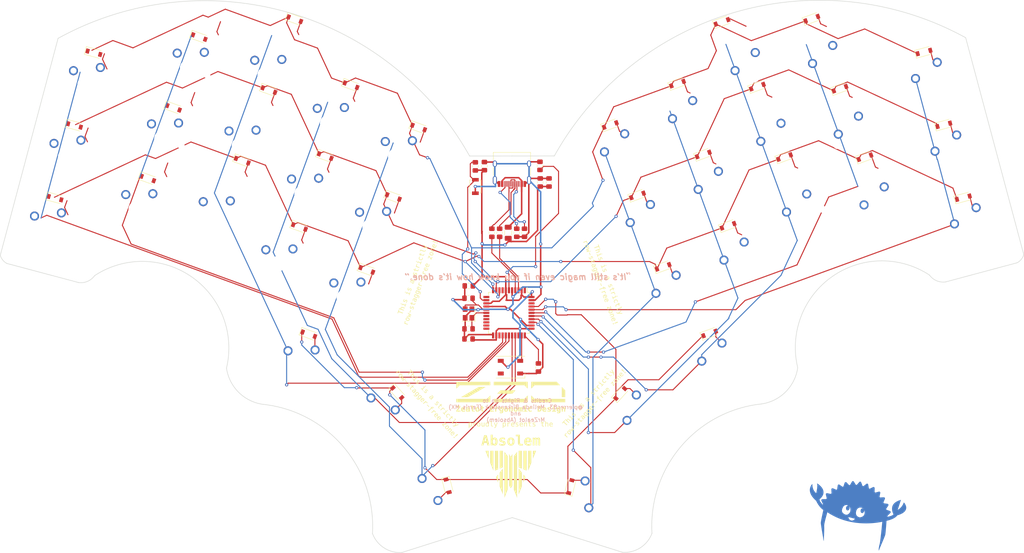
<source format=kicad_pcb>
(kicad_pcb (version 20171130) (host pcbnew "(5.1.6-0-10_14)")
  (layers (0 F.Cu signal) (31 B.Cu signal) (34 B.Paste user) (35 F.Paste user) (36 B.SilkS user) (37 F.SilkS user) (38 B.Mask user) (39 F.Mask user) (44 Edge.Cuts user))
  (net 0 "")
  (net 1 +5V)
  (net 2 "Net-(C1-Pad1)")
  (net 3 VCC)
  (net 4 "Net-(C8-Pad1)")
  (net 5 /col4)
  (net 6 "Net-(J1-PadA5)")
  (net 7 "Net-(J1-PadA7)")
  (net 8 "Net-(J1-PadA6)")
  (net 9 "Net-(J1-PadB5)")
  (net 10 /col0)
  (net 11 /col8)
  (net 12 /col5)
  (net 13 /col2)
  (net 14 /col1)
  (net 15 /col3)
  (net 16 /col6)
  (net 17 /col7)
  (net 18 "Net-(R1-Pad1)")
  (net 19 "Net-(R2-Pad2)")
  (net 20 /col9)
  (net 21 /row0,0)
  (net 22 /row0,1)
  (net 23 /row0,2)
  (net 24 /row0,3)
  (net 25 "Net-(D0_0-Pad2)")
  (net 26 "Net-(D0_1-Pad2)")
  (net 27 "Net-(D0_2-Pad2)")
  (net 28 "Net-(D0_3-Pad2)")
  (net 29 "Net-(D0_5-Pad2)")
  (net 30 "Net-(D0_6-Pad2)")
  (net 31 "Net-(D0_7-Pad2)")
  (net 32 "Net-(D0_8-Pad2)")
  (net 33 "Net-(D0_9-Pad2)")
  (net 34 "Net-(D1_0-Pad2)")
  (net 35 "Net-(D1_1-Pad2)")
  (net 36 "Net-(D1_2-Pad2)")
  (net 37 "Net-(D1_3-Pad2)")
  (net 38 "Net-(D1_4-Pad2)")
  (net 39 "Net-(D1_5-Pad2)")
  (net 40 "Net-(D1_6-Pad2)")
  (net 41 "Net-(D1_7-Pad2)")
  (net 42 "Net-(D1_8-Pad2)")
  (net 43 "Net-(D1_9-Pad2)")
  (net 44 "Net-(D2_0-Pad2)")
  (net 45 "Net-(D2_1-Pad2)")
  (net 46 "Net-(D2_2-Pad2)")
  (net 47 "Net-(D2_3-Pad2)")
  (net 48 "Net-(D2_4-Pad2)")
  (net 49 "Net-(D2_5-Pad2)")
  (net 50 "Net-(D2_6-Pad2)")
  (net 51 "Net-(D2_7-Pad2)")
  (net 52 "Net-(D2_8-Pad2)")
  (net 53 "Net-(D2_9-Pad2)")
  (net 54 "Net-(D3_3-Pad2)")
  (net 55 "Net-(D3_4-Pad2)")
  (net 56 "Net-(D3_5-Pad2)")
  (net 57 "Net-(D3_6-Pad2)")
  (net 58 "Net-(D0_4-Pad2)")
  (net 59 "Net-(C2-Pad2)")
  (net 60 /D-)
  (net 61 /D+)
  (net 62 GND)
  (net 63 "Net-(D1-Pad4)")
  (net 64 "Net-(D3_2-Pad2)")
  (net 65 "Net-(D3_7-Pad2)")
  (module MX (layer F.Cu) (at 200.476269 109.660621 20)
    (fp_text reference S40 hide)
    (fp_text value "" hide)
    (pad "" np_thru_hole circle (at -5.08 0) (size 1.7018 1.7018) (drill 1.7018) (layers *.Cu *.Mask))
    (pad "" np_thru_hole circle (at 5.08 0) (size 1.7018 1.7018) (drill 1.7018) (layers *.Cu *.Mask))
    (pad "" np_thru_hole circle (at 0 0) (size 3.9878 3.9878) (drill 3.9878) (layers *.Cu *.Mask))
    (pad 2 thru_hole circle (at -3.81 -2.54) (size 2.286 2.286) (drill 1.4986) (layers *.Cu *.Mask))
    (pad 1 thru_hole circle (at 2.54 -5.08) (size 2.286 2.286) (drill 1.4986) (layers *.Cu *.Mask))
  )
  (module MX (layer F.Cu) (at 170.882969 142.527309 76)
    (fp_text reference S39 hide)
    (fp_text value "" hide)
    (pad "" np_thru_hole circle (at -5.08 0) (size 1.7018 1.7018) (drill 1.7018) (layers *.Cu *.Mask))
    (pad "" np_thru_hole circle (at 5.08 0) (size 1.7018 1.7018) (drill 1.7018) (layers *.Cu *.Mask))
    (pad "" np_thru_hole circle (at 0 0) (size 3.9878 3.9878) (drill 3.9878) (layers *.Cu *.Mask))
    (pad 2 thru_hole circle (at -3.81 -2.54) (size 2.286 2.286) (drill 1.4986) (layers *.Cu *.Mask))
    (pad 1 thru_hole circle (at 2.54 -5.08) (size 2.286 2.286) (drill 1.4986) (layers *.Cu *.Mask))
  )
  (module MX (layer F.Cu) (at 181.582326 122.404744 48)
    (fp_text reference S37 hide)
    (fp_text value "" hide)
    (pad "" np_thru_hole circle (at -5.08 0) (size 1.7018 1.7018) (drill 1.7018) (layers *.Cu *.Mask))
    (pad "" np_thru_hole circle (at 5.08 0) (size 1.7018 1.7018) (drill 1.7018) (layers *.Cu *.Mask))
    (pad "" np_thru_hole circle (at 0 0) (size 3.9878 3.9878) (drill 3.9878) (layers *.Cu *.Mask))
    (pad 2 thru_hole circle (at -3.81 -2.54) (size 2.286 2.286) (drill 1.4986) (layers *.Cu *.Mask))
    (pad 1 thru_hole circle (at 2.54 -5.08) (size 2.286 2.286) (drill 1.4986) (layers *.Cu *.Mask))
  )
  (module MX (layer F.Cu) (at 175.908817 56.820205 20)
    (fp_text reference S35 hide)
    (fp_text value "" hide)
    (pad "" np_thru_hole circle (at -5.08 0) (size 1.7018 1.7018) (drill 1.7018) (layers *.Cu *.Mask))
    (pad "" np_thru_hole circle (at 5.08 0) (size 1.7018 1.7018) (drill 1.7018) (layers *.Cu *.Mask))
    (pad "" np_thru_hole circle (at 0 0) (size 3.9878 3.9878) (drill 3.9878) (layers *.Cu *.Mask))
    (pad 2 thru_hole circle (at -3.81 -2.54) (size 2.286 2.286) (drill 1.4986) (layers *.Cu *.Mask))
    (pad 1 thru_hole circle (at 2.54 -5.08) (size 2.286 2.286) (drill 1.4986) (layers *.Cu *.Mask))
  )
  (module MX (layer F.Cu) (at 182.407198 74.674365 20)
    (fp_text reference S34 hide)
    (fp_text value "" hide)
    (pad "" np_thru_hole circle (at -5.08 0) (size 1.7018 1.7018) (drill 1.7018) (layers *.Cu *.Mask))
    (pad "" np_thru_hole circle (at 5.08 0) (size 1.7018 1.7018) (drill 1.7018) (layers *.Cu *.Mask))
    (pad "" np_thru_hole circle (at 0 0) (size 3.9878 3.9878) (drill 3.9878) (layers *.Cu *.Mask))
    (pad 2 thru_hole circle (at -3.81 -2.54) (size 2.286 2.286) (drill 1.4986) (layers *.Cu *.Mask))
    (pad 1 thru_hole circle (at 2.54 -5.08) (size 2.286 2.286) (drill 1.4986) (layers *.Cu *.Mask))
  )
  (module MX (layer F.Cu) (at 188.905583 92.528525 20)
    (fp_text reference S33 hide)
    (fp_text value "" hide)
    (pad "" np_thru_hole circle (at -5.08 0) (size 1.7018 1.7018) (drill 1.7018) (layers *.Cu *.Mask))
    (pad "" np_thru_hole circle (at 5.08 0) (size 1.7018 1.7018) (drill 1.7018) (layers *.Cu *.Mask))
    (pad "" np_thru_hole circle (at 0 0) (size 3.9878 3.9878) (drill 3.9878) (layers *.Cu *.Mask))
    (pad 2 thru_hole circle (at -3.81 -2.54) (size 2.286 2.286) (drill 1.4986) (layers *.Cu *.Mask))
    (pad 1 thru_hole circle (at 2.54 -5.08) (size 2.286 2.286) (drill 1.4986) (layers *.Cu *.Mask))
  )
  (module MX (layer F.Cu) (at 193.078937 48.442437 20)
    (fp_text reference S32 hide)
    (fp_text value "" hide)
    (pad "" np_thru_hole circle (at -5.08 0) (size 1.7018 1.7018) (drill 1.7018) (layers *.Cu *.Mask))
    (pad "" np_thru_hole circle (at 5.08 0) (size 1.7018 1.7018) (drill 1.7018) (layers *.Cu *.Mask))
    (pad "" np_thru_hole circle (at 0 0) (size 3.9878 3.9878) (drill 3.9878) (layers *.Cu *.Mask))
    (pad 2 thru_hole circle (at -3.81 -2.54) (size 2.286 2.286) (drill 1.4986) (layers *.Cu *.Mask))
    (pad 1 thru_hole circle (at 2.54 -5.08) (size 2.286 2.286) (drill 1.4986) (layers *.Cu *.Mask))
  )
  (module MX (layer F.Cu) (at 199.577319 66.296597 20)
    (fp_text reference S31 hide)
    (fp_text value "" hide)
    (pad "" np_thru_hole circle (at -5.08 0) (size 1.7018 1.7018) (drill 1.7018) (layers *.Cu *.Mask))
    (pad "" np_thru_hole circle (at 5.08 0) (size 1.7018 1.7018) (drill 1.7018) (layers *.Cu *.Mask))
    (pad "" np_thru_hole circle (at 0 0) (size 3.9878 3.9878) (drill 3.9878) (layers *.Cu *.Mask))
    (pad 2 thru_hole circle (at -3.81 -2.54) (size 2.286 2.286) (drill 1.4986) (layers *.Cu *.Mask))
    (pad 1 thru_hole circle (at 2.54 -5.08) (size 2.286 2.286) (drill 1.4986) (layers *.Cu *.Mask))
  )
  (module MX (layer F.Cu) (at 206.0757 84.150758 20)
    (fp_text reference S30 hide)
    (fp_text value "" hide)
    (pad "" np_thru_hole circle (at -5.08 0) (size 1.7018 1.7018) (drill 1.7018) (layers *.Cu *.Mask))
    (pad "" np_thru_hole circle (at 5.08 0) (size 1.7018 1.7018) (drill 1.7018) (layers *.Cu *.Mask))
    (pad "" np_thru_hole circle (at 0 0) (size 3.9878 3.9878) (drill 3.9878) (layers *.Cu *.Mask))
    (pad 2 thru_hole circle (at -3.81 -2.54) (size 2.286 2.286) (drill 1.4986) (layers *.Cu *.Mask))
    (pad 1 thru_hole circle (at 2.54 -5.08) (size 2.286 2.286) (drill 1.4986) (layers *.Cu *.Mask))
  )
  (module MX (layer F.Cu) (at 208.880976 36.305899 20)
    (fp_text reference S29 hide)
    (fp_text value "" hide)
    (pad "" np_thru_hole circle (at -5.08 0) (size 1.7018 1.7018) (drill 1.7018) (layers *.Cu *.Mask))
    (pad "" np_thru_hole circle (at 5.08 0) (size 1.7018 1.7018) (drill 1.7018) (layers *.Cu *.Mask))
    (pad "" np_thru_hole circle (at 0 0) (size 3.9878 3.9878) (drill 3.9878) (layers *.Cu *.Mask))
    (pad 2 thru_hole circle (at -3.81 -2.54) (size 2.286 2.286) (drill 1.4986) (layers *.Cu *.Mask))
    (pad 1 thru_hole circle (at 2.54 -5.08) (size 2.286 2.286) (drill 1.4986) (layers *.Cu *.Mask))
  )
  (module MX (layer F.Cu) (at 215.379357 54.160058 20)
    (fp_text reference S28 hide)
    (fp_text value "" hide)
    (pad "" np_thru_hole circle (at -5.08 0) (size 1.7018 1.7018) (drill 1.7018) (layers *.Cu *.Mask))
    (pad "" np_thru_hole circle (at 5.08 0) (size 1.7018 1.7018) (drill 1.7018) (layers *.Cu *.Mask))
    (pad "" np_thru_hole circle (at 0 0) (size 3.9878 3.9878) (drill 3.9878) (layers *.Cu *.Mask))
    (pad 2 thru_hole circle (at -3.81 -2.54) (size 2.286 2.286) (drill 1.4986) (layers *.Cu *.Mask))
    (pad 1 thru_hole circle (at 2.54 -5.08) (size 2.286 2.286) (drill 1.4986) (layers *.Cu *.Mask))
  )
  (module MX (layer F.Cu) (at 221.87774 72.014219 20)
    (fp_text reference S27 hide)
    (fp_text value "" hide)
    (pad "" np_thru_hole circle (at -5.08 0) (size 1.7018 1.7018) (drill 1.7018) (layers *.Cu *.Mask))
    (pad "" np_thru_hole circle (at 5.08 0) (size 1.7018 1.7018) (drill 1.7018) (layers *.Cu *.Mask))
    (pad "" np_thru_hole circle (at 0 0) (size 3.9878 3.9878) (drill 3.9878) (layers *.Cu *.Mask))
    (pad 2 thru_hole circle (at -3.81 -2.54) (size 2.286 2.286) (drill 1.4986) (layers *.Cu *.Mask))
    (pad 1 thru_hole circle (at 2.54 -5.08) (size 2.286 2.286) (drill 1.4986) (layers *.Cu *.Mask))
  )
  (module MX (layer F.Cu) (at 228.445237 34.505979 20)
    (fp_text reference S26 hide)
    (fp_text value "" hide)
    (pad "" np_thru_hole circle (at -5.08 0) (size 1.7018 1.7018) (drill 1.7018) (layers *.Cu *.Mask))
    (pad "" np_thru_hole circle (at 5.08 0) (size 1.7018 1.7018) (drill 1.7018) (layers *.Cu *.Mask))
    (pad "" np_thru_hole circle (at 0 0) (size 3.9878 3.9878) (drill 3.9878) (layers *.Cu *.Mask))
    (pad 2 thru_hole circle (at -3.81 -2.54) (size 2.286 2.286) (drill 1.4986) (layers *.Cu *.Mask))
    (pad 1 thru_hole circle (at 2.54 -5.08) (size 2.286 2.286) (drill 1.4986) (layers *.Cu *.Mask))
  )
  (module MX (layer F.Cu) (at 234.943618 52.360138 20)
    (fp_text reference S25 hide)
    (fp_text value "" hide)
    (pad "" np_thru_hole circle (at -5.08 0) (size 1.7018 1.7018) (drill 1.7018) (layers *.Cu *.Mask))
    (pad "" np_thru_hole circle (at 5.08 0) (size 1.7018 1.7018) (drill 1.7018) (layers *.Cu *.Mask))
    (pad "" np_thru_hole circle (at 0 0) (size 3.9878 3.9878) (drill 3.9878) (layers *.Cu *.Mask))
    (pad 2 thru_hole circle (at -3.81 -2.54) (size 2.286 2.286) (drill 1.4986) (layers *.Cu *.Mask))
    (pad 1 thru_hole circle (at 2.54 -5.08) (size 2.286 2.286) (drill 1.4986) (layers *.Cu *.Mask))
  )
  (module MX (layer F.Cu) (at 241.442 70.214298 20)
    (fp_text reference S24 hide)
    (fp_text value "" hide)
    (pad "" np_thru_hole circle (at -5.08 0) (size 1.7018 1.7018) (drill 1.7018) (layers *.Cu *.Mask))
    (pad "" np_thru_hole circle (at 5.08 0) (size 1.7018 1.7018) (drill 1.7018) (layers *.Cu *.Mask))
    (pad "" np_thru_hole circle (at 0 0) (size 3.9878 3.9878) (drill 3.9878) (layers *.Cu *.Mask))
    (pad 2 thru_hole circle (at -3.81 -2.54) (size 2.286 2.286) (drill 1.4986) (layers *.Cu *.Mask))
    (pad 1 thru_hole circle (at 2.54 -5.08) (size 2.286 2.286) (drill 1.4986) (layers *.Cu *.Mask))
  )
  (module MX (layer F.Cu) (at 254.331318 38.685823 15)
    (fp_text reference S23 hide)
    (fp_text value "" hide)
    (pad "" np_thru_hole circle (at -5.08 0) (size 1.7018 1.7018) (drill 1.7018) (layers *.Cu *.Mask))
    (pad "" np_thru_hole circle (at 5.08 0) (size 1.7018 1.7018) (drill 1.7018) (layers *.Cu *.Mask))
    (pad "" np_thru_hole circle (at 0 0) (size 3.9878 3.9878) (drill 3.9878) (layers *.Cu *.Mask))
    (pad 2 thru_hole circle (at -3.81 -2.54) (size 2.286 2.286) (drill 1.4986) (layers *.Cu *.Mask))
    (pad 1 thru_hole circle (at 2.54 -5.08) (size 2.286 2.286) (drill 1.4986) (layers *.Cu *.Mask))
  )
  (module MX (layer F.Cu) (at 259.248881 57.038413 15)
    (fp_text reference S22 hide)
    (fp_text value "" hide)
    (pad "" np_thru_hole circle (at -5.08 0) (size 1.7018 1.7018) (drill 1.7018) (layers *.Cu *.Mask))
    (pad "" np_thru_hole circle (at 5.08 0) (size 1.7018 1.7018) (drill 1.7018) (layers *.Cu *.Mask))
    (pad "" np_thru_hole circle (at 0 0) (size 3.9878 3.9878) (drill 3.9878) (layers *.Cu *.Mask))
    (pad 2 thru_hole circle (at -3.81 -2.54) (size 2.286 2.286) (drill 1.4986) (layers *.Cu *.Mask))
    (pad 1 thru_hole circle (at 2.54 -5.08) (size 2.286 2.286) (drill 1.4986) (layers *.Cu *.Mask))
  )
  (module MX (layer F.Cu) (at 264.166442 75.391004 15)
    (fp_text reference S21 hide)
    (fp_text value "" hide)
    (pad "" np_thru_hole circle (at -5.08 0) (size 1.7018 1.7018) (drill 1.7018) (layers *.Cu *.Mask))
    (pad "" np_thru_hole circle (at 5.08 0) (size 1.7018 1.7018) (drill 1.7018) (layers *.Cu *.Mask))
    (pad "" np_thru_hole circle (at 0 0) (size 3.9878 3.9878) (drill 3.9878) (layers *.Cu *.Mask))
    (pad 2 thru_hole circle (at -3.81 -2.54) (size 2.286 2.286) (drill 1.4986) (layers *.Cu *.Mask))
    (pad 1 thru_hole circle (at 2.54 -5.08) (size 2.286 2.286) (drill 1.4986) (layers *.Cu *.Mask))
  )
  (module MX (layer F.Cu) (at 94.268513 109.66062 340)
    (fp_text reference S20 hide)
    (fp_text value "" hide)
    (pad "" np_thru_hole circle (at -5.08 0) (size 1.7018 1.7018) (drill 1.7018) (layers *.Cu *.Mask))
    (pad "" np_thru_hole circle (at 5.08 0) (size 1.7018 1.7018) (drill 1.7018) (layers *.Cu *.Mask))
    (pad "" np_thru_hole circle (at 0 0) (size 3.9878 3.9878) (drill 3.9878) (layers *.Cu *.Mask))
    (pad 2 thru_hole circle (at -3.81 -2.54) (size 2.286 2.286) (drill 1.4986) (layers *.Cu *.Mask))
    (pad 1 thru_hole circle (at 2.54 -5.08) (size 2.286 2.286) (drill 1.4986) (layers *.Cu *.Mask))
  )
  (module MX (layer F.Cu) (at 123.861814 142.527309 284)
    (fp_text reference S19 hide)
    (fp_text value "" hide)
    (pad "" np_thru_hole circle (at -5.08 0) (size 1.7018 1.7018) (drill 1.7018) (layers *.Cu *.Mask))
    (pad "" np_thru_hole circle (at 5.08 0) (size 1.7018 1.7018) (drill 1.7018) (layers *.Cu *.Mask))
    (pad "" np_thru_hole circle (at 0 0) (size 3.9878 3.9878) (drill 3.9878) (layers *.Cu *.Mask))
    (pad 2 thru_hole circle (at -3.81 -2.54) (size 2.286 2.286) (drill 1.4986) (layers *.Cu *.Mask))
    (pad 1 thru_hole circle (at 2.54 -5.08) (size 2.286 2.286) (drill 1.4986) (layers *.Cu *.Mask))
  )
  (module MX (layer F.Cu) (at 101.665848 48.442437 340)
    (fp_text reference S12 hide)
    (fp_text value "" hide)
    (pad "" np_thru_hole circle (at -5.08 0) (size 1.7018 1.7018) (drill 1.7018) (layers *.Cu *.Mask))
    (pad "" np_thru_hole circle (at 5.08 0) (size 1.7018 1.7018) (drill 1.7018) (layers *.Cu *.Mask))
    (pad "" np_thru_hole circle (at 0 0) (size 3.9878 3.9878) (drill 3.9878) (layers *.Cu *.Mask))
    (pad 2 thru_hole circle (at -3.81 -2.54) (size 2.286 2.286) (drill 1.4986) (layers *.Cu *.Mask))
    (pad 1 thru_hole circle (at 2.54 -5.08) (size 2.286 2.286) (drill 1.4986) (layers *.Cu *.Mask))
  )
  (module MX (layer F.Cu) (at 95.167464 66.296596 340)
    (fp_text reference S11 hide)
    (fp_text value "" hide)
    (pad "" np_thru_hole circle (at -5.08 0) (size 1.7018 1.7018) (drill 1.7018) (layers *.Cu *.Mask))
    (pad "" np_thru_hole circle (at 5.08 0) (size 1.7018 1.7018) (drill 1.7018) (layers *.Cu *.Mask))
    (pad "" np_thru_hole circle (at 0 0) (size 3.9878 3.9878) (drill 3.9878) (layers *.Cu *.Mask))
    (pad 2 thru_hole circle (at -3.81 -2.54) (size 2.286 2.286) (drill 1.4986) (layers *.Cu *.Mask))
    (pad 1 thru_hole circle (at 2.54 -5.08) (size 2.286 2.286) (drill 1.4986) (layers *.Cu *.Mask))
  )
  (module MX (layer F.Cu) (at 66.299548 34.505979 340)
    (fp_text reference S6 hide)
    (fp_text value "" hide)
    (pad "" np_thru_hole circle (at -5.08 0) (size 1.7018 1.7018) (drill 1.7018) (layers *.Cu *.Mask))
    (pad "" np_thru_hole circle (at 5.08 0) (size 1.7018 1.7018) (drill 1.7018) (layers *.Cu *.Mask))
    (pad "" np_thru_hole circle (at 0 0) (size 3.9878 3.9878) (drill 3.9878) (layers *.Cu *.Mask))
    (pad 2 thru_hole circle (at -3.81 -2.54) (size 2.286 2.286) (drill 1.4986) (layers *.Cu *.Mask))
    (pad 1 thru_hole circle (at 2.54 -5.08) (size 2.286 2.286) (drill 1.4986) (layers *.Cu *.Mask))
  )
  (module MX (layer F.Cu) (at 88.669082 84.150758 340)
    (fp_text reference S10 hide)
    (fp_text value "" hide)
    (pad "" np_thru_hole circle (at -5.08 0) (size 1.7018 1.7018) (drill 1.7018) (layers *.Cu *.Mask))
    (pad "" np_thru_hole circle (at 5.08 0) (size 1.7018 1.7018) (drill 1.7018) (layers *.Cu *.Mask))
    (pad "" np_thru_hole circle (at 0 0) (size 3.9878 3.9878) (drill 3.9878) (layers *.Cu *.Mask))
    (pad 2 thru_hole circle (at -3.81 -2.54) (size 2.286 2.286) (drill 1.4986) (layers *.Cu *.Mask))
    (pad 1 thru_hole circle (at 2.54 -5.08) (size 2.286 2.286) (drill 1.4986) (layers *.Cu *.Mask))
  )
  (module MX (layer F.Cu) (at 59.801166 52.360139 340)
    (fp_text reference S5 hide)
    (fp_text value "" hide)
    (pad "" np_thru_hole circle (at -5.08 0) (size 1.7018 1.7018) (drill 1.7018) (layers *.Cu *.Mask))
    (pad "" np_thru_hole circle (at 5.08 0) (size 1.7018 1.7018) (drill 1.7018) (layers *.Cu *.Mask))
    (pad "" np_thru_hole circle (at 0 0) (size 3.9878 3.9878) (drill 3.9878) (layers *.Cu *.Mask))
    (pad 2 thru_hole circle (at -3.81 -2.54) (size 2.286 2.286) (drill 1.4986) (layers *.Cu *.Mask))
    (pad 1 thru_hole circle (at 2.54 -5.08) (size 2.286 2.286) (drill 1.4986) (layers *.Cu *.Mask))
  )
  (module MX (layer F.Cu) (at 40.413465 38.685821 345)
    (fp_text reference S3 hide)
    (fp_text value "" hide)
    (pad "" np_thru_hole circle (at -5.08 0) (size 1.7018 1.7018) (drill 1.7018) (layers *.Cu *.Mask))
    (pad "" np_thru_hole circle (at 5.08 0) (size 1.7018 1.7018) (drill 1.7018) (layers *.Cu *.Mask))
    (pad "" np_thru_hole circle (at 0 0) (size 3.9878 3.9878) (drill 3.9878) (layers *.Cu *.Mask))
    (pad 2 thru_hole circle (at -3.81 -2.54) (size 2.286 2.286) (drill 1.4986) (layers *.Cu *.Mask))
    (pad 1 thru_hole circle (at 2.54 -5.08) (size 2.286 2.286) (drill 1.4986) (layers *.Cu *.Mask))
  )
  (module MX (layer F.Cu) (at 53.302784 70.2143 340)
    (fp_text reference S4 hide)
    (fp_text value "" hide)
    (pad "" np_thru_hole circle (at -5.08 0) (size 1.7018 1.7018) (drill 1.7018) (layers *.Cu *.Mask))
    (pad "" np_thru_hole circle (at 5.08 0) (size 1.7018 1.7018) (drill 1.7018) (layers *.Cu *.Mask))
    (pad "" np_thru_hole circle (at 0 0) (size 3.9878 3.9878) (drill 3.9878) (layers *.Cu *.Mask))
    (pad 2 thru_hole circle (at -3.81 -2.54) (size 2.286 2.286) (drill 1.4986) (layers *.Cu *.Mask))
    (pad 1 thru_hole circle (at 2.54 -5.08) (size 2.286 2.286) (drill 1.4986) (layers *.Cu *.Mask))
  )
  (module MX (layer F.Cu) (at 72.867042 72.014219 340)
    (fp_text reference S7 hide)
    (fp_text value "" hide)
    (pad "" np_thru_hole circle (at -5.08 0) (size 1.7018 1.7018) (drill 1.7018) (layers *.Cu *.Mask))
    (pad "" np_thru_hole circle (at 5.08 0) (size 1.7018 1.7018) (drill 1.7018) (layers *.Cu *.Mask))
    (pad "" np_thru_hole circle (at 0 0) (size 3.9878 3.9878) (drill 3.9878) (layers *.Cu *.Mask))
    (pad 2 thru_hole circle (at -3.81 -2.54) (size 2.286 2.286) (drill 1.4986) (layers *.Cu *.Mask))
    (pad 1 thru_hole circle (at 2.54 -5.08) (size 2.286 2.286) (drill 1.4986) (layers *.Cu *.Mask))
  )
  (module MX (layer F.Cu) (at 113.162457 122.404746 312)
    (fp_text reference S17 hide)
    (fp_text value "" hide)
    (pad "" np_thru_hole circle (at -5.08 0) (size 1.7018 1.7018) (drill 1.7018) (layers *.Cu *.Mask))
    (pad "" np_thru_hole circle (at 5.08 0) (size 1.7018 1.7018) (drill 1.7018) (layers *.Cu *.Mask))
    (pad "" np_thru_hole circle (at 0 0) (size 3.9878 3.9878) (drill 3.9878) (layers *.Cu *.Mask))
    (pad 2 thru_hole circle (at -3.81 -2.54) (size 2.286 2.286) (drill 1.4986) (layers *.Cu *.Mask))
    (pad 1 thru_hole circle (at 2.54 -5.08) (size 2.286 2.286) (drill 1.4986) (layers *.Cu *.Mask))
  )
  (module MX (layer F.Cu) (at 30.578341 75.391003 345)
    (fp_text reference S1 hide)
    (fp_text value "" hide)
    (pad "" np_thru_hole circle (at -5.08 0) (size 1.7018 1.7018) (drill 1.7018) (layers *.Cu *.Mask))
    (pad "" np_thru_hole circle (at 5.08 0) (size 1.7018 1.7018) (drill 1.7018) (layers *.Cu *.Mask))
    (pad "" np_thru_hole circle (at 0 0) (size 3.9878 3.9878) (drill 3.9878) (layers *.Cu *.Mask))
    (pad 2 thru_hole circle (at -3.81 -2.54) (size 2.286 2.286) (drill 1.4986) (layers *.Cu *.Mask))
    (pad 1 thru_hole circle (at 2.54 -5.08) (size 2.286 2.286) (drill 1.4986) (layers *.Cu *.Mask))
  )
  (module MX (layer F.Cu) (at 35.495903 57.038413 345)
    (fp_text reference S2 hide)
    (fp_text value "" hide)
    (pad "" np_thru_hole circle (at -5.08 0) (size 1.7018 1.7018) (drill 1.7018) (layers *.Cu *.Mask))
    (pad "" np_thru_hole circle (at 5.08 0) (size 1.7018 1.7018) (drill 1.7018) (layers *.Cu *.Mask))
    (pad "" np_thru_hole circle (at 0 0) (size 3.9878 3.9878) (drill 3.9878) (layers *.Cu *.Mask))
    (pad 2 thru_hole circle (at -3.81 -2.54) (size 2.286 2.286) (drill 1.4986) (layers *.Cu *.Mask))
    (pad 1 thru_hole circle (at 2.54 -5.08) (size 2.286 2.286) (drill 1.4986) (layers *.Cu *.Mask))
  )
  (module MX (layer F.Cu) (at 118.835967 56.820205 340)
    (fp_text reference S15 hide)
    (fp_text value "" hide)
    (pad "" np_thru_hole circle (at -5.08 0) (size 1.7018 1.7018) (drill 1.7018) (layers *.Cu *.Mask))
    (pad "" np_thru_hole circle (at 5.08 0) (size 1.7018 1.7018) (drill 1.7018) (layers *.Cu *.Mask))
    (pad "" np_thru_hole circle (at 0 0) (size 3.9878 3.9878) (drill 3.9878) (layers *.Cu *.Mask))
    (pad 2 thru_hole circle (at -3.81 -2.54) (size 2.286 2.286) (drill 1.4986) (layers *.Cu *.Mask))
    (pad 1 thru_hole circle (at 2.54 -5.08) (size 2.286 2.286) (drill 1.4986) (layers *.Cu *.Mask))
  )
  (module MX (layer F.Cu) (at 79.365426 54.160058 340)
    (fp_text reference S8 hide)
    (fp_text value "" hide)
    (pad "" np_thru_hole circle (at -5.08 0) (size 1.7018 1.7018) (drill 1.7018) (layers *.Cu *.Mask))
    (pad "" np_thru_hole circle (at 5.08 0) (size 1.7018 1.7018) (drill 1.7018) (layers *.Cu *.Mask))
    (pad "" np_thru_hole circle (at 0 0) (size 3.9878 3.9878) (drill 3.9878) (layers *.Cu *.Mask))
    (pad 2 thru_hole circle (at -3.81 -2.54) (size 2.286 2.286) (drill 1.4986) (layers *.Cu *.Mask))
    (pad 1 thru_hole circle (at 2.54 -5.08) (size 2.286 2.286) (drill 1.4986) (layers *.Cu *.Mask))
  )
  (module MX (layer F.Cu) (at 85.86381 36.3059 340)
    (fp_text reference S9 hide)
    (fp_text value "" hide)
    (pad "" np_thru_hole circle (at -5.08 0) (size 1.7018 1.7018) (drill 1.7018) (layers *.Cu *.Mask))
    (pad "" np_thru_hole circle (at 5.08 0) (size 1.7018 1.7018) (drill 1.7018) (layers *.Cu *.Mask))
    (pad "" np_thru_hole circle (at 0 0) (size 3.9878 3.9878) (drill 3.9878) (layers *.Cu *.Mask))
    (pad 2 thru_hole circle (at -3.81 -2.54) (size 2.286 2.286) (drill 1.4986) (layers *.Cu *.Mask))
    (pad 1 thru_hole circle (at 2.54 -5.08) (size 2.286 2.286) (drill 1.4986) (layers *.Cu *.Mask))
  )
  (module MX (layer F.Cu) (at 112.337584 74.674366 340)
    (fp_text reference S14 hide)
    (fp_text value "" hide)
    (pad "" np_thru_hole circle (at -5.08 0) (size 1.7018 1.7018) (drill 1.7018) (layers *.Cu *.Mask))
    (pad "" np_thru_hole circle (at 5.08 0) (size 1.7018 1.7018) (drill 1.7018) (layers *.Cu *.Mask))
    (pad "" np_thru_hole circle (at 0 0) (size 3.9878 3.9878) (drill 3.9878) (layers *.Cu *.Mask))
    (pad 2 thru_hole circle (at -3.81 -2.54) (size 2.286 2.286) (drill 1.4986) (layers *.Cu *.Mask))
    (pad 1 thru_hole circle (at 2.54 -5.08) (size 2.286 2.286) (drill 1.4986) (layers *.Cu *.Mask))
  )
  (module MX (layer F.Cu) (at 105.839201 92.528524 340)
    (fp_text reference S13 hide)
    (fp_text value "" hide)
    (pad "" np_thru_hole circle (at -5.08 0) (size 1.7018 1.7018) (drill 1.7018) (layers *.Cu *.Mask))
    (pad "" np_thru_hole circle (at 5.08 0) (size 1.7018 1.7018) (drill 1.7018) (layers *.Cu *.Mask))
    (pad "" np_thru_hole circle (at 0 0) (size 3.9878 3.9878) (drill 3.9878) (layers *.Cu *.Mask))
    (pad 2 thru_hole circle (at -3.81 -2.54) (size 2.286 2.286) (drill 1.4986) (layers *.Cu *.Mask))
    (pad 1 thru_hole circle (at 2.54 -5.08) (size 2.286 2.286) (drill 1.4986) (layers *.Cu *.Mask))
  )
  (module ferris:front (layer F.Cu) (at 147.79934 96.854002)
    (fp_text reference GFRONT hide)
    (fp_text value LOGO hide)
  )
  (module MX:MXOnly-1U-NoLED (layer F.Cu) (at 200.476269 109.660621 20)
    (fp_text reference K3_7 hide)
    (fp_text value KEYSW hide)
    (pad 2 thru_hole circle (at 2.54 -5.08 20) (size 2.25 2.25) (drill 1.47) (layers *.Cu B.Mask) (net 65 "Net-(D3_7-Pad2)"))
    (pad "" np_thru_hole circle (at 0 0 20) (size 3.9878 3.9878) (drill 3.9878) (layers *.Cu *.Mask))
    (pad 1 thru_hole circle (at -3.81 -2.54 20) (size 2.25 2.25) (drill 1.47) (layers *.Cu B.Mask) (net 17 /col7))
    (pad "" np_thru_hole circle (at -5.08 0 68.0996) (size 1.75 1.75) (drill 1.75) (layers *.Cu *.Mask))
    (pad "" np_thru_hole circle (at 5.08 0 68.0996) (size 1.75 1.75) (drill 1.75) (layers *.Cu *.Mask))
  )
  (module MX:MXOnly-1U-NoLED (layer F.Cu) (at 94.268513 109.66062 340)
    (fp_text reference K3_2 hide)
    (fp_text value KEYSW hide)
    (pad 2 thru_hole circle (at 2.54 -5.08 340) (size 2.25 2.25) (drill 1.47) (layers *.Cu B.Mask) (net 64 "Net-(D3_2-Pad2)"))
    (pad "" np_thru_hole circle (at 0 0 340) (size 3.9878 3.9878) (drill 3.9878) (layers *.Cu *.Mask))
    (pad 1 thru_hole circle (at -3.81 -2.54 340) (size 2.25 2.25) (drill 1.47) (layers *.Cu B.Mask) (net 13 /col2))
    (pad "" np_thru_hole circle (at -5.08 0 28.0996) (size 1.75 1.75) (drill 1.75) (layers *.Cu *.Mask))
    (pad "" np_thru_hole circle (at 5.08 0 28.0996) (size 1.75 1.75) (drill 1.75) (layers *.Cu *.Mask))
  )
  (module Diode_SMD:D_SOD-123 (layer F.Cu) (at 198.013647 101.591969 20)
    (fp_text reference D3_7 hide)
    (fp_text value D hide)
    (pad 2 smd rect (at 1.65 0 20) (size 0.9 1.2) (layers F.Cu F.Paste F.Mask) (net 65 "Net-(D3_7-Pad2)"))
    (pad 1 smd rect (at -1.65 0 20) (size 0.9 1.2) (layers F.Cu F.Paste F.Mask) (net 24 /row0,3))
  )
  (module Diode_SMD:D_SOD-123 (layer F.Cu) (at 96.794645 101.782466 340)
    (fp_text reference D3_2 hide)
    (fp_text value D hide)
    (pad 2 smd rect (at 1.65 0 340) (size 0.9 1.2) (layers F.Cu F.Paste F.Mask) (net 64 "Net-(D3_2-Pad2)"))
    (pad 1 smd rect (at -1.65 0 340) (size 0.9 1.2) (layers F.Cu F.Paste F.Mask) (net 24 /row0,3))
  )
  (module Diode_SMD:D_SOD-123 (layer F.Cu) (at 93.261342 22.241236 340)
    (fp_text reference D0_2 hide)
    (fp_text value D hide)
    (pad 2 smd rect (at 1.65 0 340) (size 0.9 1.2) (layers F.Cu F.Paste F.Mask) (net 27 "Net-(D0_2-Pad2)"))
    (pad 1 smd rect (at -1.65 0 340) (size 0.9 1.2) (layers F.Cu F.Paste F.Mask) (net 21 /row0,0))
  )
  (module Diode_SMD:D_SOD-123 (layer F.Cu) (at 69.121214 26.753514 340)
    (fp_text reference D0_1 hide)
    (fp_text value D hide)
    (pad 2 smd rect (at 1.65 0 340) (size 0.9 1.2) (layers F.Cu F.Paste F.Mask) (net 26 "Net-(D0_1-Pad2)"))
    (pad 1 smd rect (at -1.65 0 340) (size 0.9 1.2) (layers F.Cu F.Paste F.Mask) (net 21 /row0,0))
  )
  (module Diode_SMD:D_SOD-123 (layer F.Cu) (at 37.63116 49.069524 345)
    (fp_text reference D1_0 hide)
    (fp_text value D hide)
    (pad 2 smd rect (at 1.65 0 345) (size 0.9 1.2) (layers F.Cu F.Paste F.Mask) (net 34 "Net-(D1_0-Pad2)"))
    (pad 1 smd rect (at -1.65 0 345) (size 0.9 1.2) (layers F.Cu F.Paste F.Mask) (net 22 /row0,1))
  )
  (module Diode_SMD:D_SOD-123 (layer F.Cu) (at 124.531099 49.581844 340)
    (fp_text reference D0_4 hide)
    (fp_text value D hide)
    (pad 2 smd rect (at 1.65 0 340) (size 0.9 1.2) (layers F.Cu F.Paste F.Mask) (net 58 "Net-(D0_4-Pad2)"))
    (pad 1 smd rect (at -1.65 0 340) (size 0.9 1.2) (layers F.Cu F.Paste F.Mask) (net 21 /row0,0))
  )
  (module Diode_SMD:D_SOD-123 (layer F.Cu) (at 107.470378 38.9007 340)
    (fp_text reference D0_3 hide)
    (fp_text value D hide)
    (pad 2 smd rect (at 1.65 0 340) (size 0.9 1.2) (layers F.Cu F.Paste F.Mask) (net 28 "Net-(D0_3-Pad2)"))
    (pad 1 smd rect (at -1.65 0 340) (size 0.9 1.2) (layers F.Cu F.Paste F.Mask) (net 21 /row0,0))
  )
  (module Diode_SMD:D_SOD-123 (layer F.Cu) (at 100.954894 56.801845 340)
    (fp_text reference D1_3 hide)
    (fp_text value D hide)
    (pad 2 smd rect (at 1.65 0 340) (size 0.9 1.2) (layers F.Cu F.Paste F.Mask) (net 37 "Net-(D1_3-Pad2)"))
    (pad 1 smd rect (at -1.65 0 340) (size 0.9 1.2) (layers F.Cu F.Paste F.Mask) (net 22 /row0,1))
  )
  (module Diode_SMD:D_SOD-123 (layer F.Cu) (at 86.745858 40.142381 340)
    (fp_text reference D1_2 hide)
    (fp_text value D hide)
    (pad 2 smd rect (at 1.65 0 340) (size 0.9 1.2) (layers F.Cu F.Paste F.Mask) (net 36 "Net-(D1_2-Pad2)"))
    (pad 1 smd rect (at -1.65 0 340) (size 0.9 1.2) (layers F.Cu F.Paste F.Mask) (net 22 /row0,1))
  )
  (module Diode_SMD:D_SOD-123 (layer F.Cu) (at 62.622832 44.607675 340)
    (fp_text reference D1_1 hide)
    (fp_text value D hide)
    (pad 2 smd rect (at 1.65 0 340) (size 0.9 1.2) (layers F.Cu F.Paste F.Mask) (net 35 "Net-(D1_1-Pad2)"))
    (pad 1 smd rect (at -1.65 0 340) (size 0.9 1.2) (layers F.Cu F.Paste F.Mask) (net 22 /row0,1))
  )
  (module Resistor_SMD:R_0805_2012Metric_Pad1.15x1.40mm_HandSolder (layer F.Cu) (at 144.991147 76.166565 90)
    (fp_text reference R3 hide)
    (fp_text value 22 hide)
    (pad 2 smd roundrect (at 1.025 0 90) (size 1.15 1.4) (layers F.Cu F.Paste F.Mask) (roundrect_rratio 0.217391) (net 7 "Net-(J1-PadA7)"))
    (pad 1 smd roundrect (at -1.025 0 90) (size 1.15 1.4) (layers F.Cu F.Paste F.Mask) (roundrect_rratio 0.217391) (net 60 /D-))
  )
  (module Resistor_SMD:R_0805_2012Metric_Pad1.15x1.40mm_HandSolder (layer F.Cu) (at 154.78434 110.189004 90)
    (fp_text reference R2 hide)
    (fp_text value 10k hide)
    (pad 2 smd roundrect (at 1.025 0 90) (size 1.15 1.4) (layers F.Cu F.Paste F.Mask) (roundrect_rratio 0.217391) (net 19 "Net-(R2-Pad2)"))
    (pad 1 smd roundrect (at -1.025 0 90) (size 1.15 1.4) (layers F.Cu F.Paste F.Mask) (roundrect_rratio 0.217391) (net 62 GND))
  )
  (module Resistor_SMD:R_0805_2012Metric_Pad1.15x1.40mm_HandSolder (layer F.Cu) (at 138.857047 59.402566 270)
    (fp_text reference R1 hide)
    (fp_text value 10k hide)
    (pad 2 smd roundrect (at 1.025 0 270) (size 1.15 1.4) (layers F.Cu F.Paste F.Mask) (roundrect_rratio 0.217391) (net 1 +5V))
    (pad 1 smd roundrect (at -1.025 0 270) (size 1.15 1.4) (layers F.Cu F.Paste F.Mask) (roundrect_rratio 0.217391) (net 18 "Net-(R1-Pad1)"))
  )
  (module Capacitor_SMD:C_0805_2012Metric_Pad1.15x1.40mm_HandSolder (layer F.Cu) (at 155.176545 59.275568 90)
    (fp_text reference C8 hide)
    (fp_text value 1u hide)
    (pad 2 smd roundrect (at 1.025 0 90) (size 1.15 1.4) (layers F.Cu F.Paste F.Mask) (roundrect_rratio 0.217391) (net 62 GND))
    (pad 1 smd roundrect (at -1.025 0 90) (size 1.15 1.4) (layers F.Cu F.Paste F.Mask) (roundrect_rratio 0.217391) (net 4 "Net-(C8-Pad1)"))
  )
  (module Capacitor_SMD:C_0805_2012Metric_Pad1.15x1.40mm_HandSolder (layer F.Cu) (at 155.240046 63.466566 90)
    (fp_text reference C7 hide)
    (fp_text value 4.7u hide)
    (pad 2 smd roundrect (at 1.025 0 90) (size 1.15 1.4) (layers F.Cu F.Paste F.Mask) (roundrect_rratio 0.217391) (net 62 GND))
    (pad 1 smd roundrect (at -1.025 0 90) (size 1.15 1.4) (layers F.Cu F.Paste F.Mask) (roundrect_rratio 0.217391) (net 1 +5V))
  )
  (module Capacitor_SMD:C_0805_2012Metric_Pad1.15x1.40mm_HandSolder (layer F.Cu) (at 157.462547 63.466567 90)
    (fp_text reference C6 hide)
    (fp_text value 0.1u hide)
    (pad 2 smd roundrect (at 1.025 0 90) (size 1.15 1.4) (layers F.Cu F.Paste F.Mask) (roundrect_rratio 0.217391) (net 62 GND))
    (pad 1 smd roundrect (at -1.025 0 90) (size 1.15 1.4) (layers F.Cu F.Paste F.Mask) (roundrect_rratio 0.217391) (net 1 +5V))
  )
  (module Capacitor_SMD:C_0805_2012Metric_Pad1.15x1.40mm_HandSolder (layer F.Cu) (at 137.204147 89.580968 180)
    (fp_text reference C5 hide)
    (fp_text value 0.1u hide)
    (pad 2 smd roundrect (at 1.025 0 180) (size 1.15 1.4) (layers F.Cu F.Paste F.Mask) (roundrect_rratio 0.217391) (net 62 GND))
    (pad 1 smd roundrect (at -1.025 0 180) (size 1.15 1.4) (layers F.Cu F.Paste F.Mask) (roundrect_rratio 0.217391) (net 1 +5V))
  )
  (module Capacitor_SMD:C_0805_2012Metric_Pad1.15x1.40mm_HandSolder (layer F.Cu) (at 141.143048 59.339067 90)
    (fp_text reference C4 hide)
    (fp_text value 0.1u hide)
    (pad 2 smd roundrect (at 1.025 0 90) (size 1.15 1.4) (layers F.Cu F.Paste F.Mask) (roundrect_rratio 0.217391) (net 62 GND))
    (pad 1 smd roundrect (at -1.025 0 90) (size 1.15 1.4) (layers F.Cu F.Paste F.Mask) (roundrect_rratio 0.217391) (net 1 +5V))
  )
  (module Diode_SMD:D_SOD-123 (layer F.Cu) (at 42.548722 30.716934 345)
    (fp_text reference D0_0 hide)
    (fp_text value D hide)
    (pad 2 smd rect (at 1.65 0 345) (size 0.9 1.2) (layers F.Cu F.Paste F.Mask) (net 25 "Net-(D0_0-Pad2)"))
    (pad 1 smd rect (at -1.65 0 345) (size 0.9 1.2) (layers F.Cu F.Paste F.Mask) (net 21 /row0,0))
  )
  (module Capacitor_SMD:C_0805_2012Metric_Pad1.15x1.40mm_HandSolder (layer F.Cu) (at 137.134147 102.970968 180)
    (fp_text reference C3 hide)
    (fp_text value 0.1u hide)
    (pad 2 smd roundrect (at 1.025 0 180) (size 1.15 1.4) (layers F.Cu F.Paste F.Mask) (roundrect_rratio 0.217391) (net 62 GND))
    (pad 1 smd roundrect (at -1.025 0 180) (size 1.15 1.4) (layers F.Cu F.Paste F.Mask) (roundrect_rratio 0.217391) (net 1 +5V))
  )
  (module Resistor_SMD:R_0805_2012Metric_Pad1.15x1.40mm_HandSolder (layer F.Cu) (at 149.309149 76.166567 90)
    (fp_text reference R6 hide)
    (fp_text value 5.1K hide)
    (pad 2 smd roundrect (at 1.025 0 90) (size 1.15 1.4) (layers F.Cu F.Paste F.Mask) (roundrect_rratio 0.217391) (net 9 "Net-(J1-PadB5)"))
    (pad 1 smd roundrect (at -1.025 0 90) (size 1.15 1.4) (layers F.Cu F.Paste F.Mask) (roundrect_rratio 0.217391) (net 62 GND))
  )
  (module Resistor_SMD:R_0805_2012Metric_Pad1.15x1.40mm_HandSolder (layer F.Cu) (at 151.264945 76.166566 90)
    (fp_text reference R5 hide)
    (fp_text value 5.1K hide)
    (pad 2 smd roundrect (at 1.025 0 90) (size 1.15 1.4) (layers F.Cu F.Paste F.Mask) (roundrect_rratio 0.217391) (net 6 "Net-(J1-PadA5)"))
    (pad 1 smd roundrect (at -1.025 0 90) (size 1.15 1.4) (layers F.Cu F.Paste F.Mask) (roundrect_rratio 0.217391) (net 62 GND))
  )
  (module Resistor_SMD:R_0805_2012Metric_Pad1.15x1.40mm_HandSolder (layer F.Cu) (at 143.022647 76.166566 90)
    (fp_text reference R4 hide)
    (fp_text value 22 hide)
    (pad 2 smd roundrect (at 1.025 0 90) (size 1.15 1.4) (layers F.Cu F.Paste F.Mask) (roundrect_rratio 0.217391) (net 8 "Net-(J1-PadA6)"))
    (pad 1 smd roundrect (at -1.025 0 90) (size 1.15 1.4) (layers F.Cu F.Paste F.Mask) (roundrect_rratio 0.217391) (net 61 /D+))
  )
  (module MX:MXOnly-1U-NoLED (layer F.Cu) (at 79.365426 54.160058 340)
    (fp_text reference K1_2 hide)
    (fp_text value KEYSW hide)
    (pad 2 thru_hole circle (at 2.54 -5.08 340) (size 2.25 2.25) (drill 1.47) (layers *.Cu B.Mask) (net 36 "Net-(D1_2-Pad2)"))
    (pad "" np_thru_hole circle (at 0 0 340) (size 3.9878 3.9878) (drill 3.9878) (layers *.Cu *.Mask))
    (pad 1 thru_hole circle (at -3.81 -2.54 340) (size 2.25 2.25) (drill 1.47) (layers *.Cu B.Mask) (net 13 /col2))
    (pad "" np_thru_hole circle (at -5.08 0 28.0996) (size 1.75 1.75) (drill 1.75) (layers *.Cu *.Mask))
    (pad "" np_thru_hole circle (at 5.08 0 28.0996) (size 1.75 1.75) (drill 1.75) (layers *.Cu *.Mask))
  )
  (module MX:MXOnly-1U-NoLED (layer F.Cu) (at 118.835967 56.820205 340)
    (fp_text reference K0_4 hide)
    (fp_text value KEYSW hide)
    (pad 2 thru_hole circle (at 2.54 -5.08 340) (size 2.25 2.25) (drill 1.47) (layers *.Cu B.Mask) (net 58 "Net-(D0_4-Pad2)"))
    (pad "" np_thru_hole circle (at 0 0 340) (size 3.9878 3.9878) (drill 3.9878) (layers *.Cu *.Mask))
    (pad 1 thru_hole circle (at -3.81 -2.54 340) (size 2.25 2.25) (drill 1.47) (layers *.Cu B.Mask) (net 5 /col4))
    (pad "" np_thru_hole circle (at -5.08 0 28.0996) (size 1.75 1.75) (drill 1.75) (layers *.Cu *.Mask))
    (pad "" np_thru_hole circle (at 5.08 0 28.0996) (size 1.75 1.75) (drill 1.75) (layers *.Cu *.Mask))
  )
  (module MX:MXOnly-1U-NoLED (layer F.Cu) (at 85.86381 36.3059 340)
    (fp_text reference K0_2 hide)
    (fp_text value KEYSW hide)
    (pad 2 thru_hole circle (at 2.54 -5.08 340) (size 2.25 2.25) (drill 1.47) (layers *.Cu B.Mask) (net 27 "Net-(D0_2-Pad2)"))
    (pad "" np_thru_hole circle (at 0 0 340) (size 3.9878 3.9878) (drill 3.9878) (layers *.Cu *.Mask))
    (pad 1 thru_hole circle (at -3.81 -2.54 340) (size 2.25 2.25) (drill 1.47) (layers *.Cu B.Mask) (net 13 /col2))
    (pad "" np_thru_hole circle (at -5.08 0 28.0996) (size 1.75 1.75) (drill 1.75) (layers *.Cu *.Mask))
    (pad "" np_thru_hole circle (at 5.08 0 28.0996) (size 1.75 1.75) (drill 1.75) (layers *.Cu *.Mask))
  )
  (module MX:MXOnly-1U-NoLED (layer F.Cu) (at 40.413465 38.685821 345)
    (fp_text reference K0_0 hide)
    (fp_text value KEYSW hide)
    (pad 2 thru_hole circle (at 2.54 -5.08 345) (size 2.25 2.25) (drill 1.47) (layers *.Cu B.Mask) (net 25 "Net-(D0_0-Pad2)"))
    (pad "" np_thru_hole circle (at 0 0 345) (size 3.9878 3.9878) (drill 3.9878) (layers *.Cu *.Mask))
    (pad 1 thru_hole circle (at -3.81 -2.54 345) (size 2.25 2.25) (drill 1.47) (layers *.Cu B.Mask) (net 10 /col0))
    (pad "" np_thru_hole circle (at -5.08 0 33.0996) (size 1.75 1.75) (drill 1.75) (layers *.Cu *.Mask))
    (pad "" np_thru_hole circle (at 5.08 0 33.0996) (size 1.75 1.75) (drill 1.75) (layers *.Cu *.Mask))
  )
  (module MX:MXOnly-1U-NoLED (layer F.Cu) (at 53.302784 70.2143 340)
    (fp_text reference K2_1 hide)
    (fp_text value KEYSW hide)
    (pad 2 thru_hole circle (at 2.54 -5.08 340) (size 2.25 2.25) (drill 1.47) (layers *.Cu B.Mask) (net 45 "Net-(D2_1-Pad2)"))
    (pad "" np_thru_hole circle (at 0 0 340) (size 3.9878 3.9878) (drill 3.9878) (layers *.Cu *.Mask))
    (pad 1 thru_hole circle (at -3.81 -2.54 340) (size 2.25 2.25) (drill 1.47) (layers *.Cu B.Mask) (net 14 /col1))
    (pad "" np_thru_hole circle (at -5.08 0 28.0996) (size 1.75 1.75) (drill 1.75) (layers *.Cu *.Mask))
    (pad "" np_thru_hole circle (at 5.08 0 28.0996) (size 1.75 1.75) (drill 1.75) (layers *.Cu *.Mask))
  )
  (module Diode_SMD:D_SOD-123 (layer F.Cu) (at 119.146646 116.577964 312)
    (fp_text reference D3_3 hide)
    (fp_text value D hide)
    (pad 2 smd rect (at 1.65 0 312) (size 0.9 1.2) (layers F.Cu F.Paste F.Mask) (net 54 "Net-(D3_3-Pad2)"))
    (pad 1 smd rect (at -1.65 0 312) (size 0.9 1.2) (layers F.Cu F.Paste F.Mask) (net 24 /row0,3))
  )
  (module Capacitor_SMD:C_0805_2012Metric_Pad1.15x1.40mm_HandSolder (layer F.Cu) (at 137.134147 92.700967)
    (fp_text reference C2 hide)
    (fp_text value 22p hide)
    (pad 2 smd roundrect (at 1.025 0) (size 1.15 1.4) (layers F.Cu F.Paste F.Mask) (roundrect_rratio 0.217391) (net 59 "Net-(C2-Pad2)"))
    (pad 1 smd roundrect (at -1.025 0) (size 1.15 1.4) (layers F.Cu F.Paste F.Mask) (roundrect_rratio 0.217391) (net 62 GND))
  )
  (module Capacitor_SMD:C_0805_2012Metric_Pad1.15x1.40mm_HandSolder (layer F.Cu) (at 137.134142 100.420967 180)
    (fp_text reference C1 hide)
    (fp_text value 22p hide)
    (pad 2 smd roundrect (at 1.025 0 180) (size 1.15 1.4) (layers F.Cu F.Paste F.Mask) (roundrect_rratio 0.217391) (net 62 GND))
    (pad 1 smd roundrect (at -1.025 0 180) (size 1.15 1.4) (layers F.Cu F.Paste F.Mask) (roundrect_rratio 0.217391) (net 2 "Net-(C1-Pad1)"))
  )
  (module Diode_SMD:D_SOD-123 (layer F.Cu) (at 32.713598 67.422114 345)
    (fp_text reference D2_0 hide)
    (fp_text value D hide)
    (pad 2 smd rect (at 1.65 0 345) (size 0.9 1.2) (layers F.Cu F.Paste F.Mask) (net 44 "Net-(D2_0-Pad2)"))
    (pad 1 smd rect (at -1.65 0 345) (size 0.9 1.2) (layers F.Cu F.Paste F.Mask) (net 23 /row0,2))
  )
  (module MX:MXOnly-1U-NoLED (layer F.Cu) (at 59.801166 52.360139 340)
    (fp_text reference K1_1 hide)
    (fp_text value KEYSW hide)
    (pad 2 thru_hole circle (at 2.54 -5.08 340) (size 2.25 2.25) (drill 1.47) (layers *.Cu B.Mask) (net 35 "Net-(D1_1-Pad2)"))
    (pad "" np_thru_hole circle (at 0 0 340) (size 3.9878 3.9878) (drill 3.9878) (layers *.Cu *.Mask))
    (pad 1 thru_hole circle (at -3.81 -2.54 340) (size 2.25 2.25) (drill 1.47) (layers *.Cu B.Mask) (net 14 /col1))
    (pad "" np_thru_hole circle (at -5.08 0 28.0996) (size 1.75 1.75) (drill 1.75) (layers *.Cu *.Mask))
    (pad "" np_thru_hole circle (at 5.08 0 28.0996) (size 1.75 1.75) (drill 1.75) (layers *.Cu *.Mask))
  )
  (module Diode_SMD:D_SOD-123 (layer F.Cu) (at 56.12445 62.461836 340)
    (fp_text reference D2_1 hide)
    (fp_text value D hide)
    (pad 2 smd rect (at 1.65 0 340) (size 0.9 1.2) (layers F.Cu F.Paste F.Mask) (net 45 "Net-(D2_1-Pad2)"))
    (pad 1 smd rect (at -1.65 0 340) (size 0.9 1.2) (layers F.Cu F.Paste F.Mask) (net 23 /row0,2))
  )
  (module Diode_SMD:D_SOD-123 (layer F.Cu) (at 118.149647 67.114742 340)
    (fp_text reference D1_4 hide)
    (fp_text value D hide)
    (pad 2 smd rect (at 1.65 0 340) (size 0.9 1.2) (layers F.Cu F.Paste F.Mask) (net 38 "Net-(D1_4-Pad2)"))
    (pad 1 smd rect (at -1.65 0 340) (size 0.9 1.2) (layers F.Cu F.Paste F.Mask) (net 22 /row0,1))
  )
  (module Diode_SMD:D_SOD-123 (layer F.Cu) (at 94.439413 74.70299 340)
    (fp_text reference D2_3 hide)
    (fp_text value D hide)
    (pad 2 smd rect (at 1.65 0 340) (size 0.9 1.2) (layers F.Cu F.Paste F.Mask) (net 47 "Net-(D2_3-Pad2)"))
    (pad 1 smd rect (at -1.65 0 340) (size 0.9 1.2) (layers F.Cu F.Paste F.Mask) (net 23 /row0,2))
  )
  (module Diode_SMD:D_SOD-123 (layer F.Cu) (at 80.008608 57.962807 340)
    (fp_text reference D2_2 hide)
    (fp_text value D hide)
    (pad 2 smd rect (at 1.65 0 340) (size 0.9 1.2) (layers F.Cu F.Paste F.Mask) (net 46 "Net-(D2_2-Pad2)"))
    (pad 1 smd rect (at -1.65 0 340) (size 0.9 1.2) (layers F.Cu F.Paste F.Mask) (net 23 /row0,2))
  )
  (module Fuse:Fuse_1206_3216Metric (layer F.Cu) (at 147.150149 76.166568 90)
    (fp_text reference F1 hide)
    (fp_text value 500mA hide)
    (pad 2 smd roundrect (at 1.4 0 90) (size 1.25 1.75) (layers F.Cu F.Paste F.Mask) (roundrect_rratio 0.2) (net 3 VCC))
    (pad 1 smd roundrect (at -1.4 0 90) (size 1.25 1.75) (layers F.Cu F.Paste F.Mask) (roundrect_rratio 0.2) (net 1 +5V))
  )
  (module MX:MXOnly-1U-NoLED (layer F.Cu) (at 112.337584 74.674366 340)
    (fp_text reference K1_4 hide)
    (fp_text value KEYSW hide)
    (pad 2 thru_hole circle (at 2.54 -5.08 340) (size 2.25 2.25) (drill 1.47) (layers *.Cu B.Mask) (net 38 "Net-(D1_4-Pad2)"))
    (pad "" np_thru_hole circle (at 0 0 340) (size 3.9878 3.9878) (drill 3.9878) (layers *.Cu *.Mask))
    (pad 1 thru_hole circle (at -3.81 -2.54 340) (size 2.25 2.25) (drill 1.47) (layers *.Cu B.Mask) (net 5 /col4))
    (pad "" np_thru_hole circle (at -5.08 0 28.0996) (size 1.75 1.75) (drill 1.75) (layers *.Cu *.Mask))
    (pad "" np_thru_hole circle (at 5.08 0 28.0996) (size 1.75 1.75) (drill 1.75) (layers *.Cu *.Mask))
  )
  (module MX:MXOnly-1U-NoLED (layer F.Cu) (at 95.167464 66.296596 340)
    (fp_text reference K1_3 hide)
    (fp_text value KEYSW hide)
    (pad 2 thru_hole circle (at 2.54 -5.08 340) (size 2.25 2.25) (drill 1.47) (layers *.Cu B.Mask) (net 37 "Net-(D1_3-Pad2)"))
    (pad "" np_thru_hole circle (at 0 0 340) (size 3.9878 3.9878) (drill 3.9878) (layers *.Cu *.Mask))
    (pad 1 thru_hole circle (at -3.81 -2.54 340) (size 2.25 2.25) (drill 1.47) (layers *.Cu B.Mask) (net 15 /col3))
    (pad "" np_thru_hole circle (at -5.08 0 28.0996) (size 1.75 1.75) (drill 1.75) (layers *.Cu *.Mask))
    (pad "" np_thru_hole circle (at 5.08 0 28.0996) (size 1.75 1.75) (drill 1.75) (layers *.Cu *.Mask))
  )
  (module LED_SMD:LED_WS2812B_PLCC4_5.0x5.0mm_P3.2mm (layer F.Cu) (at 147.721645 110.100967)
    (fp_text reference D1 hide)
    (fp_text value WS2812B)
    (pad 1 smd rect (at -2.45 -1.6) (size 1.5 1) (layers F.Cu F.Paste F.Mask) (net 1 +5V))
    (pad 2 smd rect (at -2.45 1.6) (size 1.5 1) (layers F.Cu F.Paste F.Mask))
    (pad 4 smd rect (at 2.45 -1.6) (size 1.5 1) (layers F.Cu F.Paste F.Mask) (net 63 "Net-(D1-Pad4)"))
    (pad 3 smd rect (at 2.45 1.6) (size 1.5 1) (layers F.Cu F.Paste F.Mask) (net 62 GND))
  )
  (module MX:MXOnly-1U-NoLED (layer F.Cu) (at 72.867042 72.014219 340)
    (fp_text reference K2_2 hide)
    (fp_text value KEYSW hide)
    (pad 2 thru_hole circle (at 2.54 -5.08 340) (size 2.25 2.25) (drill 1.47) (layers *.Cu B.Mask) (net 46 "Net-(D2_2-Pad2)"))
    (pad "" np_thru_hole circle (at 0 0 340) (size 3.9878 3.9878) (drill 3.9878) (layers *.Cu *.Mask))
    (pad 1 thru_hole circle (at -3.81 -2.54 340) (size 2.25 2.25) (drill 1.47) (layers *.Cu B.Mask) (net 13 /col2))
    (pad "" np_thru_hole circle (at -5.08 0 28.0996) (size 1.75 1.75) (drill 1.75) (layers *.Cu *.Mask))
    (pad "" np_thru_hole circle (at 5.08 0 28.0996) (size 1.75 1.75) (drill 1.75) (layers *.Cu *.Mask))
  )
  (module MX:MXOnly-1U-NoLED (layer F.Cu) (at 35.495903 57.038413 345)
    (fp_text reference K1_0 hide)
    (fp_text value KEYSW hide)
    (pad 2 thru_hole circle (at 2.54 -5.08 345) (size 2.25 2.25) (drill 1.47) (layers *.Cu B.Mask) (net 34 "Net-(D1_0-Pad2)"))
    (pad "" np_thru_hole circle (at 0 0 345) (size 3.9878 3.9878) (drill 3.9878) (layers *.Cu *.Mask))
    (pad 1 thru_hole circle (at -3.81 -2.54 345) (size 2.25 2.25) (drill 1.47) (layers *.Cu B.Mask) (net 10 /col0))
    (pad "" np_thru_hole circle (at -5.08 0 33.0996) (size 1.75 1.75) (drill 1.75) (layers *.Cu *.Mask))
    (pad "" np_thru_hole circle (at 5.08 0 33.0996) (size 1.75 1.75) (drill 1.75) (layers *.Cu *.Mask))
  )
  (module MX:MXOnly-1U-NoLED (layer F.Cu) (at 123.861814 142.527309 284)
    (fp_text reference K3_4 hide)
    (fp_text value KEYSW hide)
    (pad 2 thru_hole circle (at 2.54 -5.08 284) (size 2.25 2.25) (drill 1.47) (layers *.Cu B.Mask) (net 55 "Net-(D3_4-Pad2)"))
    (pad "" np_thru_hole circle (at 0 0 284) (size 3.9878 3.9878) (drill 3.9878) (layers *.Cu *.Mask))
    (pad 1 thru_hole circle (at -3.81 -2.54 284) (size 2.25 2.25) (drill 1.47) (layers *.Cu B.Mask) (net 5 /col4))
    (pad "" np_thru_hole circle (at -5.08 0 332.0996) (size 1.75 1.75) (drill 1.75) (layers *.Cu *.Mask))
    (pad "" np_thru_hole circle (at 5.08 0 332.0996) (size 1.75 1.75) (drill 1.75) (layers *.Cu *.Mask))
  )
  (module Crystal:Crystal_SMD_3225-4Pin_3.2x2.5mm (layer F.Cu) (at 137.134144 96.530968 90)
    (fp_text reference Y1 hide)
    (fp_text value Crystal hide)
    (pad 1 smd rect (at -1.1 0.85 90) (size 1.4 1.2) (layers F.Cu F.Paste F.Mask) (net 2 "Net-(C1-Pad1)"))
    (pad 2 smd rect (at 1.1 0.85 90) (size 1.4 1.2) (layers F.Cu F.Paste F.Mask) (net 62 GND))
    (pad 3 smd rect (at 1.1 -0.85 90) (size 1.4 1.2) (layers F.Cu F.Paste F.Mask) (net 59 "Net-(C2-Pad2)"))
    (pad 4 smd rect (at -1.1 -0.85 90) (size 1.4 1.2) (layers F.Cu F.Paste F.Mask) (net 62 GND))
  )
  (module Package_QFP:TQFP-44_10x10mm_P0.8mm (layer F.Cu) (at 147.340646 96.384967 270)
    (fp_text reference U1 hide)
    (fp_text value ATmega32U4-AU hide)
    (pad 44 smd rect (at -4 -5.7) (size 1.5 0.55) (layers F.Cu F.Paste F.Mask) (net 1 +5V))
    (pad 43 smd rect (at -3.2 -5.7) (size 1.5 0.55) (layers F.Cu F.Paste F.Mask) (net 62 GND))
    (pad 42 smd rect (at -2.4 -5.7) (size 1.5 0.55) (layers F.Cu F.Paste F.Mask))
    (pad 41 smd rect (at -1.6 -5.7) (size 1.5 0.55) (layers F.Cu F.Paste F.Mask) (net 24 /row0,3))
    (pad 40 smd rect (at -0.8 -5.7) (size 1.5 0.55) (layers F.Cu F.Paste F.Mask) (net 20 /col9))
    (pad 39 smd rect (at 0 -5.7) (size 1.5 0.55) (layers F.Cu F.Paste F.Mask) (net 11 /col8))
    (pad 38 smd rect (at 0.8 -5.7) (size 1.5 0.55) (layers F.Cu F.Paste F.Mask) (net 17 /col7))
    (pad 37 smd rect (at 1.6 -5.7) (size 1.5 0.55) (layers F.Cu F.Paste F.Mask) (net 16 /col6))
    (pad 36 smd rect (at 2.4 -5.7) (size 1.5 0.55) (layers F.Cu F.Paste F.Mask) (net 12 /col5))
    (pad 35 smd rect (at 3.2 -5.7) (size 1.5 0.55) (layers F.Cu F.Paste F.Mask) (net 62 GND))
    (pad 34 smd rect (at 4 -5.7) (size 1.5 0.55) (layers F.Cu F.Paste F.Mask) (net 1 +5V))
    (pad 33 smd rect (at 5.7 -4 270) (size 1.5 0.55) (layers F.Cu F.Paste F.Mask) (net 19 "Net-(R2-Pad2)"))
    (pad 32 smd rect (at 5.7 -3.2 270) (size 1.5 0.55) (layers F.Cu F.Paste F.Mask) (net 63 "Net-(D1-Pad4)"))
    (pad 31 smd rect (at 5.7 -2.4 270) (size 1.5 0.55) (layers F.Cu F.Paste F.Mask))
    (pad 30 smd rect (at 5.7 -1.6 270) (size 1.5 0.55) (layers F.Cu F.Paste F.Mask) (net 5 /col4))
    (pad 29 smd rect (at 5.7 -0.8 270) (size 1.5 0.55) (layers F.Cu F.Paste F.Mask) (net 15 /col3))
    (pad 28 smd rect (at 5.7 0 270) (size 1.5 0.55) (layers F.Cu F.Paste F.Mask) (net 13 /col2))
    (pad 27 smd rect (at 5.7 0.8 270) (size 1.5 0.55) (layers F.Cu F.Paste F.Mask) (net 14 /col1))
    (pad 26 smd rect (at 5.7 1.6 270) (size 1.5 0.55) (layers F.Cu F.Paste F.Mask) (net 10 /col0))
    (pad 25 smd rect (at 5.7 2.4 270) (size 1.5 0.55) (layers F.Cu F.Paste F.Mask))
    (pad 24 smd rect (at 5.7 3.2 270) (size 1.5 0.55) (layers F.Cu F.Paste F.Mask) (net 1 +5V))
    (pad 23 smd rect (at 5.7 4 270) (size 1.5 0.55) (layers F.Cu F.Paste F.Mask) (net 62 GND))
    (pad 22 smd rect (at 4 5.7) (size 1.5 0.55) (layers F.Cu F.Paste F.Mask))
    (pad 21 smd rect (at 3.2 5.7) (size 1.5 0.55) (layers F.Cu F.Paste F.Mask))
    (pad 20 smd rect (at 2.4 5.7) (size 1.5 0.55) (layers F.Cu F.Paste F.Mask))
    (pad 19 smd rect (at 1.6 5.7) (size 1.5 0.55) (layers F.Cu F.Paste F.Mask))
    (pad 18 smd rect (at 0.8 5.7) (size 1.5 0.55) (layers F.Cu F.Paste F.Mask))
    (pad 17 smd rect (at 0 5.7) (size 1.5 0.55) (layers F.Cu F.Paste F.Mask) (net 2 "Net-(C1-Pad1)"))
    (pad 16 smd rect (at -0.8 5.7) (size 1.5 0.55) (layers F.Cu F.Paste F.Mask) (net 59 "Net-(C2-Pad2)"))
    (pad 15 smd rect (at -1.6 5.7) (size 1.5 0.55) (layers F.Cu F.Paste F.Mask) (net 62 GND))
    (pad 14 smd rect (at -2.4 5.7) (size 1.5 0.55) (layers F.Cu F.Paste F.Mask) (net 1 +5V))
    (pad 13 smd rect (at -3.2 5.7) (size 1.5 0.55) (layers F.Cu F.Paste F.Mask) (net 18 "Net-(R1-Pad1)"))
    (pad 12 smd rect (at -4 5.7) (size 1.5 0.55) (layers F.Cu F.Paste F.Mask))
    (pad 11 smd rect (at -5.7 4 270) (size 1.5 0.55) (layers F.Cu F.Paste F.Mask) (net 21 /row0,0))
    (pad 10 smd rect (at -5.7 3.2 270) (size 1.5 0.55) (layers F.Cu F.Paste F.Mask) (net 22 /row0,1))
    (pad 9 smd rect (at -5.7 2.4 270) (size 1.5 0.55) (layers F.Cu F.Paste F.Mask) (net 23 /row0,2))
    (pad 8 smd rect (at -5.7 1.6 270) (size 1.5 0.55) (layers F.Cu F.Paste F.Mask))
    (pad 7 smd rect (at -5.7 0.8 270) (size 1.5 0.55) (layers F.Cu F.Paste F.Mask) (net 1 +5V))
    (pad 6 smd rect (at -5.7 0 270) (size 1.5 0.55) (layers F.Cu F.Paste F.Mask) (net 4 "Net-(C8-Pad1)"))
    (pad 5 smd rect (at -5.7 -0.8 270) (size 1.5 0.55) (layers F.Cu F.Paste F.Mask) (net 62 GND))
    (pad 4 smd rect (at -5.7 -1.6 270) (size 1.5 0.55) (layers F.Cu F.Paste F.Mask) (net 61 /D+))
    (pad 3 smd rect (at -5.7 -2.4 270) (size 1.5 0.55) (layers F.Cu F.Paste F.Mask) (net 60 /D-))
    (pad 2 smd rect (at -5.7 -3.2 270) (size 1.5 0.55) (layers F.Cu F.Paste F.Mask) (net 1 +5V))
    (pad 1 smd rect (at -5.7 -4 270) (size 1.5 0.55) (layers F.Cu F.Paste F.Mask))
  )
  (module Diode_SMD:D_SOD-123 (layer F.Cu) (at 131.846648 140.072966 284)
    (fp_text reference D3_4 hide)
    (fp_text value D hide)
    (pad 2 smd rect (at 1.65 0 284) (size 0.9 1.2) (layers F.Cu F.Paste F.Mask) (net 55 "Net-(D3_4-Pad2)"))
    (pad 1 smd rect (at -1.65 0 284) (size 0.9 1.2) (layers F.Cu F.Paste F.Mask) (net 24 /row0,3))
  )
  (module Button_Switch_SMD:SW_SPST_B3U-1000P (layer F.Cu) (at 138.857045 64.482567 90)
    (fp_text reference SW1 hide)
    (fp_text value SW_PUSH hide)
    (pad 1 smd rect (at -1.7 0 90) (size 0.9 1.7) (layers F.Cu F.Paste F.Mask) (net 62 GND))
    (pad 2 smd rect (at 1.7 0 90) (size 0.9 1.7) (layers F.Cu F.Paste F.Mask) (net 18 "Net-(R1-Pad1)"))
  )
  (module MX:MXOnly-1U-NoLED (layer F.Cu) (at 30.578341 75.391003 345)
    (fp_text reference K2_0 hide)
    (fp_text value KEYSW hide)
    (pad 2 thru_hole circle (at 2.54 -5.08 345) (size 2.25 2.25) (drill 1.47) (layers *.Cu B.Mask) (net 44 "Net-(D2_0-Pad2)"))
    (pad "" np_thru_hole circle (at 0 0 345) (size 3.9878 3.9878) (drill 3.9878) (layers *.Cu *.Mask))
    (pad 1 thru_hole circle (at -3.81 -2.54 345) (size 2.25 2.25) (drill 1.47) (layers *.Cu B.Mask) (net 10 /col0))
    (pad "" np_thru_hole circle (at -5.08 0 33.0996) (size 1.75 1.75) (drill 1.75) (layers *.Cu *.Mask))
    (pad "" np_thru_hole circle (at 5.08 0 33.0996) (size 1.75 1.75) (drill 1.75) (layers *.Cu *.Mask))
  )
  (module Diode_SMD:D_SOD-123 (layer F.Cu) (at 111.444567 85.536795 340)
    (fp_text reference D2_4 hide)
    (fp_text value D hide)
    (pad 2 smd rect (at 1.65 0 340) (size 0.9 1.2) (layers F.Cu F.Paste F.Mask) (net 48 "Net-(D2_4-Pad2)"))
    (pad 1 smd rect (at -1.65 0 340) (size 0.9 1.2) (layers F.Cu F.Paste F.Mask) (net 23 /row0,2))
  )
  (module MX:MXOnly-1U-NoLED (layer F.Cu) (at 105.839201 92.528524 340)
    (fp_text reference K2_4 hide)
    (fp_text value KEYSW hide)
    (pad 2 thru_hole circle (at 2.54 -5.08 340) (size 2.25 2.25) (drill 1.47) (layers *.Cu B.Mask) (net 48 "Net-(D2_4-Pad2)"))
    (pad "" np_thru_hole circle (at 0 0 340) (size 3.9878 3.9878) (drill 3.9878) (layers *.Cu *.Mask))
    (pad 1 thru_hole circle (at -3.81 -2.54 340) (size 2.25 2.25) (drill 1.47) (layers *.Cu B.Mask) (net 5 /col4))
    (pad "" np_thru_hole circle (at -5.08 0 28.0996) (size 1.75 1.75) (drill 1.75) (layers *.Cu *.Mask))
    (pad "" np_thru_hole circle (at 5.08 0 28.0996) (size 1.75 1.75) (drill 1.75) (layers *.Cu *.Mask))
  )
  (module MX:MXOnly-1U-NoLED (layer F.Cu) (at 88.669082 84.150758 340)
    (fp_text reference K2_3 hide)
    (fp_text value KEYSW hide)
    (pad 2 thru_hole circle (at 2.54 -5.08 340) (size 2.25 2.25) (drill 1.47) (layers *.Cu B.Mask) (net 47 "Net-(D2_3-Pad2)"))
    (pad "" np_thru_hole circle (at 0 0 340) (size 3.9878 3.9878) (drill 3.9878) (layers *.Cu *.Mask))
    (pad 1 thru_hole circle (at -3.81 -2.54 340) (size 2.25 2.25) (drill 1.47) (layers *.Cu B.Mask) (net 15 /col3))
    (pad "" np_thru_hole circle (at -5.08 0 28.0996) (size 1.75 1.75) (drill 1.75) (layers *.Cu *.Mask))
    (pad "" np_thru_hole circle (at 5.08 0 28.0996) (size 1.75 1.75) (drill 1.75) (layers *.Cu *.Mask))
  )
  (module MX:MXOnly-1U-NoLED (layer F.Cu) (at 66.299548 34.505979 340)
    (fp_text reference K0_1 hide)
    (fp_text value KEYSW hide)
    (pad 2 thru_hole circle (at 2.54 -5.08 340) (size 2.25 2.25) (drill 1.47) (layers *.Cu B.Mask) (net 26 "Net-(D0_1-Pad2)"))
    (pad "" np_thru_hole circle (at 0 0 340) (size 3.9878 3.9878) (drill 3.9878) (layers *.Cu *.Mask))
    (pad 1 thru_hole circle (at -3.81 -2.54 340) (size 2.25 2.25) (drill 1.47) (layers *.Cu B.Mask) (net 14 /col1))
    (pad "" np_thru_hole circle (at -5.08 0 28.0996) (size 1.75 1.75) (drill 1.75) (layers *.Cu *.Mask))
    (pad "" np_thru_hole circle (at 5.08 0 28.0996) (size 1.75 1.75) (drill 1.75) (layers *.Cu *.Mask))
  )
  (module MX:MXOnly-1U-NoLED (layer F.Cu) (at 113.162457 122.404746 312)
    (fp_text reference K3_3 hide)
    (fp_text value KEYSW hide)
    (pad 2 thru_hole circle (at 2.54 -5.08 312) (size 2.25 2.25) (drill 1.47) (layers *.Cu B.Mask) (net 54 "Net-(D3_3-Pad2)"))
    (pad "" np_thru_hole circle (at 0 0 312) (size 3.9878 3.9878) (drill 3.9878) (layers *.Cu *.Mask))
    (pad 1 thru_hole circle (at -3.81 -2.54 312) (size 2.25 2.25) (drill 1.47) (layers *.Cu B.Mask) (net 15 /col3))
    (pad "" np_thru_hole circle (at -5.08 0 0.0996) (size 1.75 1.75) (drill 1.75) (layers *.Cu *.Mask))
    (pad "" np_thru_hole circle (at 5.08 0 0.0996) (size 1.75 1.75) (drill 1.75) (layers *.Cu *.Mask))
  )
  (module MX:MXOnly-1U-NoLED (layer F.Cu) (at 101.665848 48.442437 340)
    (fp_text reference K0_3 hide)
    (fp_text value KEYSW hide)
    (pad 2 thru_hole circle (at 2.54 -5.08 340) (size 2.25 2.25) (drill 1.47) (layers *.Cu B.Mask) (net 28 "Net-(D0_3-Pad2)"))
    (pad "" np_thru_hole circle (at 0 0 340) (size 3.9878 3.9878) (drill 3.9878) (layers *.Cu *.Mask))
    (pad 1 thru_hole circle (at -3.81 -2.54 340) (size 2.25 2.25) (drill 1.47) (layers *.Cu B.Mask) (net 15 /col3))
    (pad "" np_thru_hole circle (at -5.08 0 28.0996) (size 1.75 1.75) (drill 1.75) (layers *.Cu *.Mask))
    (pad "" np_thru_hole circle (at 5.08 0 28.0996) (size 1.75 1.75) (drill 1.75) (layers *.Cu *.Mask))
  )
  (module Connector_USB:USB_C_Receptacle_HRO_TYPE-C-31-M-12 (layer F.Cu) (at 148.095046 59.783566 180)
    (fp_text reference J1 hide)
    (fp_text value "USB C" hide)
    (pad B1 smd rect (at 3.25 -4.045 180) (size 0.6 1.45) (layers F.Cu F.Paste F.Mask) (net 62 GND))
    (pad A9 smd rect (at 2.45 -4.045 180) (size 0.6 1.45) (layers F.Cu F.Paste F.Mask) (net 3 VCC))
    (pad B9 smd rect (at -2.45 -4.045 180) (size 0.6 1.45) (layers F.Cu F.Paste F.Mask) (net 3 VCC))
    (pad B12 smd rect (at -3.25 -4.045 180) (size 0.6 1.45) (layers F.Cu F.Paste F.Mask) (net 62 GND))
    (pad A1 smd rect (at -3.25 -4.045 180) (size 0.6 1.45) (layers F.Cu F.Paste F.Mask) (net 62 GND))
    (pad A4 smd rect (at -2.45 -4.045 180) (size 0.6 1.45) (layers F.Cu F.Paste F.Mask) (net 3 VCC))
    (pad B4 smd rect (at 2.45 -4.045 180) (size 0.6 1.45) (layers F.Cu F.Paste F.Mask) (net 3 VCC))
    (pad A12 smd rect (at 3.25 -4.045 180) (size 0.6 1.45) (layers F.Cu F.Paste F.Mask) (net 62 GND))
    (pad B8 smd rect (at -1.75 -4.045 180) (size 0.3 1.45) (layers F.Cu F.Paste F.Mask))
    (pad A5 smd rect (at -1.25 -4.045 180) (size 0.3 1.45) (layers F.Cu F.Paste F.Mask) (net 6 "Net-(J1-PadA5)"))
    (pad B7 smd rect (at -0.75 -4.045 180) (size 0.3 1.45) (layers F.Cu F.Paste F.Mask) (net 7 "Net-(J1-PadA7)"))
    (pad A7 smd rect (at 0.25 -4.045 180) (size 0.3 1.45) (layers F.Cu F.Paste F.Mask) (net 7 "Net-(J1-PadA7)"))
    (pad B6 smd rect (at 0.75 -4.045 180) (size 0.3 1.45) (layers F.Cu F.Paste F.Mask) (net 8 "Net-(J1-PadA6)"))
    (pad A8 smd rect (at 1.25 -4.045 180) (size 0.3 1.45) (layers F.Cu F.Paste F.Mask))
    (pad B5 smd rect (at 1.75 -4.045 180) (size 0.3 1.45) (layers F.Cu F.Paste F.Mask) (net 9 "Net-(J1-PadB5)"))
    (pad A6 smd rect (at -0.25 -4.045 180) (size 0.3 1.45) (layers F.Cu F.Paste F.Mask) (net 8 "Net-(J1-PadA6)"))
    (pad S1 thru_hole oval (at 4.32 -3.13 180) (size 1 2.1) (drill oval 0.6 1.7) (layers *.Cu *.Mask) (net 62 GND))
    (pad S1 thru_hole oval (at -4.32 -3.13 180) (size 1 2.1) (drill oval 0.6 1.7) (layers *.Cu *.Mask) (net 62 GND))
    (pad "" np_thru_hole circle (at -2.89 -2.6 180) (size 0.65 0.65) (drill 0.65) (layers *.Cu *.Mask))
    (pad S1 thru_hole oval (at -4.32 1.05 180) (size 1 1.6) (drill oval 0.6 1.2) (layers *.Cu *.Mask) (net 62 GND))
    (pad "" np_thru_hole circle (at 2.89 -2.6 180) (size 0.65 0.65) (drill 0.65) (layers *.Cu *.Mask))
    (pad S1 thru_hole oval (at 4.32 1.05 180) (size 1 1.6) (drill oval 0.6 1.2) (layers *.Cu *.Mask) (net 62 GND))
  )
  (module MX:MXOnly-1U-NoLED (layer F.Cu) (at 170.882969 142.527309 76)
    (fp_text reference K3_5 hide)
    (fp_text value KEYSW hide)
    (pad 2 thru_hole circle (at 2.54 -5.08 76) (size 2.25 2.25) (drill 1.47) (layers *.Cu B.Mask) (net 56 "Net-(D3_5-Pad2)"))
    (pad "" np_thru_hole circle (at 0 0 76) (size 3.9878 3.9878) (drill 3.9878) (layers *.Cu *.Mask))
    (pad 1 thru_hole circle (at -3.81 -2.54 76) (size 2.25 2.25) (drill 1.47) (layers *.Cu B.Mask) (net 12 /col5))
    (pad "" np_thru_hole circle (at -5.08 0 124.0996) (size 1.75 1.75) (drill 1.75) (layers *.Cu *.Mask))
    (pad "" np_thru_hole circle (at 5.08 0 124.0996) (size 1.75 1.75) (drill 1.75) (layers *.Cu *.Mask))
  )
  (module MX:MXOnly-1U-NoLED (layer F.Cu) (at 182.407198 74.674365 20)
    (fp_text reference K1_5 hide)
    (fp_text value KEYSW hide)
    (pad 2 thru_hole circle (at 2.54 -5.08 20) (size 2.25 2.25) (drill 1.47) (layers *.Cu B.Mask) (net 39 "Net-(D1_5-Pad2)"))
    (pad "" np_thru_hole circle (at 0 0 20) (size 3.9878 3.9878) (drill 3.9878) (layers *.Cu *.Mask))
    (pad 1 thru_hole circle (at -3.81 -2.54 20) (size 2.25 2.25) (drill 1.47) (layers *.Cu B.Mask) (net 12 /col5))
    (pad "" np_thru_hole circle (at -5.08 0 68.0996) (size 1.75 1.75) (drill 1.75) (layers *.Cu *.Mask))
    (pad "" np_thru_hole circle (at 5.08 0 68.0996) (size 1.75 1.75) (drill 1.75) (layers *.Cu *.Mask))
  )
  (module Diode_SMD:D_SOD-123 (layer F.Cu) (at 162.834647 140.263466 76)
    (fp_text reference D3_5 hide)
    (fp_text value D hide)
    (pad 2 smd rect (at 1.65 0 76) (size 0.9 1.2) (layers F.Cu F.Paste F.Mask) (net 56 "Net-(D3_5-Pad2)"))
    (pad 1 smd rect (at -1.65 0 76) (size 0.9 1.2) (layers F.Cu F.Paste F.Mask) (net 24 /row0,3))
  )
  (module MX:MXOnly-1U-NoLED (layer F.Cu) (at 206.0757 84.150758 20)
    (fp_text reference K2_6 hide)
    (fp_text value KEYSW hide)
    (pad 2 thru_hole circle (at 2.54 -5.08 20) (size 2.25 2.25) (drill 1.47) (layers *.Cu B.Mask) (net 50 "Net-(D2_6-Pad2)"))
    (pad "" np_thru_hole circle (at 0 0 20) (size 3.9878 3.9878) (drill 3.9878) (layers *.Cu *.Mask))
    (pad 1 thru_hole circle (at -3.81 -2.54 20) (size 2.25 2.25) (drill 1.47) (layers *.Cu B.Mask) (net 16 /col6))
    (pad "" np_thru_hole circle (at -5.08 0 68.0996) (size 1.75 1.75) (drill 1.75) (layers *.Cu *.Mask))
    (pad "" np_thru_hole circle (at 5.08 0 68.0996) (size 1.75 1.75) (drill 1.75) (layers *.Cu *.Mask))
  )
  (module MX:MXOnly-1U-NoLED (layer F.Cu) (at 188.905583 92.528525 20)
    (fp_text reference K2_5 hide)
    (fp_text value KEYSW hide)
    (pad 2 thru_hole circle (at 2.54 -5.08 20) (size 2.25 2.25) (drill 1.47) (layers *.Cu B.Mask) (net 49 "Net-(D2_5-Pad2)"))
    (pad "" np_thru_hole circle (at 0 0 20) (size 3.9878 3.9878) (drill 3.9878) (layers *.Cu *.Mask))
    (pad 1 thru_hole circle (at -3.81 -2.54 20) (size 2.25 2.25) (drill 1.47) (layers *.Cu B.Mask) (net 12 /col5))
    (pad "" np_thru_hole circle (at -5.08 0 68.0996) (size 1.75 1.75) (drill 1.75) (layers *.Cu *.Mask))
    (pad "" np_thru_hole circle (at 5.08 0 68.0996) (size 1.75 1.75) (drill 1.75) (layers *.Cu *.Mask))
  )
  (module Diode_SMD:D_SOD-123 (layer F.Cu) (at 196.416218 56.39256 20)
    (fp_text reference D1_6 hide)
    (fp_text value D hide)
    (pad 2 smd rect (at 1.65 0 20) (size 0.9 1.2) (layers F.Cu F.Paste F.Mask) (net 40 "Net-(D1_6-Pad2)"))
    (pad 1 smd rect (at -1.65 0 20) (size 0.9 1.2) (layers F.Cu F.Paste F.Mask) (net 22 /row0,1))
  )
  (module MX:MXOnly-1U-NoLED (layer F.Cu) (at 264.166442 75.391004 15)
    (fp_text reference K2_9 hide)
    (fp_text value KEYSW hide)
    (pad 2 thru_hole circle (at 2.54 -5.08 15) (size 2.25 2.25) (drill 1.47) (layers *.Cu B.Mask) (net 53 "Net-(D2_9-Pad2)"))
    (pad "" np_thru_hole circle (at 0 0 15) (size 3.9878 3.9878) (drill 3.9878) (layers *.Cu *.Mask))
    (pad 1 thru_hole circle (at -3.81 -2.54 15) (size 2.25 2.25) (drill 1.47) (layers *.Cu B.Mask) (net 20 /col9))
    (pad "" np_thru_hole circle (at -5.08 0 63.0996) (size 1.75 1.75) (drill 1.75) (layers *.Cu *.Mask))
    (pad "" np_thru_hole circle (at 5.08 0 63.0996) (size 1.75 1.75) (drill 1.75) (layers *.Cu *.Mask))
  )
  (module Diode_SMD:D_SOD-123 (layer F.Cu) (at 186.266145 84.764467 20)
    (fp_text reference D2_5 hide)
    (fp_text value D hide)
    (pad 2 smd rect (at 1.65 0 20) (size 0.9 1.2) (layers F.Cu F.Paste F.Mask) (net 49 "Net-(D2_5-Pad2)"))
    (pad 1 smd rect (at -1.65 0 20) (size 0.9 1.2) (layers F.Cu F.Paste F.Mask) (net 23 /row0,2))
  )
  (module MX:MXOnly-1U-NoLED (layer F.Cu) (at 215.379357 54.160058 20)
    (fp_text reference K1_7 hide)
    (fp_text value KEYSW hide)
    (pad 2 thru_hole circle (at 2.54 -5.08 20) (size 2.25 2.25) (drill 1.47) (layers *.Cu B.Mask) (net 41 "Net-(D1_7-Pad2)"))
    (pad "" np_thru_hole circle (at 0 0 20) (size 3.9878 3.9878) (drill 3.9878) (layers *.Cu *.Mask))
    (pad 1 thru_hole circle (at -3.81 -2.54 20) (size 2.25 2.25) (drill 1.47) (layers *.Cu B.Mask) (net 17 /col7))
    (pad "" np_thru_hole circle (at -5.08 0 68.0996) (size 1.75 1.75) (drill 1.75) (layers *.Cu *.Mask))
    (pad "" np_thru_hole circle (at 5.08 0 68.0996) (size 1.75 1.75) (drill 1.75) (layers *.Cu *.Mask))
  )
  (module MX:MXOnly-1U-NoLED (layer F.Cu) (at 254.331318 38.685823 15)
    (fp_text reference K0_9 hide)
    (fp_text value KEYSW hide)
    (pad 2 thru_hole circle (at 2.54 -5.08 15) (size 2.25 2.25) (drill 1.47) (layers *.Cu B.Mask) (net 33 "Net-(D0_9-Pad2)"))
    (pad "" np_thru_hole circle (at 0 0 15) (size 3.9878 3.9878) (drill 3.9878) (layers *.Cu *.Mask))
    (pad 1 thru_hole circle (at -3.81 -2.54 15) (size 2.25 2.25) (drill 1.47) (layers *.Cu B.Mask) (net 20 /col9))
    (pad "" np_thru_hole circle (at -5.08 0 63.0996) (size 1.75 1.75) (drill 1.75) (layers *.Cu *.Mask))
    (pad "" np_thru_hole circle (at 5.08 0 63.0996) (size 1.75 1.75) (drill 1.75) (layers *.Cu *.Mask))
  )
  (module Diode_SMD:D_SOD-123 (layer F.Cu) (at 210.061569 39.262507 20)
    (fp_text reference D1_7 hide)
    (fp_text value D hide)
    (pad 2 smd rect (at 1.65 0 20) (size 0.9 1.2) (layers F.Cu F.Paste F.Mask) (net 41 "Net-(D1_7-Pad2)"))
    (pad 1 smd rect (at -1.65 0 20) (size 0.9 1.2) (layers F.Cu F.Paste F.Mask) (net 22 /row0,1))
  )
  (module Diode_SMD:D_SOD-123 (layer F.Cu) (at 230.915409 39.781365 20)
    (fp_text reference D1_8 hide)
    (fp_text value D hide)
    (pad 2 smd rect (at 1.65 0 20) (size 0.9 1.2) (layers F.Cu F.Paste F.Mask) (net 42 "Net-(D1_8-Pad2)"))
    (pad 1 smd rect (at -1.65 0 20) (size 0.9 1.2) (layers F.Cu F.Paste F.Mask) (net 22 /row0,1))
  )
  (module Diode_SMD:D_SOD-123 (layer F.Cu) (at 202.670355 74.388829 20)
    (fp_text reference D2_6 hide)
    (fp_text value D hide)
    (pad 2 smd rect (at 1.65 0 20) (size 0.9 1.2) (layers F.Cu F.Paste F.Mask) (net 50 "Net-(D2_6-Pad2)"))
    (pad 1 smd rect (at -1.65 0 20) (size 0.9 1.2) (layers F.Cu F.Paste F.Mask) (net 23 /row0,2))
  )
  (module MX:MXOnly-1U-NoLED (layer F.Cu) (at 234.943618 52.360138 20)
    (fp_text reference K1_8 hide)
    (fp_text value KEYSW hide)
    (pad 2 thru_hole circle (at 2.54 -5.08 20) (size 2.25 2.25) (drill 1.47) (layers *.Cu B.Mask) (net 42 "Net-(D1_8-Pad2)"))
    (pad "" np_thru_hole circle (at 0 0 20) (size 3.9878 3.9878) (drill 3.9878) (layers *.Cu *.Mask))
    (pad 1 thru_hole circle (at -3.81 -2.54 20) (size 2.25 2.25) (drill 1.47) (layers *.Cu B.Mask) (net 11 /col8))
    (pad "" np_thru_hole circle (at -5.08 0 68.0996) (size 1.75 1.75) (drill 1.75) (layers *.Cu *.Mask))
    (pad "" np_thru_hole circle (at 5.08 0 68.0996) (size 1.75 1.75) (drill 1.75) (layers *.Cu *.Mask))
  )
  (module Diode_SMD:D_SOD-123 (layer F.Cu) (at 175.446583 116.724655 48)
    (fp_text reference D3_6 hide)
    (fp_text value D hide)
    (pad 2 smd rect (at 1.65 0 48) (size 0.9 1.2) (layers F.Cu F.Paste F.Mask) (net 57 "Net-(D3_6-Pad2)"))
    (pad 1 smd rect (at -1.65 0 48) (size 0.9 1.2) (layers F.Cu F.Paste F.Mask) (net 24 /row0,3))
  )
  (module Diode_SMD:D_SOD-123 (layer F.Cu) (at 237.213712 57.085804 20)
    (fp_text reference D2_8 hide)
    (fp_text value D hide)
    (pad 2 smd rect (at 1.65 0 20) (size 0.9 1.2) (layers F.Cu F.Paste F.Mask) (net 52 "Net-(D2_8-Pad2)"))
    (pad 1 smd rect (at -1.65 0 20) (size 0.9 1.2) (layers F.Cu F.Paste F.Mask) (net 23 /row0,2))
  )
  (module Diode_SMD:D_SOD-123 (layer F.Cu) (at 172.931144 48.950466 20)
    (fp_text reference D0_5 hide)
    (fp_text value D hide)
    (pad 2 smd rect (at 1.65 0 20) (size 0.9 1.2) (layers F.Cu F.Paste F.Mask) (net 29 "Net-(D0_5-Pad2)"))
    (pad 1 smd rect (at -1.65 0 20) (size 0.9 1.2) (layers F.Cu F.Paste F.Mask) (net 21 /row0,0))
  )
  (module Diode_SMD:D_SOD-123 (layer F.Cu) (at 257.137311 48.907073 15)
    (fp_text reference D1_9 hide)
    (fp_text value D hide)
    (pad 2 smd rect (at 1.65 0 15) (size 0.9 1.2) (layers F.Cu F.Paste F.Mask) (net 43 "Net-(D1_9-Pad2)"))
    (pad 1 smd rect (at -1.65 0 15) (size 0.9 1.2) (layers F.Cu F.Paste F.Mask) (net 22 /row0,1))
  )
  (module Diode_SMD:D_SOD-123 (layer F.Cu) (at 201.126247 22.917865 20)
    (fp_text reference D0_7 hide)
    (fp_text value D hide)
    (pad 2 smd rect (at 1.65 0 20) (size 0.9 1.2) (layers F.Cu F.Paste F.Mask) (net 31 "Net-(D0_7-Pad2)"))
    (pad 1 smd rect (at -1.65 0 20) (size 0.9 1.2) (layers F.Cu F.Paste F.Mask) (net 21 /row0,0))
  )
  (module Diode_SMD:D_SOD-123 (layer F.Cu) (at 223.803222 22.097402 20)
    (fp_text reference D0_8 hide)
    (fp_text value D hide)
    (pad 2 smd rect (at 1.65 0 20) (size 0.9 1.2) (layers F.Cu F.Paste F.Mask) (net 32 "Net-(D0_8-Pad2)"))
    (pad 1 smd rect (at -1.65 0 20) (size 0.9 1.2) (layers F.Cu F.Paste F.Mask) (net 21 /row0,0))
  )
  (module MX:MXOnly-1U-NoLED (layer F.Cu) (at 175.908817 56.820205 20)
    (fp_text reference K0_5 hide)
    (fp_text value KEYSW hide)
    (pad 2 thru_hole circle (at 2.54 -5.08 20) (size 2.25 2.25) (drill 1.47) (layers *.Cu B.Mask) (net 29 "Net-(D0_5-Pad2)"))
    (pad "" np_thru_hole circle (at 0 0 20) (size 3.9878 3.9878) (drill 3.9878) (layers *.Cu *.Mask))
    (pad 1 thru_hole circle (at -3.81 -2.54 20) (size 2.25 2.25) (drill 1.47) (layers *.Cu B.Mask) (net 12 /col5))
    (pad "" np_thru_hole circle (at -5.08 0 68.0996) (size 1.75 1.75) (drill 1.75) (layers *.Cu *.Mask))
    (pad "" np_thru_hole circle (at 5.08 0 68.0996) (size 1.75 1.75) (drill 1.75) (layers *.Cu *.Mask))
  )
  (module MX:MXOnly-1U-NoLED (layer F.Cu) (at 259.248881 57.038413 15)
    (fp_text reference K1_9 hide)
    (fp_text value KEYSW hide)
    (pad 2 thru_hole circle (at 2.54 -5.08 15) (size 2.25 2.25) (drill 1.47) (layers *.Cu B.Mask) (net 43 "Net-(D1_9-Pad2)"))
    (pad "" np_thru_hole circle (at 0 0 15) (size 3.9878 3.9878) (drill 3.9878) (layers *.Cu *.Mask))
    (pad 1 thru_hole circle (at -3.81 -2.54 15) (size 2.25 2.25) (drill 1.47) (layers *.Cu B.Mask) (net 20 /col9))
    (pad "" np_thru_hole circle (at -5.08 0 63.0996) (size 1.75 1.75) (drill 1.75) (layers *.Cu *.Mask))
    (pad "" np_thru_hole circle (at 5.08 0 63.0996) (size 1.75 1.75) (drill 1.75) (layers *.Cu *.Mask))
  )
  (module MX:MXOnly-1U-NoLED (layer F.Cu) (at 199.577319 66.296597 20)
    (fp_text reference K1_6 hide)
    (fp_text value KEYSW hide)
    (pad 2 thru_hole circle (at 2.54 -5.08 20) (size 2.25 2.25) (drill 1.47) (layers *.Cu B.Mask) (net 40 "Net-(D1_6-Pad2)"))
    (pad "" np_thru_hole circle (at 0 0 20) (size 3.9878 3.9878) (drill 3.9878) (layers *.Cu *.Mask))
    (pad 1 thru_hole circle (at -3.81 -2.54 20) (size 2.25 2.25) (drill 1.47) (layers *.Cu B.Mask) (net 16 /col6))
    (pad "" np_thru_hole circle (at -5.08 0 68.0996) (size 1.75 1.75) (drill 1.75) (layers *.Cu *.Mask))
    (pad "" np_thru_hole circle (at 5.08 0 68.0996) (size 1.75 1.75) (drill 1.75) (layers *.Cu *.Mask))
  )
  (module MX:MXOnly-1U-NoLED (layer F.Cu) (at 181.582326 122.404744 48)
    (fp_text reference K3_6 hide)
    (fp_text value KEYSW hide)
    (pad 2 thru_hole circle (at 2.54 -5.08 48) (size 2.25 2.25) (drill 1.47) (layers *.Cu B.Mask) (net 57 "Net-(D3_6-Pad2)"))
    (pad "" np_thru_hole circle (at 0 0 48) (size 3.9878 3.9878) (drill 3.9878) (layers *.Cu *.Mask))
    (pad 1 thru_hole circle (at -3.81 -2.54 48) (size 2.25 2.25) (drill 1.47) (layers *.Cu B.Mask) (net 16 /col6))
    (pad "" np_thru_hole circle (at -5.08 0 96.0996) (size 1.75 1.75) (drill 1.75) (layers *.Cu *.Mask))
    (pad "" np_thru_hole circle (at 5.08 0 96.0996) (size 1.75 1.75) (drill 1.75) (layers *.Cu *.Mask))
  )
  (module ferris:tall_ferris_copper_pad (layer B.Cu) (at 234.794341 147.019003 170)
    (fp_text reference G*** hide)
    (fp_text value LOGO hide)
    (fp_poly (pts (xy 0.182381 8.104481) (xy 0.210786 8.100348) (xy 0.238121 8.091124) (xy 0.265191 8.078574) (xy 0.297338 8.060338) (xy 0.326963 8.039461) (xy 0.346122 8.022025) (xy 0.356869 8.007447) (xy 0.374872 7.980331) (xy 0.398829 7.942749) (xy 0.427443 7.896777) (xy 0.459412 7.844489) (xy 0.493437 7.787959) (xy 0.506467 7.766082) (xy 0.547969 7.696181) (xy 0.59405 7.618552) (xy 0.641953 7.537842) (xy 0.688917 7.458699) (xy 0.732187 7.38577) (xy 0.762138 7.335277) (xy 0.883303 7.130988) (xy 0.934834 7.12599) (xy 0.971062 7.122589) (xy 1.014113 7.118704) (xy 1.049866 7.11559) (xy 1.113366 7.110186) (xy 1.384299 7.413285) (xy 1.441338 7.477082) (xy 1.497217 7.53956) (xy 1.550456 7.599062) (xy 1.599569 7.653932) (xy 1.643075 7.702512) (xy 1.679489 7.743146) (xy 1.70733 7.774178) (xy 1.722805 7.791391) (xy 1.771869 7.841609) (xy 1.817008 7.877918) (xy 1.861102 7.901912) (xy 1.907032 7.91519) (xy 1.95358 7.919314) (xy 2.003864 7.916211) (xy 2.049813 7.906596) (xy 2.055381 7.90479) (xy 2.09712 7.884146) (xy 2.139576 7.852569) (xy 2.177266 7.814884) (xy 2.20471 7.775916) (xy 2.207122 7.771244) (xy 2.213346 7.756472) (xy 2.224665 7.727332) (xy 2.240497 7.685409) (xy 2.260255 7.632286) (xy 2.283356 7.569547) (xy 2.309217 7.498776) (xy 2.337252 7.421559) (xy 2.366877 7.339478) (xy 2.386244 7.285566) (xy 2.416161 7.202153) (xy 2.444454 7.123312) (xy 2.47059 7.050522) (xy 2.494038 6.985261) (xy 2.514266 6.929007) (xy 2.530743 6.883239) (xy 2.542937 6.849436) (xy 2.550317 6.829075) (xy 2.552324 6.823638) (xy 2.562653 6.815508) (xy 2.587508 6.804045) (xy 2.624987 6.790036) (xy 2.668326 6.775776) (xy 2.779152 6.741109) (xy 3.168171 7.032519) (xy 3.240623 7.086661) (xy 3.309921 7.138195) (xy 3.374722 7.186137) (xy 3.433683 7.229508) (xy 3.485463 7.267325) (xy 3.528718 7.298606) (xy 3.562105 7.32237) (xy 3.584282 7.337635) (xy 3.592578 7.342825) (xy 3.613098 7.352205) (xy 3.634994 7.357935) (xy 3.663248 7.360829) (xy 3.702839 7.361696) (xy 3.708399 7.361702) (xy 3.748513 7.361118) (xy 3.777057 7.358733) (xy 3.799373 7.353571) (xy 3.820804 7.344656) (xy 3.831506 7.3392) (xy 3.869253 7.314115) (xy 3.907071 7.280312) (xy 3.939333 7.243323) (xy 3.957004 7.215847) (xy 3.961726 7.20614) (xy 3.96617 7.195252) (xy 3.970576 7.18188) (xy 3.975185 7.164718) (xy 3.980234 7.14246) (xy 3.985963 7.113802) (xy 3.992613 7.077439) (xy 4.000421 7.032065) (xy 4.009628 6.976375) (xy 4.020472 6.909065) (xy 4.033194 6.828828) (xy 4.048032 6.734361) (xy 4.063748 6.633823) (xy 4.077631 6.545604) (xy 4.090921 6.462508) (xy 4.103366 6.386021) (xy 4.114713 6.317629) (xy 4.124712 6.258818) (xy 4.13311 6.211075) (xy 4.139654 6.175885) (xy 4.144093 6.154734) (xy 4.145981 6.14891) (xy 4.155593 6.144023) (xy 4.176941 6.132444) (xy 4.207025 6.115821) (xy 4.242844 6.095801) (xy 4.248963 6.092361) (xy 4.345027 6.038314) (xy 4.430997 6.078809) (xy 4.456577 6.090914) (xy 4.495429 6.109375) (xy 4.545549 6.133237) (xy 4.604935 6.161545) (xy 4.671584 6.193343) (xy 4.743492 6.227677) (xy 4.818659 6.263592) (xy 4.8768 6.291389) (xy 5.236633 6.463475) (xy 5.317066 6.463887) (xy 5.35877 6.463367) (xy 5.388779 6.460763) (xy 5.412284 6.455267) (xy 5.434476 6.446071) (xy 5.435863 6.445392) (xy 5.485446 6.413149) (xy 5.530497 6.369316) (xy 5.565653 6.319214) (xy 5.568622 6.313671) (xy 5.578913 6.292009) (xy 5.585847 6.271206) (xy 5.590258 6.24674) (xy 5.592981 6.214086) (xy 5.594738 6.1722) (xy 5.595115 6.142943) (xy 5.594877 6.099074) (xy 5.594072 6.0429) (xy 5.59275 5.976729) (xy 5.59096 5.902869) (xy 5.588752 5.823629) (xy 5.586174 5.741315) (xy 5.584514 5.692681) (xy 5.581711 5.611093) (xy 5.579136 5.53245) (xy 5.57685 5.458852) (xy 5.574913 5.392398) (xy 5.573384 5.335189) (xy 5.572322 5.289324) (xy 5.571789 5.256904) (xy 5.571754 5.243948) (xy 5.572442 5.177367) (xy 5.659389 5.103712) (xy 5.746336 5.030058) (xy 6.211151 5.145083) (xy 6.319574 5.171852) (xy 6.412934 5.19468) (xy 6.492589 5.213766) (xy 6.559895 5.229307) (xy 6.61621 5.241504) (xy 6.66289 5.250555) (xy 6.701292 5.256657) (xy 6.732773 5.260011) (xy 6.75869 5.260815) (xy 6.780401 5.259267) (xy 6.799261 5.255567) (xy 6.816628 5.249913) (xy 6.833859 5.242504) (xy 6.843795 5.23774) (xy 6.903285 5.199779) (xy 6.950612 5.150829) (xy 6.984624 5.092609) (xy 7.004169 5.026835) (xy 7.008105 4.992562) (xy 7.008556 4.978422) (xy 7.008113 4.962755) (xy 7.006504 4.944175) (xy 7.003459 4.921292) (xy 6.998706 4.892721) (xy 6.991974 4.857074) (xy 6.982992 4.812962) (xy 6.971488 4.759) (xy 6.957192 4.693799) (xy 6.939832 4.615973) (xy 6.919138 4.524132) (xy 6.900255 4.440767) (xy 6.876449 4.335522) (xy 6.856275 4.245595) (xy 6.839501 4.169816) (xy 6.825892 4.107017) (xy 6.815214 4.056028) (xy 6.807235 4.01568) (xy 6.801721 3.984805) (xy 6.798438 3.962233) (xy 6.797152 3.946796) (xy 6.797632 3.937325) (xy 6.798938 3.933543) (xy 6.808054 3.920712) (xy 6.825257 3.89798) (xy 6.848021 3.868641) (xy 6.871984 3.838293) (xy 6.93495 3.7592) (xy 6.974792 3.759255) (xy 6.990826 3.759583) (xy 7.022032 3.760503) (xy 7.066658 3.761955) (xy 7.122955 3.763878) (xy 7.189173 3.76621) (xy 7.263563 3.76889) (xy 7.344373 3.771857) (xy 7.429855 3.775051) (xy 7.461199 3.776236) (xy 7.564688 3.780111) (xy 7.652734 3.78324) (xy 7.726812 3.785578) (xy 7.788398 3.787083) (xy 7.838968 3.787711) (xy 7.879996 3.787417) (xy 7.912959 3.786157) (xy 7.939331 3.783889) (xy 7.960589 3.780567) (xy 7.978208 3.776149) (xy 7.993664 3.770591) (xy 8.008432 3.763848) (xy 8.016543 3.759748) (xy 8.0679 3.72415) (xy 8.110411 3.676389) (xy 8.142446 3.619623) (xy 8.16237 3.55701) (xy 8.168554 3.491709) (xy 8.167125 3.468366) (xy 8.165629 3.457081) (xy 8.163152 3.444564) (xy 8.159252 3.429743) (xy 8.153488 3.411546) (xy 8.145417 3.388899) (xy 8.134599 3.360731) (xy 8.120592 3.325969) (xy 8.102954 3.283541) (xy 8.081244 3.232374) (xy 8.05502 3.171396) (xy 8.02384 3.099534) (xy 7.987263 3.015715) (xy 7.944847 2.918868) (xy 7.896151 2.807919) (xy 7.880738 2.772833) (xy 7.754268 2.484966) (xy 7.807696 2.376669) (xy 7.832549 2.327982) (xy 7.851979 2.293889) (xy 7.866725 2.27321) (xy 7.877528 2.264767) (xy 7.878145 2.264606) (xy 7.889525 2.262515) (xy 7.916007 2.257883) (xy 7.955997 2.250982) (xy 8.0079 2.242084) (xy 8.070121 2.231463) (xy 8.141065 2.21939) (xy 8.219136 2.206138) (xy 8.30274 2.19198) (xy 8.347846 2.184354) (xy 8.434225 2.169704) (xy 8.516319 2.155673) (xy 8.59247 2.142554) (xy 8.66102 2.130636) (xy 8.720313 2.12021) (xy 8.76869 2.111566) (xy 8.804494 2.104995) (xy 8.826068 2.100788) (xy 8.830947 2.099676) (xy 8.881997 2.077873) (xy 8.929723 2.042496) (xy 8.970803 1.996902) (xy 9.001912 1.94445) (xy 9.013026 1.915643) (xy 9.023267 1.865878) (xy 9.026018 1.810381) (xy 9.021375 1.756307) (xy 9.01031 1.713053) (xy 9.001247 1.694928) (xy 8.983922 1.66536) (xy 8.959846 1.626737) (xy 8.930533 1.581442) (xy 8.897494 1.531861) (xy 8.868996 1.490133) (xy 8.828501 1.431493) (xy 8.785117 1.36866) (xy 8.741661 1.305712) (xy 8.700948 1.24673) (xy 8.665796 1.195794) (xy 8.652737 1.176867) (xy 8.617853 1.126342) (xy 8.580325 1.07205) (xy 8.543549 1.018902) (xy 8.510922 0.971808) (xy 8.494589 0.948267) (xy 8.42698 0.8509) (xy 8.443446 0.791633) (xy 8.452352 0.761641) (xy 8.460376 0.738197) (xy 8.465892 0.726017) (xy 8.466195 0.725651) (xy 8.474768 0.72811) (xy 8.494084 0.739419) (xy 8.521605 0.757926) (xy 8.554794 0.781973) (xy 8.569055 0.792747) (xy 8.67542 0.876327) (xy 8.785887 0.967727) (xy 8.901998 1.068284) (xy 9.025294 1.179337) (xy 9.157317 1.302223) (xy 9.173268 1.317306) (xy 9.326033 1.46198) (xy 9.535481 1.930118) (xy 9.46401 2.012809) (xy 9.338697 2.167789) (xy 9.224835 2.32908) (xy 9.123256 2.495074) (xy 9.034792 2.664163) (xy 8.960276 2.834738) (xy 8.900539 3.00519) (xy 8.856413 3.173911) (xy 8.851713 3.196393) (xy 8.82561 3.362822) (xy 8.81449 3.52914) (xy 8.81829 3.693369) (xy 8.836949 3.853534) (xy 8.870406 4.007657) (xy 8.877676 4.033512) (xy 8.932164 4.190771) (xy 9.003163 4.34524) (xy 9.090438 4.496657) (xy 9.193758 4.644761) (xy 9.31289 4.78929) (xy 9.447599 4.929984) (xy 9.597653 5.066581) (xy 9.76282 5.198819) (xy 9.942865 5.326438) (xy 10.137557 5.449175) (xy 10.143066 5.45245) (xy 10.192726 5.481249) (xy 10.249506 5.513037) (xy 10.31155 5.546876) (xy 10.377001 5.581824) (xy 10.444002 5.616941) (xy 10.510695 5.651286) (xy 10.575224 5.683918) (xy 10.635733 5.713898) (xy 10.690363 5.740284) (xy 10.737258 5.762137) (xy 10.774562 5.778514) (xy 10.800417 5.788477) (xy 10.811863 5.7912) (xy 10.814005 5.784615) (xy 10.80874 5.767904) (xy 10.804809 5.75945) (xy 10.795141 5.737307) (xy 10.782538 5.704482) (xy 10.769066 5.666475) (xy 10.762657 5.647266) (xy 10.724292 5.515148) (xy 10.690502 5.368122) (xy 10.661248 5.205935) (xy 10.636495 5.028331) (xy 10.616205 4.835055) (xy 10.600341 4.62585) (xy 10.591877 4.4704) (xy 10.589616 4.411721) (xy 10.587785 4.343708) (xy 10.586372 4.268009) (xy 10.58536 4.186268) (xy 10.584735 4.100132) (xy 10.584483 4.011246) (xy 10.58459 3.921256) (xy 10.58504 3.831807) (xy 10.58582 3.744546) (xy 10.586914 3.661119) (xy 10.588308 3.58317) (xy 10.589987 3.512346) (xy 10.591938 3.450293) (xy 10.594144 3.398656) (xy 10.596593 3.359082) (xy 10.599268 3.333215) (xy 10.602034 3.32281) (xy 10.6117 3.324028) (xy 10.633093 3.332422) (xy 10.663374 3.346534) (xy 10.699703 3.364908) (xy 10.73924 3.386087) (xy 10.779145 3.408614) (xy 10.816577 3.431032) (xy 10.831927 3.440741) (xy 10.931812 3.511348) (xy 11.034257 3.595207) (xy 11.136406 3.689527) (xy 11.235401 3.791516) (xy 11.328387 3.898383) (xy 11.412507 4.007336) (xy 11.414516 4.010123) (xy 11.524637 4.176327) (xy 11.625746 4.355826) (xy 11.717259 4.547228) (xy 11.798592 4.749139) (xy 11.869161 4.960168) (xy 11.92838 5.178921) (xy 11.955146 5.298386) (xy 11.964059 5.341529) (xy 11.971586 5.378572) (xy 11.977115 5.406453) (xy 11.980033 5.42211) (xy 11.980333 5.424306) (xy 11.984305 5.426505) (xy 11.995254 5.415866) (xy 12.011725 5.394236) (xy 12.032267 5.363464) (xy 12.047244 5.339217) (xy 12.135545 5.176186) (xy 12.210747 5.003285) (xy 12.272309 4.822003) (xy 12.319687 4.633828) (xy 12.337004 4.542829) (xy 12.34496 4.484438) (xy 12.351422 4.413442) (xy 12.356264 4.334113) (xy 12.359361 4.250723) (xy 12.360588 4.167544) (xy 12.359818 4.08885) (xy 12.356926 4.018913) (xy 12.35362 3.977924) (xy 12.325391 3.786626) (xy 12.280386 3.597387) (xy 12.218646 3.410287) (xy 12.140211 3.225402) (xy 12.045124 3.042811) (xy 11.933424 2.862591) (xy 11.805153 2.68482) (xy 11.660351 2.509577) (xy 11.49906 2.336938) (xy 11.481515 2.31931) (xy 11.316998 2.162245) (xy 11.143145 2.01065) (xy 10.958367 1.863298) (xy 10.761075 1.718967) (xy 10.54968 1.576431) (xy 10.374168 1.465826) (xy 10.341691 1.445721) (xy 10.316998 1.429213) (xy 10.297136 1.413348) (xy 10.279155 1.395168) (xy 10.260103 1.37172) (xy 10.237028 1.340046) (xy 10.209796 1.301224) (xy 10.046705 1.07871) (xy 9.871959 0.861075) (xy 9.68761 0.650522) (xy 9.495714 0.449254) (xy 9.298322 0.259475) (xy 9.097487 0.083387) (xy 9.002597 0.006066) (xy 8.832819 -0.12346) (xy 8.665279 -0.239931) (xy 8.495864 -0.345986) (xy 8.320462 -0.444266) (xy 8.22325 -0.494312) (xy 8.176018 -0.518124) (xy 8.141912 -0.535989) (xy 8.118818 -0.549345) (xy 8.104625 -0.559631) (xy 8.097219 -0.568284) (xy 8.094488 -0.576742) (xy 8.094214 -0.582136) (xy 8.094662 -0.597759) (xy 8.095858 -0.627173) (xy 8.097662 -0.667259) (xy 8.099934 -0.714899) (xy 8.102496 -0.766234) (xy 8.11045 -0.928718) (xy 8.11848 -1.104989) (xy 8.126482 -1.29213) (xy 8.134353 -1.487222) (xy 8.141987 -1.68735) (xy 8.149283 -1.889596) (xy 8.156135 -2.091042) (xy 8.162441 -2.288771) (xy 8.168097 -2.479867) (xy 8.172999 -2.661412) (xy 8.177043 -2.830488) (xy 8.178773 -2.912534) (xy 8.18113 -3.054599) (xy 8.182416 -3.18986) (xy 8.182658 -3.317188) (xy 8.181879 -3.435452) (xy 8.180105 -3.543522) (xy 8.177359 -3.640269) (xy 8.173666 -3.724562) (xy 8.169051 -3.795273) (xy 8.163538 -3.851271) (xy 8.157518 -3.889689) (xy 8.144286 -3.946773) (xy 8.124947 -4.019523) (xy 8.09954 -4.107828) (xy 8.068101 -4.211576) (xy 8.030671 -4.330653) (xy 7.987286 -4.464949) (xy 7.937986 -4.614351) (xy 7.882809 -4.778747) (xy 7.821793 -4.958025) (xy 7.754976 -5.152072) (xy 7.682397 -5.360776) (xy 7.604094 -5.584027) (xy 7.520106 -5.82171) (xy 7.43047 -6.073714) (xy 7.335225 -6.339928) (xy 7.23441 -6.620238) (xy 7.128062 -6.914533) (xy 7.050134 -7.129386) (xy 7.013576 -7.232624) (xy 6.976968 -7.340802) (xy 6.942044 -7.448589) (xy 6.910536 -7.550653) (xy 6.887738 -7.62892) (xy 6.852836 -7.750924) (xy 6.820444 -7.859914) (xy 6.79072 -7.955443) (xy 6.763821 -8.037063) (xy 6.739904 -8.104328) (xy 6.719129 -8.15679) (xy 6.701652 -8.194002) (xy 6.687632 -8.215517) (xy 6.678753 -8.221133) (xy 6.674774 -8.215765) (xy 6.672715 -8.198616) (xy 6.672519 -8.168118) (xy 6.67413 -8.122704) (xy 6.674749 -8.110001) (xy 6.678844 -8.046131) (xy 6.685376 -7.966819) (xy 6.694183 -7.873354) (xy 6.705099 -7.767027) (xy 6.717959 -7.649125) (xy 6.732598 -7.52094) (xy 6.748852 -7.38376) (xy 6.766556 -7.238876) (xy 6.785545 -7.087577) (xy 6.805655 -6.931153) (xy 6.826719 -6.770893) (xy 6.848575 -6.608086) (xy 6.871056 -6.444024) (xy 6.893999 -6.279994) (xy 6.917237 -6.117288) (xy 6.940607 -5.957194) (xy 6.963944 -5.801002) (xy 6.987083 -5.650001) (xy 6.998104 -5.579533) (xy 7.02515 -5.409709) (xy 7.05036 -5.255469) (xy 7.073954 -5.115591) (xy 7.096156 -4.988853) (xy 7.117188 -4.874031) (xy 7.137273 -4.769904) (xy 7.156632 -4.675247) (xy 7.175487 -4.588839) (xy 7.188363 -4.533209) (xy 7.202357 -4.469047) (xy 7.213883 -4.403927) (xy 7.223042 -4.335961) (xy 7.229932 -4.26326) (xy 7.234655 -4.183936) (xy 7.23731 -4.0961) (xy 7.237996 -3.997862) (xy 7.236815 -3.887336) (xy 7.233865 -3.76263) (xy 7.232136 -3.705962) (xy 7.229301 -3.625512) (xy 7.225814 -3.538953) (xy 7.221775 -3.44795) (xy 7.217283 -3.354165) (xy 7.212438 -3.259265) (xy 7.20734 -3.164912) (xy 7.202088 -3.072771) (xy 7.196781 -2.984506) (xy 7.19152 -2.901781) (xy 7.186404 -2.82626) (xy 7.181532 -2.759608) (xy 7.177005 -2.703487) (xy 7.172921 -2.659563) (xy 7.16938 -2.6295) (xy 7.166907 -2.6162) (xy 7.165164 -2.604477) (xy 7.162288 -2.578374) (xy 7.15852 -2.54039) (xy 7.154103 -2.493023) (xy 7.149279 -2.438771) (xy 7.14598 -2.4003) (xy 7.140369 -2.334991) (xy 7.133839 -2.260865) (xy 7.12662 -2.180365) (xy 7.11894 -2.095938) (xy 7.111028 -2.010029) (xy 7.103113 -1.925082) (xy 7.095422 -1.843542) (xy 7.088184 -1.767854) (xy 7.081628 -1.700464) (xy 7.075982 -1.643816) (xy 7.071476 -1.600355) (xy 7.069703 -1.584181) (xy 7.066414 -1.551152) (xy 7.064615 -1.524893) (xy 7.064568 -1.509673) (xy 7.065015 -1.507742) (xy 7.065687 -1.497352) (xy 7.06451 -1.474562) (xy 7.061738 -1.443772) (xy 7.060772 -1.434862) (xy 7.057695 -1.406954) (xy 7.053205 -1.365575) (xy 7.047662 -1.314094) (xy 7.041429 -1.255879) (xy 7.034869 -1.194299) (xy 7.031223 -1.159934) (xy 7.025011 -1.10212) (xy 7.019212 -1.049669) (xy 7.014106 -1.005005) (xy 7.009975 -0.970553) (xy 7.0071 -0.948738) (xy 7.005953 -0.942173) (xy 6.99732 -0.940401) (xy 6.974859 -0.946662) (xy 6.938223 -0.961069) (xy 6.907047 -0.974676) (xy 6.841071 -1.003692) (xy 6.762562 -1.037327) (xy 6.674826 -1.07422) (xy 6.581172 -1.113011) (xy 6.484907 -1.152339) (xy 6.389341 -1.190842) (xy 6.29778 -1.227161) (xy 6.213709 -1.259867) (xy 5.738187 -1.433568) (xy 5.25588 -1.591771) (xy 4.766862 -1.73446) (xy 4.271204 -1.86162) (xy 3.76898 -1.973235) (xy 3.260262 -2.06929) (xy 2.745122 -2.149769) (xy 2.223633 -2.214658) (xy 1.695868 -2.263941) (xy 1.384299 -2.285527) (xy 1.146806 -2.297786) (xy 0.896525 -2.306758) (xy 0.637278 -2.312441) (xy 0.372888 -2.314836) (xy 0.107178 -2.313942) (xy -0.156029 -2.30976) (xy -0.41291 -2.302289) (xy -0.659644 -2.291529) (xy -0.766234 -2.28562) (xy -1.280863 -2.248275) (xy -1.797526 -2.197403) (xy -2.314847 -2.1333) (xy -2.831449 -2.056267) (xy -3.345954 -1.9666) (xy -3.856988 -1.864599) (xy -4.363172 -1.75056) (xy -4.86313 -1.624782) (xy -5.355486 -1.487563) (xy -5.807529 -1.348819) (xy -0.139557 -1.348819) (xy -0.137006 -1.363389) (xy -0.127641 -1.386917) (xy -0.111257 -1.42187) (xy -0.099091 -1.447048) (xy -0.050631 -1.533484) (xy 0.00851 -1.613452) (xy 0.080227 -1.689125) (xy 0.166412 -1.762676) (xy 0.194733 -1.784179) (xy 0.277699 -1.839002) (xy 0.366139 -1.885411) (xy 0.45529 -1.92116) (xy 0.529166 -1.941727) (xy 0.578551 -1.949248) (xy 0.637865 -1.953647) (xy 0.700488 -1.954802) (xy 0.7598 -1.952592) (xy 0.809128 -1.946902) (xy 0.91399 -1.920124) (xy 1.017599 -1.877948) (xy 1.118038 -1.821895) (xy 1.213392 -1.753489) (xy 1.301745 -1.67425) (xy 1.381181 -1.585702) (xy 1.449785 -1.489365) (xy 1.50055 -1.397541) (xy 1.51692 -1.360818) (xy 1.534553 -1.31713) (xy 1.549735 -1.275699) (xy 1.550234 -1.274234) (xy 1.573206 -1.2065) (xy 1.554422 -1.203974) (xy 1.543909 -1.204327) (xy 1.517928 -1.205932) (xy 1.47789 -1.20868) (xy 1.425208 -1.21246) (xy 1.361291 -1.217161) (xy 1.28755 -1.222673) (xy 1.205397 -1.228885) (xy 1.116243 -1.235687) (xy 1.021499 -1.242969) (xy 0.922575 -1.25062) (xy 0.820883 -1.25853) (xy 0.717834 -1.266587) (xy 0.614838 -1.274683) (xy 0.513307 -1.282705) (xy 0.414652 -1.290544) (xy 0.320283 -1.298089) (xy 0.231612 -1.30523) (xy 0.15005 -1.311857) (xy 0.077008 -1.317858) (xy 0.013896 -1.323124) (xy -0.037874 -1.327543) (xy -0.076891 -1.331006) (xy -0.101745 -1.333402) (xy -0.108338 -1.334154) (xy -0.12502 -1.336671) (xy -0.135494 -1.340736) (xy -0.139557 -1.348819) (xy -5.807529 -1.348819) (xy -5.838863 -1.339202) (xy -6.311885 -1.179995) (xy -6.773174 -1.010242) (xy -6.918982 -0.953387) (xy -6.964936 -0.935403) (xy -7.005655 -0.91982) (xy -7.038449 -0.907642) (xy -7.060625 -0.899868) (xy -7.069265 -0.897467) (xy -7.075734 -0.904773) (xy -7.078238 -0.92075) (xy -7.079013 -0.936887) (xy -7.081088 -0.966462) (xy -7.084196 -1.006052) (xy -7.088074 -1.052233) (xy -7.090844 -1.083734) (xy -7.09587 -1.143358) (xy -7.101226 -1.212701) (xy -7.106383 -1.284571) (xy -7.110814 -1.351774) (xy -7.11227 -1.375834) (xy -7.116112 -1.436012) (xy -7.120778 -1.500767) (xy -7.125794 -1.563964) (xy -7.130683 -1.619467) (xy -7.132944 -1.642534) (xy -7.138565 -1.700042) (xy -7.14512 -1.772015) (xy -7.152503 -1.857016) (xy -7.160609 -1.953603) (xy -7.169333 -2.06034) (xy -7.178567 -2.175785) (xy -7.188207 -2.2985) (xy -7.198148 -2.427047) (xy -7.208282 -2.559985) (xy -7.218505 -2.695876) (xy -7.228711 -2.833281) (xy -7.238795 -2.97076) (xy -7.248649 -3.106874) (xy -7.25817 -3.240184) (xy -7.26725 -3.369252) (xy -7.275785 -3.492637) (xy -7.283669 -3.608902) (xy -7.290795 -3.716606) (xy -7.297059 -3.81431) (xy -7.302355 -3.900576) (xy -7.306576 -3.973964) (xy -7.309618 -4.033036) (xy -7.311103 -4.068234) (xy -7.312567 -4.103387) (xy -7.314927 -4.152805) (xy -7.318042 -4.213849) (xy -7.321771 -4.283882) (xy -7.325974 -4.360267) (xy -7.330508 -4.440365) (xy -7.335234 -4.521541) (xy -7.336217 -4.538134) (xy -7.350141 -4.777759) (xy -7.36262 -5.003689) (xy -7.373646 -5.215668) (xy -7.383211 -5.413443) (xy -7.391308 -5.596761) (xy -7.397927 -5.765368) (xy -7.403061 -5.91901) (xy -7.406702 -6.057434) (xy -7.408842 -6.180387) (xy -7.409473 -6.287613) (xy -7.408586 -6.378861) (xy -7.406173 -6.453876) (xy -7.402227 -6.512405) (xy -7.399764 -6.534738) (xy -7.389251 -6.629696) (xy -7.380375 -6.738166) (xy -7.373198 -6.856869) (xy -7.367781 -6.982526) (xy -7.364185 -7.111858) (xy -7.362472 -7.241585) (xy -7.362704 -7.368427) (xy -7.364941 -7.489106) (xy -7.369246 -7.600342) (xy -7.375679 -7.698855) (xy -7.377548 -7.720249) (xy -7.385742 -7.800442) (xy -7.395151 -7.877931) (xy -7.405447 -7.951018) (xy -7.416304 -8.018004) (xy -7.427395 -8.077189) (xy -7.438394 -8.126875) (xy -7.448973 -8.165362) (xy -7.458806 -8.190951) (xy -7.467566 -8.201943) (xy -7.470206 -8.202064) (xy -7.480075 -8.190818) (xy -7.491718 -8.162928) (xy -7.50509 -8.118589) (xy -7.520149 -8.057993) (xy -7.53685 -7.981334) (xy -7.555149 -7.888803) (xy -7.575003 -7.780595) (xy -7.596368 -7.656902) (xy -7.603091 -7.616652) (xy -7.614513 -7.552152) (xy -7.629457 -7.474591) (xy -7.647223 -7.387311) (xy -7.667111 -7.293649) (xy -7.688421 -7.196946) (xy -7.710454 -7.10054) (xy -7.718053 -7.068137) (xy -7.776177 -6.821179) (xy -7.832514 -6.580154) (xy -7.886919 -6.34573) (xy -7.939245 -6.11857) (xy -7.989345 -5.899342) (xy -8.037074 -5.688709) (xy -8.082285 -5.487338) (xy -8.124831 -5.295894) (xy -8.164566 -5.115043) (xy -8.201344 -4.94545) (xy -8.235018 -4.787781) (xy -8.265442 -4.642701) (xy -8.292469 -4.510875) (xy -8.315953 -4.39297) (xy -8.335747 -4.28965) (xy -8.351706 -4.201582) (xy -8.361311 -4.144434) (xy -8.36715 -4.099357) (xy -8.371344 -4.04647) (xy -8.373862 -3.985001) (xy -8.374671 -3.914178) (xy -8.373739 -3.83323) (xy -8.371035 -3.741384) (xy -8.366527 -3.637868) (xy -8.360182 -3.521912) (xy -8.351968 -3.392743) (xy -8.341855 -3.24959) (xy -8.329809 -3.09168) (xy -8.315799 -2.918242) (xy -8.305385 -2.794) (xy -8.294557 -2.668073) (xy -8.282874 -2.53519) (xy -8.270471 -2.396739) (xy -8.257484 -2.254107) (xy -8.24405 -2.108684) (xy -8.230303 -1.961857) (xy -8.21638 -1.815016) (xy -8.202417 -1.669548) (xy -8.18855 -1.526841) (xy -8.174914 -1.388285) (xy -8.161646 -1.255267) (xy -8.148881 -1.129176) (xy -8.136755 -1.0114) (xy -8.125405 -0.903327) (xy -8.114965 -0.806346) (xy -8.105573 -0.721845) (xy -8.097363 -0.651213) (xy -8.090472 -0.595837) (xy -8.089494 -0.588434) (xy -8.08356 -0.542037) (xy -8.08033 -0.509754) (xy -8.07991 -0.488962) (xy -8.082409 -0.477041) (xy -8.087933 -0.471372) (xy -8.094353 -0.469611) (xy -8.10963 -0.464975) (xy -8.138245 -0.453979) (xy -8.178227 -0.437506) (xy -8.227608 -0.416438) (xy -8.284418 -0.391658) (xy -8.346688 -0.364048) (xy -8.412448 -0.334491) (xy -8.479729 -0.303868) (xy -8.546561 -0.273062) (xy -8.610976 -0.242956) (xy -8.671003 -0.214432) (xy -8.724674 -0.188372) (xy -8.748823 -0.176385) (xy -8.923736 -0.08534) (xy -9.098052 0.012001) (xy -9.268194 0.113472) (xy -9.430587 0.216908) (xy -9.581654 0.320143) (xy -9.648044 0.368212) (xy -9.656508 0.374762) (xy -2.310309 0.374762) (xy -2.307274 0.242456) (xy -2.289625 0.115786) (xy -2.259269 0) (xy -2.212535 -0.116474) (xy -2.150462 -0.226785) (xy -2.07368 -0.3304) (xy -1.98282 -0.426785) (xy -1.878513 -0.515405) (xy -1.761391 -0.595727) (xy -1.632083 -0.667217) (xy -1.491222 -0.729342) (xy -1.339437 -0.781567) (xy -1.3335 -0.783338) (xy -1.302759 -0.792593) (xy -1.281251 -0.798689) (xy -1.264349 -0.801965) (xy -1.247421 -0.802758) (xy -1.225839 -0.801407) (xy -1.194971 -0.798251) (xy -1.168114 -0.795432) (xy -1.015056 -0.772995) (xy -0.87341 -0.738318) (xy -0.743291 -0.691482) (xy -0.624815 -0.632573) (xy -0.518098 -0.561673) (xy -0.423256 -0.478865) (xy -0.340405 -0.384233) (xy -0.26966 -0.277861) (xy -0.211138 -0.159831) (xy -0.183136 -0.086915) (xy -0.147916 0.035828) (xy -0.12326 0.168383) (xy -0.109171 0.307329) (xy -0.105653 0.449242) (xy -0.105693 0.450046) (xy 1.33367 0.450046) (xy 1.333802 0.381317) (xy 1.335775 0.313604) (xy 1.339548 0.251335) (xy 1.345078 0.198934) (xy 1.349049 0.174927) (xy 1.375643 0.068875) (xy 1.412465 -0.037219) (xy 1.457484 -0.138446) (xy 1.508666 -0.229897) (xy 1.529903 -0.261917) (xy 1.591905 -0.345878) (xy 1.656279 -0.424126) (xy 1.721058 -0.494611) (xy 1.784272 -0.555283) (xy 1.843955 -0.604095) (xy 1.884897 -0.631499) (xy 1.952148 -0.668404) (xy 2.015758 -0.696049) (xy 2.079742 -0.71539) (xy 2.148116 -0.727386) (xy 2.224896 -0.732994) (xy 2.311399 -0.733232) (xy 2.367425 -0.731683) (xy 2.411242 -0.72942) (xy 2.447574 -0.725866) (xy 2.481147 -0.720445) (xy 2.516685 -0.712579) (xy 2.549673 -0.704147) (xy 2.668805 -0.667175) (xy 2.791419 -0.618994) (xy 2.912702 -0.561913) (xy 3.027841 -0.498241) (xy 3.132024 -0.430285) (xy 3.153833 -0.414365) (xy 3.232838 -0.344913) (xy 3.301647 -0.262583) (xy 3.359632 -0.168467) (xy 3.406167 -0.063655) (xy 3.440625 0.05076) (xy 3.45202 0.105062) (xy 3.459683 0.162485) (xy 3.464425 0.231882) (xy 3.466254 0.308548) (xy 3.465182 0.38778) (xy 3.461218 0.464874) (xy 3.454373 0.535125) (xy 3.451056 0.5588) (xy 3.429242 0.674937) (xy 3.399104 0.798222) (xy 3.362135 0.924028) (xy 3.319827 1.04773) (xy 3.273673 1.164699) (xy 3.225166 1.270309) (xy 3.21517 1.289937) (xy 3.197519 1.321686) (xy 3.179203 1.348521) (xy 3.156783 1.374571) (xy 3.126819 1.403964) (xy 3.099511 1.428742) (xy 3.005032 1.507247) (xy 2.913249 1.57143) (xy 2.821323 1.622972) (xy 2.726411 1.663553) (xy 2.671233 1.682014) (xy 2.642421 1.690436) (xy 2.617312 1.696547) (xy 2.592256 1.700721) (xy 2.563604 1.703334) (xy 2.527706 1.704761) (xy 2.480915 1.705378) (xy 2.442633 1.705522) (xy 2.386294 1.705444) (xy 2.343122 1.704708) (xy 2.309354 1.702955) (xy 2.281228 1.699825) (xy 2.25498 1.694959) (xy 2.226847 1.687999) (xy 2.209799 1.683314) (xy 2.170001 1.67158) (xy 2.131706 1.65928) (xy 2.101 1.648404) (xy 2.091369 1.644544) (xy 2.053373 1.628295) (xy 2.123973 1.623456) (xy 2.193689 1.612233) (xy 2.257463 1.587742) (xy 2.318321 1.548604) (xy 2.353485 1.518637) (xy 2.416664 1.448715) (xy 2.467971 1.367364) (xy 2.507018 1.275597) (xy 2.533419 1.174427) (xy 2.546789 1.064865) (xy 2.548466 1.007533) (xy 2.541712 0.891433) (xy 2.521362 0.785098) (xy 2.487283 0.688023) (xy 2.442481 0.604558) (xy 2.38751 0.531491) (xy 2.326736 0.473652) (xy 2.261537 0.43104) (xy 2.19329 0.403654) (xy 2.123373 0.391494) (xy 2.053161 0.394558) (xy 1.984033 0.412846) (xy 1.917365 0.446356) (xy 1.854535 0.495089) (xy 1.79692 0.559043) (xy 1.765278 0.60496) (xy 1.720187 0.6893) (xy 1.687921 0.778085) (xy 1.667793 0.873967) (xy 1.659113 0.979598) (xy 1.658641 1.016) (xy 1.665777 1.126637) (xy 1.686367 1.2309) (xy 1.71987 1.327209) (xy 1.765745 1.413985) (xy 1.819463 1.485227) (xy 1.841499 1.509954) (xy 1.811866 1.489519) (xy 1.793048 1.475602) (xy 1.765426 1.454013) (xy 1.733127 1.428016) (xy 1.708337 1.407609) (xy 1.676266 1.379562) (xy 1.648504 1.351622) (xy 1.623252 1.321175) (xy 1.598705 1.285607) (xy 1.573064 1.242302) (xy 1.544524 1.188646) (xy 1.511286 1.122024) (xy 1.510697 1.120821) (xy 1.443108 0.966133) (xy 1.389287 0.807493) (xy 1.350447 0.648573) (xy 1.344757 0.618067) (xy 1.339105 0.572847) (xy 1.335424 0.515365) (xy 1.33367 0.450046) (xy -0.105693 0.450046) (xy -0.112707 0.590698) (xy -0.130339 0.728274) (xy -0.158549 0.858547) (xy -0.182192 0.936606) (xy -0.236724 1.074951) (xy -0.301109 1.19978) (xy -0.375218 1.310978) (xy -0.458926 1.408426) (xy -0.552106 1.492007) (xy -0.65463 1.561604) (xy -0.766372 1.617099) (xy -0.778865 1.621367) (xy 2.040466 1.621367) (xy 2.044699 1.617133) (xy 2.048933 1.621367) (xy 2.044699 1.6256) (xy 2.040466 1.621367) (xy -0.778865 1.621367) (xy -0.887204 1.658376) (xy -0.986364 1.680396) (xy -1.120887 1.696033) (xy -1.262401 1.697637) (xy -1.40874 1.685417) (xy -1.557735 1.659585) (xy -1.707219 1.620349) (xy -1.75073 1.606367) (xy -1.857605 1.570567) (xy -1.891886 1.522241) (xy -1.913209 1.492688) (xy -1.934269 1.464314) (xy -1.94833 1.446041) (xy -1.967608 1.420584) (xy -1.983508 1.397413) (xy -1.993817 1.380003) (xy -1.996324 1.371824) (xy -1.995757 1.3716) (xy -1.989238 1.378129) (xy -1.976823 1.395029) (xy -1.965006 1.412781) (xy -1.926812 1.462346) (xy -1.878631 1.509998) (xy -1.825935 1.550862) (xy -1.780436 1.577212) (xy -1.752107 1.58995) (xy -1.72864 1.597959) (xy -1.704382 1.602321) (xy -1.673678 1.604117) (xy -1.638122 1.604433) (xy -1.597812 1.604012) (xy -1.568866 1.602015) (xy -1.545722 1.597339) (xy -1.522819 1.588882) (xy -1.496113 1.576291) (xy -1.425626 1.532383) (xy -1.361926 1.474) (xy -1.306352 1.402701) (xy -1.260247 1.320046) (xy -1.244806 1.284275) (xy -1.218536 1.205322) (xy -1.202049 1.123009) (xy -1.194504 1.032509) (xy -1.1938 0.9906) (xy -1.200792 0.87331) (xy -1.221776 0.765533) (xy -1.256771 0.667223) (xy -1.305792 0.578334) (xy -1.368602 0.499089) (xy -1.429219 0.444558) (xy -1.493171 0.405789) (xy -1.559269 0.382228) (xy -1.626322 0.373321) (xy -1.69314 0.378512) (xy -1.758532 0.397247) (xy -1.82131 0.428972) (xy -1.880282 0.473131) (xy -1.934259 0.52917) (xy -1.982051 0.596534) (xy -2.022468 0.674669) (xy -2.054319 0.76302) (xy -2.069932 0.825984) (xy -2.08067 0.90128) (xy -2.08409 0.98345) (xy -2.080548 1.067745) (xy -2.070397 1.149414) (xy -2.053994 1.223709) (xy -2.036341 1.275283) (xy -2.028906 1.29571) (xy -2.026324 1.308454) (xy -2.026759 1.309914) (xy -2.031267 1.30475) (xy -2.039104 1.287781) (xy -2.044932 1.272631) (xy -2.054353 1.248717) (xy -2.068938 1.214203) (xy -2.086653 1.173814) (xy -2.104422 1.134533) (xy -2.175253 0.968177) (xy -2.231203 0.809412) (xy -2.272328 0.657849) (xy -2.298678 0.513096) (xy -2.310309 0.374762) (xy -9.656508 0.374762) (xy -9.788183 0.476651) (xy -9.920749 0.589023) (xy -10.044124 0.703721) (xy -10.156691 0.819136) (xy -10.256829 0.933662) (xy -10.342922 1.04569) (xy -10.371061 1.086438) (xy -10.397522 1.12803) (xy -10.424943 1.174537) (xy -10.451063 1.221793) (xy -10.473624 1.265634) (xy -10.490365 1.301894) (xy -10.496418 1.317516) (xy -10.50079 1.326828) (xy -10.508533 1.336185) (xy -10.521542 1.346792) (xy -10.541713 1.359855) (xy -10.57094 1.37658) (xy -10.61112 1.398173) (xy -10.664147 1.425839) (xy -10.677736 1.432866) (xy -10.904563 1.554638) (xy -11.114732 1.677066) (xy -11.308515 1.800372) (xy -11.486182 1.924776) (xy -11.648005 2.050497) (xy -11.794252 2.177756) (xy -11.925196 2.306773) (xy -12.041106 2.437769) (xy -12.142254 2.570963) (xy -12.216126 2.684905) (xy -12.28979 2.822723) (xy -12.347842 2.963744) (xy -12.39007 3.106961) (xy -12.416259 3.251367) (xy -12.426199 3.395954) (xy -12.419676 3.539716) (xy -12.410848 3.6068) (xy -12.393081 3.70017) (xy -12.369791 3.78924) (xy -12.339485 3.878528) (xy -12.300671 3.972549) (xy -12.263906 4.0513) (xy -12.190993 4.187554) (xy -12.106987 4.318549) (xy -12.010302 4.446456) (xy -11.899352 4.573448) (xy -11.829743 4.64563) (xy -11.784733 4.689942) (xy -11.740432 4.731965) (xy -11.698684 4.770088) (xy -11.661338 4.802702) (xy -11.630241 4.828195) (xy -11.607239 4.844958) (xy -11.59418 4.851379) (xy -11.593756 4.8514) (xy -11.589241 4.843592) (xy -11.5831 4.822437) (xy -11.576203 4.791334) (xy -11.570523 4.760383) (xy -11.563112 4.720641) (xy -11.552522 4.669614) (xy -11.539867 4.612397) (xy -11.526264 4.554085) (xy -11.517645 4.51882) (xy -11.450998 4.28563) (xy -11.369461 4.0604) (xy -11.273108 3.84328) (xy -11.162015 3.634423) (xy -11.036258 3.433979) (xy -10.895912 3.242101) (xy -10.856292 3.192717) (xy -10.800526 3.127231) (xy -10.737842 3.058281) (xy -10.670962 2.988547) (xy -10.602606 2.92071) (xy -10.535499 2.85745) (xy -10.47236 2.801446) (xy -10.415911 2.755379) (xy -10.399928 2.743337) (xy -10.379382 2.729196) (xy -10.369394 2.725341) (xy -10.3677 2.731) (xy -10.367979 2.732431) (xy -10.370447 2.746569) (xy -10.375057 2.775991) (xy -10.381654 2.8196) (xy -10.390081 2.876297) (xy -10.400183 2.944985) (xy -10.411802 3.024567) (xy -10.424784 3.113945) (xy -10.438971 3.212022) (xy -10.454209 3.3177) (xy -10.47034 3.42988) (xy -10.487208 3.547467) (xy -10.504658 3.669362) (xy -10.522533 3.794467) (xy -10.540678 3.921685) (xy -10.558935 4.049919) (xy -10.57715 4.17807) (xy -10.595166 4.305042) (xy -10.612826 4.429736) (xy -10.629975 4.551055) (xy -10.646456 4.667902) (xy -10.662114 4.779178) (xy -10.676793 4.883787) (xy -10.690335 4.98063) (xy -10.702586 5.068611) (xy -10.713388 5.146631) (xy -10.722587 5.213593) (xy -10.730025 5.268399) (xy -10.735547 5.309952) (xy -10.738997 5.337154) (xy -10.740218 5.348908) (xy -10.740183 5.349307) (xy -10.731427 5.347193) (xy -10.709822 5.338335) (xy -10.67757 5.323744) (xy -10.636874 5.30443) (xy -10.589937 5.281406) (xy -10.563838 5.268326) (xy -10.342072 5.149938) (xy -10.135691 5.026469) (xy -9.944798 4.898023) (xy -9.769494 4.764706) (xy -9.609883 4.626622) (xy -9.466066 4.483878) (xy -9.338144 4.336578) (xy -9.226221 4.184827) (xy -9.130398 4.028731) (xy -9.050778 3.868395) (xy -8.987462 3.703924) (xy -8.960629 3.615402) (xy -8.923288 3.448237) (xy -8.901825 3.276354) (xy -8.896091 3.100504) (xy -8.905939 2.921441) (xy -8.931222 2.739916) (xy -8.971791 2.556681) (xy -9.027499 2.37249) (xy -9.098199 2.188093) (xy -9.183742 2.004244) (xy -9.283981 1.821695) (xy -9.326576 1.751733) (xy -9.391425 1.651322) (xy -9.452362 1.563815) (xy -9.511443 1.486271) (xy -9.51406 1.483007) (xy -9.532265 1.459581) (xy -9.545276 1.44137) (xy -9.550318 1.432259) (xy -9.550319 1.432207) (xy -9.544607 1.419516) (xy -9.529095 1.397305) (xy -9.505907 1.368077) (xy -9.477166 1.334335) (xy -9.444997 1.298582) (xy -9.411522 1.26332) (xy -9.382898 1.234901) (xy -9.293651 1.155547) (xy -9.193195 1.078306) (xy -9.080277 1.002362) (xy -8.953645 0.9269) (xy -8.812047 0.851104) (xy -8.733367 0.811911) (xy -8.683632 0.788323) (xy -8.627115 0.762593) (xy -8.565633 0.735454) (xy -8.501005 0.707636) (xy -8.435048 0.679871) (xy -8.36958 0.652888) (xy -8.30642 0.627419) (xy -8.247385 0.604194) (xy -8.194292 0.583945) (xy -8.148961 0.567402) (xy -8.113208 0.555297) (xy -8.088851 0.54836) (xy -8.077709 0.547322) (xy -8.0772 0.548098) (xy -8.079403 0.557898) (xy -8.085471 0.580979) (xy -8.094591 0.614349) (xy -8.105951 0.655015) (xy -8.11196 0.676241) (xy -8.128359 0.737449) (xy -8.138622 0.78403) (xy -8.142664 0.815563) (xy -8.142232 0.826171) (xy -8.141491 0.839561) (xy -8.144754 0.853964) (xy -8.153495 0.872369) (xy -8.169187 0.897761) (xy -8.193302 0.933128) (xy -8.198987 0.941263) (xy -8.218924 0.969851) (xy -8.246981 1.01026) (xy -8.281686 1.060357) (xy -8.321567 1.118006) (xy -8.365151 1.181076) (xy -8.410966 1.247432) (xy -8.457541 1.31494) (xy -8.465328 1.326237) (xy -2.023534 1.326237) (xy -2.02188 1.320905) (xy -2.016126 1.328619) (xy -2.00728 1.3462) (xy -2.000907 1.360258) (xy -2.002714 1.360205) (xy -2.010367 1.350932) (xy -2.020547 1.335189) (xy -2.023534 1.326237) (xy -8.465328 1.326237) (xy -8.503402 1.381467) (xy -8.547079 1.44488) (xy -8.587097 1.503045) (xy -8.621986 1.553828) (xy -8.650273 1.595095) (xy -8.663912 1.615059) (xy -8.699811 1.673737) (xy -8.723037 1.727186) (xy -8.735057 1.779493) (xy -8.7376 1.820524) (xy -8.730047 1.886751) (xy -8.708572 1.948821) (xy -8.674951 2.004128) (xy -8.630962 2.050062) (xy -8.578381 2.084016) (xy -8.55033 2.095387) (xy -8.534403 2.099329) (xy -8.503648 2.105687) (xy -8.459941 2.114117) (xy -8.405161 2.124276) (xy -8.341186 2.135818) (xy -8.269893 2.148399) (xy -8.193159 2.161676) (xy -8.132234 2.172041) (xy -8.022312 2.190607) (xy -7.927904 2.20657) (xy -7.847828 2.220135) (xy -7.7809 2.231511) (xy -7.725937 2.240905) (xy -7.681756 2.248524) (xy -7.647172 2.254577) (xy -7.621003 2.259272) (xy -7.602066 2.262814) (xy -7.589176 2.265413) (xy -7.581152 2.267275) (xy -7.576808 2.268608) (xy -7.574963 2.269621) (xy -7.57477 2.269827) (xy -7.567474 2.281605) (xy -7.554972 2.30439) (xy -7.539011 2.334723) (xy -7.521342 2.369143) (xy -7.503715 2.404189) (xy -7.487878 2.4364) (xy -7.475581 2.462315) (xy -7.468574 2.478474) (xy -7.467601 2.481829) (xy -7.470911 2.491366) (xy -7.480442 2.515002) (xy -7.495596 2.551337) (xy -7.515775 2.598971) (xy -7.54038 2.656503) (xy -7.568812 2.722534) (xy -7.600473 2.795663) (xy -7.634764 2.87449) (xy -7.666013 2.946024) (xy -7.717126 3.063385) (xy -7.761032 3.165435) (xy -7.797736 3.252183) (xy -7.827242 3.323639) (xy -7.849554 3.379813) (xy -7.864677 3.420716) (xy -7.872613 3.446357) (xy -7.873492 3.450481) (xy -7.877758 3.519707) (xy -7.866491 3.585481) (xy -7.840978 3.645722) (xy -7.802509 3.698349) (xy -7.75237 3.741282) (xy -7.691851 3.772441) (xy -7.669571 3.779858) (xy -7.658459 3.782727) (xy -7.645832 3.785026) (xy -7.630227 3.786742) (xy -7.610184 3.787866) (xy -7.584239 3.788387) (xy -7.55093 3.788293) (xy -7.508796 3.787574) (xy -7.456374 3.78622) (xy -7.392202 3.78422) (xy -7.314818 3.781563) (xy -7.222759 3.778239) (xy -7.166914 3.77618) (xy -7.079424 3.772966) (xy -6.99618 3.769959) (xy -6.918878 3.767216) (xy -6.849215 3.764795) (xy -6.788889 3.762753) (xy -6.739596 3.76115) (xy -6.703035 3.760042) (xy -6.6809 3.759488) (xy -6.675967 3.759435) (xy -6.661827 3.760075) (xy -6.649983 3.763235) (xy -6.637961 3.771041) (xy -6.623284 3.785615) (xy -6.603478 3.809081) (xy -6.576068 3.843563) (xy -6.57225 3.848414) (xy -6.546312 3.882418) (xy -6.524737 3.912664) (xy -6.509507 3.936223) (xy -6.502607 3.950168) (xy -6.5024 3.951532) (xy -6.504242 3.962232) (xy -6.50954 3.987911) (xy -6.517957 4.027047) (xy -6.529157 4.078116) (xy -6.5428 4.139594) (xy -6.55855 4.209959) (xy -6.576069 4.287687) (xy -6.59502 4.371255) (xy -6.609808 4.436142) (xy -6.634938 4.546459) (xy -6.65639 4.641653) (xy -6.67434 4.72309) (xy -6.68896 4.792138) (xy -6.700424 4.850163) (xy -6.708906 4.898533) (xy -6.71458 4.938614) (xy -6.717619 4.971772) (xy -6.718197 4.999375) (xy -6.716487 5.022789) (xy -6.712664 5.043381) (xy -6.7069 5.062518) (xy -6.69937 5.081566) (xy -6.693498 5.094795) (xy -6.658959 5.151836) (xy -6.613107 5.198607) (xy -6.558536 5.233388) (xy -6.497841 5.254458) (xy -6.443914 5.260302) (xy -6.433004 5.260038) (xy -6.420418 5.259074) (xy -6.405139 5.257176) (xy -6.386149 5.254108) (xy -6.362433 5.249635) (xy -6.332972 5.243523) (xy -6.296751 5.235534) (xy -6.252751 5.225435) (xy -6.199957 5.212991) (xy -6.137351 5.197965) (xy -6.063916 5.180123) (xy -5.978636 5.15923) (xy -5.880493 5.13505) (xy -5.768471 5.107347) (xy -5.641553 5.075888) (xy -5.571493 5.058503) (xy -5.457619 5.030238) (xy -5.386418 5.091102) (xy -5.35526 5.117739) (xy -5.326984 5.141918) (xy -5.30523 5.160524) (xy -5.295443 5.1689) (xy -5.275669 5.185833) (xy -5.292668 5.655733) (xy -5.296747 5.77031) (xy -5.300089 5.869279) (xy -5.302673 5.953951) (xy -5.304482 6.025634) (xy -5.305496 6.08564) (xy -5.305696 6.135278) (xy -5.305065 6.175859) (xy -5.303583 6.208692) (xy -5.301232 6.235088) (xy -5.297993 6.256357) (xy -5.293847 6.273809) (xy -5.288776 6.288753) (xy -5.283457 6.301032) (xy -5.248751 6.35715) (xy -5.202408 6.405908) (xy -5.154976 6.439185) (xy -5.131798 6.451174) (xy -5.111494 6.458608) (xy -5.088712 6.462554) (xy -5.058099 6.464081) (xy -5.029201 6.464282) (xy -4.948767 6.464265) (xy -4.732867 6.36125) (xy -4.66358 6.328196) (xy -4.584081 6.290282) (xy -4.499449 6.249927) (xy -4.41476 6.209553) (xy -4.33509 6.17158) (xy -4.284981 6.147702) (xy -4.052994 6.037168) (xy -3.950547 6.095175) (xy -3.8481 6.153181) (xy -3.769647 6.655874) (xy -3.753146 6.761347) (xy -3.738933 6.851457) (xy -3.72675 6.927579) (xy -3.71634 6.991092) (xy -3.707443 7.043372) (xy -3.699803 7.085796) (xy -3.693161 7.119741) (xy -3.687259 7.146584) (xy -3.681839 7.167703) (xy -3.676643 7.184473) (xy -3.671413 7.198273) (xy -3.665891 7.210479) (xy -3.665619 7.211037) (xy -3.629671 7.266498) (xy -3.582665 7.310934) (xy -3.527245 7.343243) (xy -3.466054 7.362326) (xy -3.401733 7.367079) (xy -3.336926 7.356401) (xy -3.325543 7.3528) (xy -3.308507 7.343999) (xy -3.278252 7.324715) (xy -3.234829 7.294983) (xy -3.178291 7.254842) (xy -3.108687 7.204326) (xy -3.026068 7.143473) (xy -2.930486 7.072318) (xy -2.887213 7.039914) (xy -2.487622 6.740228) (xy -2.380461 6.774214) (xy -2.340302 6.787237) (xy -2.306087 6.798874) (xy -2.281013 6.807998) (xy -2.268274 6.813482) (xy -2.267481 6.81405) (xy -2.263648 6.822869) (xy -2.25464 6.846228) (xy -2.240973 6.88272) (xy -2.223164 6.930935) (xy -2.201728 6.989466) (xy -2.177181 7.056905) (xy -2.150038 7.131842) (xy -2.120816 7.212871) (xy -2.091853 7.293498) (xy -2.058548 7.385871) (xy -2.027004 7.472354) (xy -1.997726 7.551619) (xy -1.97122 7.622337) (xy -1.947991 7.68318) (xy -1.928542 7.73282) (xy -1.913381 7.769928) (xy -1.90301 7.793176) (xy -1.899312 7.7999) (xy -1.854733 7.850443) (xy -1.801805 7.887487) (xy -1.742898 7.910638) (xy -1.680384 7.919506) (xy -1.616633 7.913698) (xy -1.554015 7.892822) (xy -1.506183 7.864904) (xy -1.495941 7.855354) (xy -1.475545 7.834337) (xy -1.446089 7.803042) (xy -1.408667 7.762661) (xy -1.364372 7.714385) (xy -1.314297 7.659403) (xy -1.259537 7.598907) (xy -1.201185 7.534088) (xy -1.154043 7.481475) (xy -1.084165 7.403418) (xy -1.024596 7.337114) (xy -0.974435 7.281624) (xy -0.932781 7.23601) (xy -0.898733 7.199335) (xy -0.871389 7.170661) (xy -0.849847 7.149048) (xy -0.833208 7.133559) (xy -0.820569 7.123256) (xy -0.811029 7.117201) (xy -0.803687 7.114455) (xy -0.801071 7.114065) (xy -0.781792 7.114129) (xy -0.750537 7.116014) (xy -0.712126 7.119375) (xy -0.682599 7.122532) (xy -0.590498 7.133166) (xy -0.337025 7.560733) (xy -0.280364 7.655894) (xy -0.228537 7.742094) (xy -0.182056 7.818509) (xy -0.141437 7.884315) (xy -0.10719 7.938688) (xy -0.079831 7.980803) (xy -0.059871 8.009837) (xy -0.048127 8.02466) (xy 0.002327 8.0663) (xy 0.058412 8.092598) (xy 0.122191 8.104412) (xy 0.145011 8.105278) (xy 0.182381 8.104481)) (layer B.Cu) (width 0.01))
  )
  (module Diode_SMD:D_SOD-123 (layer F.Cu) (at 252.141929 30.52357 15)
    (fp_text reference D0_9 hide)
    (fp_text value D hide)
    (pad 2 smd rect (at 1.65 0 15) (size 0.9 1.2) (layers F.Cu F.Paste F.Mask) (net 33 "Net-(D0_9-Pad2)"))
    (pad 1 smd rect (at -1.65 0 15) (size 0.9 1.2) (layers F.Cu F.Paste F.Mask) (net 21 /row0,0))
  )
  (module MX:MXOnly-1U-NoLED (layer F.Cu) (at 241.442 70.214298 20)
    (fp_text reference K2_8 hide)
    (fp_text value KEYSW hide)
    (pad 2 thru_hole circle (at 2.54 -5.08 20) (size 2.25 2.25) (drill 1.47) (layers *.Cu B.Mask) (net 52 "Net-(D2_8-Pad2)"))
    (pad "" np_thru_hole circle (at 0 0 20) (size 3.9878 3.9878) (drill 3.9878) (layers *.Cu *.Mask))
    (pad 1 thru_hole circle (at -3.81 -2.54 20) (size 2.25 2.25) (drill 1.47) (layers *.Cu B.Mask) (net 11 /col8))
    (pad "" np_thru_hole circle (at -5.08 0 68.0996) (size 1.75 1.75) (drill 1.75) (layers *.Cu *.Mask))
    (pad "" np_thru_hole circle (at 5.08 0 68.0996) (size 1.75 1.75) (drill 1.75) (layers *.Cu *.Mask))
  )
  (module MX:MXOnly-1U-NoLED (layer F.Cu) (at 228.445237 34.505979 20)
    (fp_text reference K0_8 hide)
    (fp_text value KEYSW hide)
    (pad 2 thru_hole circle (at 2.54 -5.08 20) (size 2.25 2.25) (drill 1.47) (layers *.Cu B.Mask) (net 32 "Net-(D0_8-Pad2)"))
    (pad "" np_thru_hole circle (at 0 0 20) (size 3.9878 3.9878) (drill 3.9878) (layers *.Cu *.Mask))
    (pad 1 thru_hole circle (at -3.81 -2.54 20) (size 2.25 2.25) (drill 1.47) (layers *.Cu B.Mask) (net 11 /col8))
    (pad "" np_thru_hole circle (at -5.08 0 68.0996) (size 1.75 1.75) (drill 1.75) (layers *.Cu *.Mask))
    (pad "" np_thru_hole circle (at 5.08 0 68.0996) (size 1.75 1.75) (drill 1.75) (layers *.Cu *.Mask))
  )
  (module MX:MXOnly-1U-NoLED (layer F.Cu) (at 208.880976 36.305899 20)
    (fp_text reference K0_7 hide)
    (fp_text value KEYSW hide)
    (pad 2 thru_hole circle (at 2.54 -5.08 20) (size 2.25 2.25) (drill 1.47) (layers *.Cu B.Mask) (net 31 "Net-(D0_7-Pad2)"))
    (pad "" np_thru_hole circle (at 0 0 20) (size 3.9878 3.9878) (drill 3.9878) (layers *.Cu *.Mask))
    (pad 1 thru_hole circle (at -3.81 -2.54 20) (size 2.25 2.25) (drill 1.47) (layers *.Cu B.Mask) (net 17 /col7))
    (pad "" np_thru_hole circle (at -5.08 0 68.0996) (size 1.75 1.75) (drill 1.75) (layers *.Cu *.Mask))
    (pad "" np_thru_hole circle (at 5.08 0 68.0996) (size 1.75 1.75) (drill 1.75) (layers *.Cu *.Mask))
  )
  (module MX:MXOnly-1U-NoLED (layer F.Cu) (at 193.078937 48.442437 20)
    (fp_text reference K0_6 hide)
    (fp_text value KEYSW hide)
    (pad 2 thru_hole circle (at 2.54 -5.08 20) (size 2.25 2.25) (drill 1.47) (layers *.Cu B.Mask) (net 30 "Net-(D0_6-Pad2)"))
    (pad "" np_thru_hole circle (at 0 0 20) (size 3.9878 3.9878) (drill 3.9878) (layers *.Cu *.Mask))
    (pad 1 thru_hole circle (at -3.81 -2.54 20) (size 2.25 2.25) (drill 1.47) (layers *.Cu B.Mask) (net 16 /col6))
    (pad "" np_thru_hole circle (at -5.08 0 68.0996) (size 1.75 1.75) (drill 1.75) (layers *.Cu *.Mask))
    (pad "" np_thru_hole circle (at 5.08 0 68.0996) (size 1.75 1.75) (drill 1.75) (layers *.Cu *.Mask))
  )
  (module MX:MXOnly-1U-NoLED (layer F.Cu) (at 221.87774 72.014219 20)
    (fp_text reference K2_7 hide)
    (fp_text value KEYSW hide)
    (pad 2 thru_hole circle (at 2.54 -5.08 20) (size 2.25 2.25) (drill 1.47) (layers *.Cu B.Mask) (net 51 "Net-(D2_7-Pad2)"))
    (pad "" np_thru_hole circle (at 0 0 20) (size 3.9878 3.9878) (drill 3.9878) (layers *.Cu *.Mask))
    (pad 1 thru_hole circle (at -3.81 -2.54 20) (size 2.25 2.25) (drill 1.47) (layers *.Cu B.Mask) (net 17 /col7))
    (pad "" np_thru_hole circle (at -5.08 0 68.0996) (size 1.75 1.75) (drill 1.75) (layers *.Cu *.Mask))
    (pad "" np_thru_hole circle (at 5.08 0 68.0996) (size 1.75 1.75) (drill 1.75) (layers *.Cu *.Mask))
  )
  (module Diode_SMD:D_SOD-123 (layer F.Cu) (at 216.923556 57.037536 20)
    (fp_text reference D2_7 hide)
    (fp_text value D hide)
    (pad 2 smd rect (at 1.65 0 20) (size 0.9 1.2) (layers F.Cu F.Paste F.Mask) (net 51 "Net-(D2_7-Pad2)"))
    (pad 1 smd rect (at -1.65 0 20) (size 0.9 1.2) (layers F.Cu F.Paste F.Mask) (net 23 /row0,2))
  )
  (module Diode_SMD:D_SOD-123 (layer F.Cu) (at 262.067815 67.30796 15)
    (fp_text reference D2_9 hide)
    (fp_text value D hide)
    (pad 2 smd rect (at 1.65 0 15) (size 0.9 1.2) (layers F.Cu F.Paste F.Mask) (net 53 "Net-(D2_9-Pad2)"))
    (pad 1 smd rect (at -1.65 0 15) (size 0.9 1.2) (layers F.Cu F.Paste F.Mask) (net 23 /row0,2))
  )
  (module Diode_SMD:D_SOD-123 (layer F.Cu) (at 189.900733 38.491417 20)
    (fp_text reference D0_6 hide)
    (fp_text value D hide)
    (pad 2 smd rect (at 1.65 0 20) (size 0.9 1.2) (layers F.Cu F.Paste F.Mask) (net 30 "Net-(D0_6-Pad2)"))
    (pad 1 smd rect (at -1.65 0 20) (size 0.9 1.2) (layers F.Cu F.Paste F.Mask) (net 21 /row0,0))
  )
  (module Diode_SMD:D_SOD-123 (layer F.Cu) (at 179.789147 66.730466 20)
    (fp_text reference D1_5 hide)
    (fp_text value D hide)
    (pad 2 smd rect (at 1.65 0 20) (size 0.9 1.2) (layers F.Cu F.Paste F.Mask) (net 39 "Net-(D1_5-Pad2)"))
    (pad 1 smd rect (at -1.65 0 20) (size 0.9 1.2) (layers F.Cu F.Paste F.Mask) (net 22 /row0,1))
  )
  (gr_text "“It's still magic even if you know how it's done.”" (at 149.704342 87.329002) (layer B.SilkS) (effects (font (size 1.5 1.5) (thickness 0.3) italic) (justify mirror)))
  (gr_arc (start 209.581658 108.716061) (end 211.023673 119.3969) (angle -74.21312894) (layer Edge.Cuts) (width 0.125))
  (gr_arc (start 273.994166 80.694473) (end 275.696699 83.724436) (angle -44.19551646) (layer Edge.Cuts) (width 0.125))
  (gr_line (start 33.502144 27.079429) (end 18.909896 81.864335) (layer Edge.Cuts) (width 0.125))
  (gr_arc (start 241.518449 105.130236) (end 253.523391 86.849179) (angle -136.7883046) (layer Edge.Cuts) (width 0.125))
  (gr_arc (start 81.968227 150.273478) (end 112.878672 152.078405) (angle -87.2259932) (layer Edge.Cuts) (width 0.125))
  (gr_line (start 137.402932 56.78741) (end 148.100643 56.783451) (layer Edge.Cuts) (width 0.125))
  (gr_arc (start 119.806681 149.522321) (end 112.878672 152.078405) (angle -73.73979529) (layer Edge.Cuts) (width 0.125))
  (gr_arc (start 70.491499 94.258202) (end 137.402932 56.78741) (angle -89.58857072) (layer Edge.Cuts) (width 0.125))
  (gr_arc (start 86.693775 108.803719) (end 76.02568 110.337144) (angle -74.21312894) (layer Edge.Cuts) (width 0.125))
  (gr_line (start 120.320679 156.888912) (end 148.165766 148.079803) (layer Edge.Cuts) (width 0.125))
  (gr_arc (start 54.751904 105.263457) (end 76.02568 110.337144) (angle -136.7883046) (layer Edge.Cuts) (width 0.125))
  (gr_arc (start 256.978226 84.365047) (end 253.523391 86.849179) (angle -62.60598004) (layer Edge.Cuts) (width 0.125))
  (gr_arc (start 22.241358 80.874052) (end 18.909896 81.864335) (angle -44.19551646) (layer Edge.Cuts) (width 0.125))
  (gr_line (start 20.543149 83.906442) (end 38.652552 88.731612) (layer Edge.Cuts) (width 0.125))
  (gr_arc (start 176.526877 149.481861) (end 176.023391 156.849179) (angle -73.73979529) (layer Edge.Cuts) (width 0.125))
  (gr_line (start 176.023391 156.849179) (end 148.165766 148.079803) (layer Edge.Cuts) (width 0.125))
  (gr_line (start 275.696699 83.724436) (end 257.594199 88.575433) (layer Edge.Cuts) (width 0.125))
  (gr_arc (start 214.366368 150.179036) (end 211.023673 119.3969) (angle -87.2259932) (layer Edge.Cuts) (width 0.125))
  (gr_arc (start 225.763169 94.147445) (end 262.656648 26.915968) (angle -89.58857072) (layer Edge.Cuts) (width 0.125))
  (gr_line (start 158.798347 56.77215) (end 148.100643 56.783451) (layer Edge.Cuts) (width 0.125))
  (gr_arc (start 39.262519 84.520352) (end 38.652552 88.731612) (angle -62.60598004) (layer Edge.Cuts) (width 0.125))
  (gr_line (start 262.656648 26.915968) (end 277.327041 81.679998) (layer Edge.Cuts) (width 0.125))
  (gr_text "Credits & Rights go to \n@pierrec83, Melinda Birkenstock (Ferris MX)\n and \nMrZealot (Absolem)" (at 149.044598 120.984004) (layer B.SilkS) (effects (font (size 1 1)) (justify mirror)))
  (segment (start 157.462546 64.491567) (end 155.240046 64.491566) (width 0.381) (layer F.Cu) (net 1))
  (segment (start 146.578647 90.646966) (end 146.540646 90.684967) (width 0.381) (layer F.Cu) (net 1))
  (segment (start 146.540646 90.684967) (end 146.540648 87.256567) (width 0.381) (layer F.Cu) (net 1))
  (segment (start 142.771645 93.984966) (end 143.086148 93.670469) (width 0.381) (layer F.Cu) (net 1))
  (segment (start 141.640646 93.984966) (end 142.771645 93.984966) (width 0.381) (layer F.Cu) (net 1))
  (segment (start 143.086148 93.670469) (end 143.086145 93.654466) (width 0.381) (layer F.Cu) (net 1))
  (segment (start 143.086145 93.654466) (end 143.276643 93.463966) (width 0.381) (layer F.Cu) (net 1))
  (segment (start 146.540647 91.815967) (end 146.540646 90.684967) (width 0.381) (layer F.Cu) (net 1))
  (segment (start 144.892647 93.463967) (end 146.540647 91.815967) (width 0.381) (layer F.Cu) (net 1))
  (segment (start 143.276643 93.463966) (end 144.892647 93.463967) (width 0.381) (layer F.Cu) (net 1))
  (segment (start 151.109646 92.384966) (end 150.540647 91.815967) (width 0.381) (layer F.Cu) (net 1))
  (segment (start 150.540647 91.815967) (end 150.540649 90.684964) (width 0.381) (layer F.Cu) (net 1))
  (segment (start 153.040647 92.384968) (end 151.109646 92.384966) (width 0.381) (layer F.Cu) (net 1))
  (segment (start 146.753245 93.098869) (end 146.753244 91.825469) (width 0.381) (layer F.Cu) (net 1))
  (segment (start 146.540647 91.612867) (end 146.540646 90.684967) (width 0.381) (layer F.Cu) (net 1))
  (segment (start 146.753244 91.825469) (end 146.540647 91.612867) (width 0.381) (layer F.Cu) (net 1))
  (segment (start 146.642146 93.209965) (end 146.753245 93.098869) (width 0.381) (layer F.Cu) (net 1))
  (segment (start 150.406148 92.620966) (end 149.817147 93.209966) (width 0.381) (layer F.Cu) (net 1))
  (segment (start 149.817147 93.209966) (end 146.642146 93.209965) (width 0.381) (layer F.Cu) (net 1))
  (segment (start 140.553548 87.256568) (end 138.229145 89.580966) (width 0.381) (layer F.Cu) (net 1))
  (segment (start 146.540648 87.256567) (end 140.553548 87.256568) (width 0.381) (layer F.Cu) (net 1))
  (segment (start 140.553546 75.818366) (end 140.482647 75.747467) (width 0.381) (layer F.Cu) (net 1))
  (segment (start 140.482645 76.332384) (end 140.482647 75.747467) (width 0.381) (layer F.Cu) (net 1))
  (segment (start 144.131145 103.225467) (end 144.140646 103.215965) (width 0.381) (layer F.Cu) (net 1))
  (segment (start 138.413649 103.225467) (end 144.131145 103.225467) (width 0.381) (layer F.Cu) (net 1))
  (segment (start 144.140646 103.215965) (end 144.140646 102.084967) (width 0.381) (layer F.Cu) (net 1))
  (segment (start 138.159146 102.970965) (end 138.413649 103.225467) (width 0.381) (layer F.Cu) (net 1))
  (segment (start 144.140647 100.953967) (end 144.140646 102.084967) (width 0.381) (layer F.Cu) (net 1))
  (segment (start 144.709644 100.384968) (end 144.140647 100.953967) (width 0.381) (layer F.Cu) (net 1))
  (via (at 153.246145 91.050966) (size 0.8) (drill 0.4) (layers F.Cu B.Cu) (net 1))
  (segment (start 153.040647 91.256466) (end 153.246145 91.050966) (width 0.381) (layer F.Cu) (net 1))
  (segment (start 153.040647 92.384968) (end 153.040647 91.256466) (width 0.381) (layer F.Cu) (net 1))
  (segment (start 150.135146 100.384966) (end 144.709644 100.384968) (width 0.381) (layer F.Cu) (net 1))
  (via (at 150.135146 100.384966) (size 0.8) (drill 0.4) (layers F.Cu B.Cu) (net 1))
  (segment (start 153.040644 100.384968) (end 150.135146 100.384966) (width 0.381) (layer F.Cu) (net 1))
  (segment (start 147.953153 78.369575) (end 147.150146 77.566566) (width 0.381) (layer F.Cu) (net 1))
  (via (at 146.324646 79.239967) (size 0.8) (drill 0.4) (layers F.Cu B.Cu) (net 1))
  (segment (start 147.195036 78.369576) (end 146.324646 79.239967) (width 0.381) (layer F.Cu) (net 1))
  (segment (start 147.953153 78.369575) (end 147.195036 78.369576) (width 0.381) (layer F.Cu) (net 1))
  (via (at 140.553545 78.929866) (size 0.8) (drill 0.4) (layers F.Cu B.Cu) (net 1))
  (segment (start 146.324646 79.239967) (end 140.863649 79.239966) (width 0.381) (layer B.Cu) (net 1))
  (segment (start 140.553545 78.929866) (end 140.553546 75.818366) (width 0.381) (layer F.Cu) (net 1))
  (segment (start 140.863649 79.239966) (end 140.553545 78.929866) (width 0.381) (layer B.Cu) (net 1))
  (segment (start 140.553548 87.256568) (end 140.553545 78.929866) (width 0.381) (layer F.Cu) (net 1))
  (segment (start 138.920545 60.364068) (end 138.857046 60.427566) (width 0.381) (layer F.Cu) (net 1))
  (segment (start 141.143048 60.364068) (end 138.920545 60.364068) (width 0.381) (layer F.Cu) (net 1))
  (segment (start 140.482645 61.024468) (end 141.143048 60.364065) (width 0.381) (layer F.Cu) (net 1))
  (segment (start 140.482647 75.747467) (end 140.482645 61.024468) (width 0.381) (layer F.Cu) (net 1))
  (segment (start 154.579647 65.151965) (end 155.240045 64.491565) (width 0.381) (layer F.Cu) (net 1))
  (segment (start 147.953153 78.369575) (end 151.767758 78.369576) (width 0.381) (layer F.Cu) (net 1))
  (segment (start 154.579646 75.557685) (end 154.579647 65.151965) (width 0.381) (layer F.Cu) (net 1))
  (segment (start 151.767758 78.369576) (end 154.579646 75.557685) (width 0.381) (layer F.Cu) (net 1))
  (segment (start 153.246145 91.050966) (end 148.356645 95.940468) (width 0.381) (layer B.Cu) (net 1))
  (segment (start 150.135146 107.052465) (end 147.086644 110.100966) (width 0.381) (layer B.Cu) (net 1))
  (via (at 147.086644 110.100966) (size 0.8) (drill 0.4) (layers F.Cu B.Cu) (net 1))
  (segment (start 146.871646 110.100969) (end 145.271646 108.500967) (width 0.381) (layer F.Cu) (net 1))
  (segment (start 147.086644 110.100966) (end 146.871646 110.100969) (width 0.381) (layer F.Cu) (net 1))
  (segment (start 148.356645 95.940468) (end 148.356646 97.653968) (width 0.381) (layer B.Cu) (net 1))
  (segment (start 150.135147 99.432464) (end 150.135146 107.052465) (width 0.381) (layer B.Cu) (net 1))
  (segment (start 148.356646 97.653968) (end 150.135147 99.432464) (width 0.381) (layer B.Cu) (net 1))
  (segment (start 150.406148 91.950466) (end 150.540647 91.815967) (width 0.381) (layer F.Cu) (net 1))
  (segment (start 150.406148 92.620966) (end 150.406148 91.950466) (width 0.381) (layer F.Cu) (net 1))
  (segment (start 147.112148 77.604566) (end 147.150146 77.566566) (width 0.381) (layer F.Cu) (net 1))
  (segment (start 137.984145 100.245964) (end 138.159146 100.420965) (width 0.254) (layer F.Cu) (net 2))
  (segment (start 137.984147 97.630967) (end 137.984145 100.245964) (width 0.254) (layer F.Cu) (net 2))
  (segment (start 139.130147 96.384967) (end 141.640647 96.384966) (width 0.254) (layer F.Cu) (net 2))
  (segment (start 137.984147 97.530964) (end 139.130147 96.384967) (width 0.254) (layer F.Cu) (net 2))
  (segment (start 137.984147 97.630967) (end 137.984147 97.530964) (width 0.254) (layer F.Cu) (net 2))
  (segment (start 150.545047 63.00251) (end 150.545046 63.828566) (width 0.381) (layer F.Cu) (net 3))
  (segment (start 146.3885 62.259057) (end 149.801592 62.259055) (width 0.381) (layer F.Cu) (net 3))
  (segment (start 149.801592 62.259055) (end 150.545047 63.00251) (width 0.381) (layer F.Cu) (net 3))
  (segment (start 145.645045 63.002507) (end 146.3885 62.259057) (width 0.381) (layer F.Cu) (net 3))
  (segment (start 145.645044 63.828567) (end 145.645045 63.002507) (width 0.381) (layer F.Cu) (net 3))
  (segment (start 150.545046 64.70647) (end 150.545046 63.828566) (width 0.381) (layer F.Cu) (net 3))
  (segment (start 150.545045 65.783666) (end 150.545046 63.828566) (width 0.381) (layer F.Cu) (net 3))
  (segment (start 147.150147 74.766566) (end 150.545045 71.371666) (width 0.381) (layer F.Cu) (net 3))
  (segment (start 147.279445 74.766567) (end 147.150147 74.766566) (width 0.381) (layer F.Cu) (net 3))
  (segment (start 150.545045 71.371666) (end 150.545044 63.828565) (width 0.381) (layer F.Cu) (net 3))
  (via (at 146.890079 86.167533) (size 0.8) (drill 0.4) (layers F.Cu B.Cu) (net 4))
  (segment (start 147.340645 86.618101) (end 146.890079 86.167533) (width 0.254) (layer F.Cu) (net 4))
  (segment (start 147.340646 90.684966) (end 147.340645 86.618101) (width 0.254) (layer F.Cu) (net 4))
  (via (at 154.071648 84.700968) (size 0.8) (drill 0.4) (layers F.Cu B.Cu) (net 4))
  (segment (start 148.356643 84.700966) (end 154.071648 84.700968) (width 0.254) (layer B.Cu) (net 4))
  (segment (start 146.890079 86.167533) (end 148.356643 84.700966) (width 0.254) (layer B.Cu) (net 4))
  (segment (start 154.071645 77.080966) (end 154.071648 84.700968) (width 0.254) (layer F.Cu) (net 4))
  (segment (start 156.078555 59.398556) (end 158.603894 59.398555) (width 0.254) (layer F.Cu) (net 4))
  (segment (start 155.176545 60.300569) (end 156.078555 59.398556) (width 0.254) (layer F.Cu) (net 4))
  (segment (start 159.864341 71.28827) (end 154.071645 77.080966) (width 0.254) (layer F.Cu) (net 4))
  (segment (start 158.603894 59.398555) (end 159.864341 60.659003) (width 0.254) (layer F.Cu) (net 4))
  (segment (start 159.864341 60.659003) (end 159.864341 71.28827) (width 0.254) (layer F.Cu) (net 4))
  (segment (start 125.39045 133.219427) (end 125.390448 138.191465) (width 0.254) (layer B.Cu) (net 5))
  (segment (start 117.171026 125.000006) (end 125.39045 133.219427) (width 0.254) (layer B.Cu) (net 5))
  (segment (start 117.171027 120.190348) (end 117.171026 125.000006) (width 0.254) (layer B.Cu) (net 5))
  (segment (start 148.940645 102.084967) (end 148.940648 114.596969) (width 0.254) (layer F.Cu) (net 5))
  (segment (start 148.940648 114.596969) (end 146.451645 117.085967) (width 0.254) (layer F.Cu) (net 5))
  (segment (start 105.077829 89.28405) (end 105.077829 89.284053) (width 0.254) (layer B.Cu) (net 5))
  (segment (start 118.108798 53.481765) (end 105.077829 89.28405) (width 0.254) (layer B.Cu) (net 5))
  (segment (start 105.077829 89.284053) (end 100.973792 100.559799) (width 0.254) (layer B.Cu) (net 5))
  (segment (start 100.973792 100.559799) (end 103.97361 106.992928) (width 0.254) (layer B.Cu) (net 5))
  (segment (start 103.97361 106.992928) (end 117.171027 120.190348) (width 0.254) (layer B.Cu) (net 5))
  (via (at 128.114342 134.954004) (size 0.8) (drill 0.4) (layers F.Cu B.Cu) (net 5))
  (segment (start 146.451645 117.085967) (end 128.58361 134.954003) (width 0.254) (layer F.Cu) (net 5))
  (segment (start 128.58361 134.954003) (end 128.114342 134.954004) (width 0.254) (layer F.Cu) (net 5))
  (segment (start 125.390451 137.677893) (end 125.390451 138.191463) (width 0.254) (layer B.Cu) (net 5))
  (segment (start 128.114342 134.954004) (end 125.390451 137.677893) (width 0.254) (layer B.Cu) (net 5))
  (segment (start 151.264947 75.141566) (end 151.264947 73.766268) (width 0.254) (layer F.Cu) (net 6))
  (via (at 151.214146 73.397966) (size 0.8) (drill 0.4) (layers F.Cu B.Cu) (net 6))
  (segment (start 151.264946 73.448767) (end 151.214146 73.397966) (width 0.254) (layer F.Cu) (net 6))
  (segment (start 151.264947 73.766268) (end 151.264946 73.448767) (width 0.254) (layer F.Cu) (net 6))
  (segment (start 149.345047 65.678558) (end 149.207549 65.816059) (width 0.254) (layer F.Cu) (net 6))
  (via (at 149.207549 65.816059) (size 0.8) (drill 0.4) (layers F.Cu B.Cu) (net 6))
  (segment (start 151.214146 73.397966) (end 149.880653 73.397967) (width 0.254) (layer B.Cu) (net 6))
  (segment (start 149.880653 73.397967) (end 148.547149 72.064457) (width 0.254) (layer B.Cu) (net 6))
  (segment (start 149.345046 63.828566) (end 149.345047 65.678558) (width 0.254) (layer F.Cu) (net 6))
  (segment (start 148.547147 66.476457) (end 149.207549 65.816059) (width 0.254) (layer B.Cu) (net 6))
  (segment (start 148.547149 72.064457) (end 148.547147 66.476457) (width 0.254) (layer B.Cu) (net 6))
  (segment (start 148.845046 62.864965) (end 148.845047 63.828568) (width 0.254) (layer F.Cu) (net 7))
  (segment (start 148.756647 62.776566) (end 148.845046 62.864965) (width 0.254) (layer F.Cu) (net 7))
  (segment (start 147.933444 62.776565) (end 148.756647 62.776566) (width 0.254) (layer F.Cu) (net 7))
  (segment (start 147.845045 62.864962) (end 147.933444 62.776565) (width 0.254) (layer F.Cu) (net 7))
  (segment (start 147.845046 63.828568) (end 147.845045 62.864962) (width 0.254) (layer F.Cu) (net 7))
  (segment (start 148.845048 64.934235) (end 148.845047 63.828568) (width 0.254) (layer F.Cu) (net 7))
  (segment (start 148.521881 65.257402) (end 148.845048 64.934235) (width 0.254) (layer F.Cu) (net 7))
  (segment (start 148.444705 65.334579) (end 148.521881 65.257402) (width 0.254) (layer F.Cu) (net 7))
  (segment (start 147.861483 66.033208) (end 148.845047 65.049643) (width 0.254) (layer F.Cu) (net 7))
  (segment (start 148.845047 65.049643) (end 148.845047 63.828565) (width 0.254) (layer F.Cu) (net 7))
  (segment (start 147.86148 71.505801) (end 147.861483 66.033208) (width 0.254) (layer F.Cu) (net 7))
  (segment (start 144.991147 74.56657) (end 144.991147 74.376134) (width 0.254) (layer F.Cu) (net 7))
  (segment (start 144.991147 74.376134) (end 147.86148 71.505801) (width 0.254) (layer F.Cu) (net 7))
  (segment (start 148.345045 63.828567) (end 148.345045 64.792169) (width 0.254) (layer F.Cu) (net 8))
  (segment (start 147.433443 64.88057) (end 147.433444 64.880567) (width 0.254) (layer F.Cu) (net 8))
  (segment (start 147.433444 64.880567) (end 147.345045 64.792171) (width 0.254) (layer F.Cu) (net 8))
  (segment (start 148.256648 64.880568) (end 147.433444 64.880567) (width 0.254) (layer F.Cu) (net 8))
  (segment (start 148.345045 64.792169) (end 148.256648 64.880568) (width 0.254) (layer F.Cu) (net 8))
  (segment (start 147.345047 64.564606) (end 147.345049 63.828569) (width 0.254) (layer F.Cu) (net 8))
  (segment (start 147.345045 64.792171) (end 147.345047 64.564606) (width 0.254) (layer F.Cu) (net 8))
  (segment (start 147.345046 70.38017) (end 147.345047 64.564606) (width 0.254) (layer F.Cu) (net 8))
  (segment (start 143.612655 74.112556) (end 147.345046 70.38017) (width 0.254) (layer F.Cu) (net 8))
  (segment (start 143.022647 75.141566) (end 143.022647 74.566566) (width 0.254) (layer F.Cu) (net 8))
  (segment (start 143.022647 74.566566) (end 143.476655 74.112557) (width 0.254) (layer F.Cu) (net 8))
  (segment (start 143.476655 74.112557) (end 143.612655 74.112556) (width 0.254) (layer F.Cu) (net 8))
  (via (at 149.245645 73.842466) (size 0.8) (drill 0.4) (layers F.Cu B.Cu) (net 9))
  (segment (start 149.309147 75.141568) (end 149.309148 73.905965) (width 0.254) (layer F.Cu) (net 9))
  (segment (start 149.309148 73.905965) (end 149.245645 73.842466) (width 0.254) (layer F.Cu) (net 9))
  (segment (start 145.12303 65.98605) (end 146.345044 64.764035) (width 0.254) (layer F.Cu) (net 9))
  (segment (start 146.345044 64.764035) (end 146.345044 63.828565) (width 0.254) (layer F.Cu) (net 9))
  (segment (start 147.637628 72.23445) (end 147.637628 68.500649) (width 0.254) (layer B.Cu) (net 9))
  (segment (start 147.637628 72.23445) (end 149.245645 73.842466) (width 0.254) (layer B.Cu) (net 9))
  (via (at 145.12303 65.98605) (size 0.8) (drill 0.4) (layers F.Cu B.Cu) (net 9))
  (segment (start 146.345044 64.729155) (end 146.345044 63.828565) (width 0.254) (layer F.Cu) (net 9))
  (segment (start 147.637628 68.500649) (end 145.12303 65.98605) (width 0.254) (layer B.Cu) (net 9))
  (segment (start 38.655007 37.158737) (end 34.136284 54.022846) (width 0.254) (layer B.Cu) (net 10))
  (segment (start 39.066785 35.621958) (end 38.655007 37.158737) (width 0.254) (layer B.Cu) (net 10))
  (segment (start 29.20578 72.423728) (end 29.205778 72.423728) (width 0.254) (layer B.Cu) (net 10))
  (segment (start 34.136284 54.022846) (end 29.20578 72.423728) (width 0.254) (layer B.Cu) (net 10))
  (segment (start 145.740647 103.826968) (end 136.926647 112.640967) (width 0.254) (layer F.Cu) (net 10))
  (segment (start 102.679021 97.968605) (end 30.647704 71.751348) (width 0.254) (layer F.Cu) (net 10))
  (segment (start 109.394342 112.36966) (end 102.679021 97.968605) (width 0.254) (layer F.Cu) (net 10))
  (segment (start 110.139751 112.640965) (end 109.394342 112.36966) (width 0.254) (layer F.Cu) (net 10))
  (segment (start 145.740647 102.084967) (end 145.740647 103.826968) (width 0.254) (layer F.Cu) (net 10))
  (segment (start 136.926647 112.640967) (end 110.139751 112.640965) (width 0.254) (layer F.Cu) (net 10))
  (segment (start 30.647704 71.751348) (end 29.205778 72.423732) (width 0.254) (layer F.Cu) (net 10))
  (via (at 171.216646 106.290966) (size 0.8) (drill 0.4) (layers F.Cu B.Cu) (net 11))
  (via (at 167.406647 106.290968) (size 0.8) (drill 0.4) (layers F.Cu B.Cu) (net 11))
  (segment (start 171.216646 106.290966) (end 167.406647 106.290968) (width 0.254) (layer F.Cu) (net 11))
  (segment (start 166.771647 106.290968) (end 156.611646 96.130966) (width 0.254) (layer B.Cu) (net 11))
  (via (at 156.611646 96.130966) (size 0.8) (drill 0.4) (layers F.Cu B.Cu) (net 11))
  (segment (start 167.406647 106.290968) (end 166.771647 106.290968) (width 0.254) (layer B.Cu) (net 11))
  (segment (start 156.357643 96.384965) (end 153.040647 96.384966) (width 0.254) (layer F.Cu) (net 11))
  (segment (start 156.611646 96.130966) (end 156.357643 96.384965) (width 0.254) (layer F.Cu) (net 11))
  (segment (start 222.412934 28.647953) (end 235.443901 64.450241) (width 0.254) (layer B.Cu) (net 11))
  (segment (start 235.443901 64.450241) (end 228.069069 67.134461) (width 0.254) (layer F.Cu) (net 11))
  (via (at 194.419879 93.609826) (size 0.8) (drill 0.4) (layers F.Cu B.Cu) (net 11))
  (segment (start 228.069069 67.134461) (end 220.078185 84.270965) (width 0.254) (layer F.Cu) (net 11))
  (segment (start 220.078185 84.270965) (end 194.419879 93.609826) (width 0.254) (layer F.Cu) (net 11))
  (segment (start 192.040901 98.711556) (end 171.216646 106.290966) (width 0.254) (layer B.Cu) (net 11))
  (segment (start 194.419879 93.609826) (end 192.040901 98.711556) (width 0.254) (layer B.Cu) (net 11))
  (segment (start 168.547873 107.622058) (end 168.547871 144.519746) (width 0.254) (layer B.Cu) (net 12))
  (segment (start 168.547871 144.519746) (end 167.482499 145.585117) (width 0.254) (layer B.Cu) (net 12))
  (segment (start 184.576185 91.593744) (end 168.547873 107.622058) (width 0.254) (layer B.Cu) (net 12))
  (via (at 163.596648 131.055967) (size 0.8) (drill 0.4) (layers F.Cu B.Cu) (net 12))
  (segment (start 168.006157 135.465474) (end 163.596648 131.055967) (width 0.254) (layer F.Cu) (net 12))
  (segment (start 168.006157 145.061464) (end 168.006157 135.465474) (width 0.254) (layer F.Cu) (net 12))
  (segment (start 167.482499 145.585117) (end 168.006157 145.061464) (width 0.254) (layer F.Cu) (net 12))
  (via (at 154.705879 99.305201) (size 0.8) (drill 0.4) (layers F.Cu B.Cu) (net 12))
  (segment (start 163.596648 108.195966) (end 154.705879 99.305201) (width 0.254) (layer B.Cu) (net 12))
  (segment (start 163.596648 131.055967) (end 163.596648 108.195966) (width 0.254) (layer B.Cu) (net 12))
  (segment (start 154.185647 98.784968) (end 153.040647 98.784968) (width 0.254) (layer F.Cu) (net 12))
  (segment (start 154.705879 99.305201) (end 154.185647 98.784968) (width 0.254) (layer F.Cu) (net 12))
  (segment (start 171.445662 55.711947) (end 184.476629 91.514236) (width 0.254) (layer B.Cu) (net 12))
  (segment (start 91.206645 105.609992) (end 91.54282 105.946166) (width 0.254) (layer B.Cu) (net 13))
  (via (at 91.206647 114.545966) (size 0.8) (drill 0.4) (layers F.Cu B.Cu) (net 13))
  (segment (start 91.206648 106.282341) (end 91.54282 105.946166) (width 0.254) (layer B.Cu) (net 13))
  (segment (start 91.206647 114.545966) (end 91.206648 106.282341) (width 0.254) (layer B.Cu) (net 13))
  (segment (start 87.436809 26.355406) (end 74.405843 62.157694) (width 0.254) (layer B.Cu) (net 13))
  (segment (start 72.967142 66.110494) (end 91.542823 105.946168) (width 0.254) (layer B.Cu) (net 13))
  (segment (start 74.405843 62.157694) (end 72.967142 66.110494) (width 0.254) (layer B.Cu) (net 13))
  (segment (start 91.606645 114.145967) (end 91.206647 114.545966) (width 0.254) (layer F.Cu) (net 13))
  (segment (start 147.340648 102.084967) (end 147.340645 103.511104) (width 0.254) (layer F.Cu) (net 13))
  (segment (start 147.340645 103.511104) (end 136.705782 114.145969) (width 0.254) (layer F.Cu) (net 13))
  (segment (start 136.705782 114.145969) (end 91.606645 114.145967) (width 0.254) (layer F.Cu) (net 13))
  (segment (start 66.597372 27.912815) (end 54.110555 62.22006) (width 0.254) (layer B.Cu) (net 14))
  (segment (start 67.141524 26.417772) (end 66.597372 27.912815) (width 0.254) (layer B.Cu) (net 14))
  (segment (start 136.841715 113.367967) (end 146.540645 103.669035) (width 0.254) (layer F.Cu) (net 14))
  (via (at 126.131645 113.367967) (size 0.8) (drill 0.4) (layers F.Cu B.Cu) (net 14))
  (segment (start 146.540645 103.669035) (end 146.540645 102.084967) (width 0.254) (layer F.Cu) (net 14))
  (segment (start 126.131645 113.367967) (end 136.841715 113.367967) (width 0.254) (layer F.Cu) (net 14))
  (segment (start 49.727252 74.263089) (end 51.945403 79.01993) (width 0.254) (layer F.Cu) (net 14))
  (segment (start 103.110054 97.64234) (end 109.511818 111.370966) (width 0.254) (layer F.Cu) (net 14))
  (via (at 125.496649 111.370966) (size 0.8) (drill 0.4) (layers F.Cu B.Cu) (net 14))
  (segment (start 54.110555 62.22006) (end 49.727252 74.263089) (width 0.254) (layer F.Cu) (net 14))
  (segment (start 125.496649 111.370966) (end 125.496645 112.732968) (width 0.254) (layer B.Cu) (net 14))
  (segment (start 125.496645 112.732968) (end 126.131645 113.367967) (width 0.254) (layer B.Cu) (net 14))
  (segment (start 51.945403 79.01993) (end 103.110054 97.64234) (width 0.254) (layer F.Cu) (net 14))
  (segment (start 109.511818 111.370966) (end 125.496649 111.370966) (width 0.254) (layer F.Cu) (net 14))
  (segment (start 112.486464 117.849234) (end 102.611271 107.97404) (width 0.254) (layer B.Cu) (net 15))
  (segment (start 148.140648 114.321005) (end 138.390685 124.070967) (width 0.254) (layer F.Cu) (net 15))
  (segment (start 148.140646 102.084968) (end 148.140648 114.321005) (width 0.254) (layer F.Cu) (net 15))
  (segment (start 113.454689 117.849232) (end 112.486464 117.849234) (width 0.254) (layer F.Cu) (net 15))
  (segment (start 119.676422 124.070966) (end 113.454689 117.849232) (width 0.254) (layer F.Cu) (net 15))
  (segment (start 138.390685 124.070967) (end 119.676422 124.070966) (width 0.254) (layer F.Cu) (net 15))
  (segment (start 101.031582 44.702553) (end 88.544766 79.009798) (width 0.254) (layer B.Cu) (net 15))
  (segment (start 101.575733 43.207511) (end 101.031582 44.702553) (width 0.254) (layer B.Cu) (net 15))
  (segment (start 87.804315 81.04417) (end 96.438578 99.560411) (width 0.254) (layer B.Cu) (net 15))
  (segment (start 88.544766 79.009798) (end 87.804315 81.04417) (width 0.254) (layer B.Cu) (net 15))
  (segment (start 99.147733 100.546461) (end 102.611271 107.97404) (width 0.254) (layer B.Cu) (net 15))
  (segment (start 96.438578 99.560411) (end 99.147733 100.546461) (width 0.254) (layer B.Cu) (net 15))
  (via (at 155.412986 98.598094) (size 0.8) (drill 0.4) (layers F.Cu B.Cu) (net 16))
  (segment (start 154.799858 97.984966) (end 155.412986 98.598094) (width 0.254) (layer F.Cu) (net 16))
  (segment (start 153.040647 97.984966) (end 154.799858 97.984966) (width 0.254) (layer F.Cu) (net 16))
  (via (at 167.406648 126.610966) (size 0.8) (drill 0.4) (layers F.Cu B.Cu) (net 16))
  (segment (start 167.406646 110.591753) (end 167.406648 126.610966) (width 0.254) (layer B.Cu) (net 16))
  (segment (start 155.412986 98.598094) (end 167.406646 110.591753) (width 0.254) (layer B.Cu) (net 16))
  (segment (start 174.032189 126.610964) (end 177.131157 123.511996) (width 0.254) (layer F.Cu) (net 16))
  (segment (start 167.406648 126.610966) (end 174.032189 126.610964) (width 0.254) (layer F.Cu) (net 16))
  (segment (start 200.465542 79.744939) (end 201.009693 81.239981) (width 0.254) (layer B.Cu) (net 16))
  (segment (start 187.978725 45.43769) (end 200.465542 79.744939) (width 0.254) (layer B.Cu) (net 16))
  (segment (start 205.161374 92.646631) (end 202.68419 97.958969) (width 0.254) (layer B.Cu) (net 16))
  (segment (start 201.009693 81.239981) (end 205.161374 92.646631) (width 0.254) (layer B.Cu) (net 16))
  (segment (start 202.905614 97.737544) (end 202.68419 97.958969) (width 0.254) (layer B.Cu) (net 16))
  (segment (start 202.68419 97.958969) (end 177.131157 123.511996) (width 0.254) (layer B.Cu) (net 16))
  (segment (start 196.013114 106.943068) (end 196.013114 108.552362) (width 0.254) (layer B.Cu) (net 17))
  (segment (start 216.023895 86.932288) (end 196.013114 106.943068) (width 0.254) (layer B.Cu) (net 17))
  (via (at 182.011646 115.815968) (size 0.8) (drill 0.4) (layers F.Cu B.Cu) (net 17))
  (segment (start 188.749508 115.815966) (end 182.011646 115.815968) (width 0.254) (layer F.Cu) (net 17))
  (segment (start 196.013114 108.552362) (end 188.749508 115.815966) (width 0.254) (layer F.Cu) (net 17))
  (via (at 170.581646 107.560966) (size 0.8) (drill 0.4) (layers F.Cu B.Cu) (net 17))
  (segment (start 173.756647 107.560968) (end 170.581646 107.560966) (width 0.254) (layer B.Cu) (net 17))
  (segment (start 182.011646 115.815968) (end 173.756647 107.560968) (width 0.254) (layer B.Cu) (net 17))
  (via (at 167.406646 107.560966) (size 0.8) (drill 0.4) (layers F.Cu B.Cu) (net 17))
  (segment (start 170.581646 107.560966) (end 167.406646 107.560966) (width 0.254) (layer F.Cu) (net 17))
  (via (at 155.976646 97.400967) (size 0.8) (drill 0.4) (layers F.Cu B.Cu) (net 17))
  (segment (start 166.136645 107.560967) (end 155.976646 97.400967) (width 0.254) (layer B.Cu) (net 17))
  (segment (start 167.406646 107.560966) (end 166.136645 107.560967) (width 0.254) (layer B.Cu) (net 17))
  (segment (start 155.760647 97.184966) (end 153.040646 97.184967) (width 0.254) (layer F.Cu) (net 17))
  (segment (start 155.976646 97.400967) (end 155.760647 97.184966) (width 0.254) (layer F.Cu) (net 17))
  (segment (start 215.148612 64.387875) (end 215.148615 64.387876) (width 0.254) (layer B.Cu) (net 17))
  (segment (start 202.117646 28.58559) (end 215.148612 64.387875) (width 0.254) (layer B.Cu) (net 17))
  (segment (start 220.140751 78.103659) (end 216.023895 86.932288) (width 0.254) (layer B.Cu) (net 17))
  (segment (start 215.148615 64.387876) (end 220.140751 78.103659) (width 0.254) (layer B.Cu) (net 17))
  (via (at 136.926646 80.255966) (size 0.8) (drill 0.4) (layers F.Cu B.Cu) (net 18))
  (segment (start 135.564645 86.513965) (end 140.101648 91.050968) (width 0.254) (layer B.Cu) (net 18))
  (segment (start 135.564645 81.617967) (end 135.564645 86.513965) (width 0.254) (layer B.Cu) (net 18))
  (via (at 140.101648 91.050968) (size 0.8) (drill 0.4) (layers F.Cu B.Cu) (net 18))
  (segment (start 136.926646 80.255966) (end 135.564645 81.617967) (width 0.254) (layer B.Cu) (net 18))
  (segment (start 140.636645 93.184966) (end 141.640648 93.184967) (width 0.254) (layer F.Cu) (net 18))
  (segment (start 140.101646 92.649968) (end 140.636645 93.184966) (width 0.254) (layer F.Cu) (net 18))
  (segment (start 140.101648 91.050968) (end 140.101646 92.649968) (width 0.254) (layer F.Cu) (net 18))
  (segment (start 137.977049 58.377567) (end 138.857047 58.377568) (width 0.254) (layer F.Cu) (net 18))
  (segment (start 136.926648 64.712969) (end 138.857046 62.782568) (width 0.254) (layer F.Cu) (net 18))
  (segment (start 138.857046 62.782568) (end 138.427046 62.782565) (width 0.254) (layer F.Cu) (net 18))
  (segment (start 138.427046 62.782565) (end 137.587047 61.942566) (width 0.254) (layer F.Cu) (net 18))
  (segment (start 137.587044 58.767568) (end 137.977049 58.377567) (width 0.254) (layer F.Cu) (net 18))
  (segment (start 136.926646 80.255966) (end 136.926648 64.712969) (width 0.254) (layer F.Cu) (net 18))
  (segment (start 137.587047 61.942566) (end 137.587044 58.767568) (width 0.254) (layer F.Cu) (net 18))
  (segment (start 154.784341 105.646391) (end 154.784341 109.164003) (width 0.254) (layer F.Cu) (net 19))
  (segment (start 151.340647 102.202696) (end 154.784341 105.646391) (width 0.254) (layer F.Cu) (net 19))
  (segment (start 151.340647 102.084968) (end 151.340647 102.202696) (width 0.254) (layer F.Cu) (net 19))
  (via (at 156.611645 94.860965) (size 0.8) (drill 0.4) (layers F.Cu B.Cu) (net 20))
  (segment (start 155.887647 95.584968) (end 153.040648 95.584967) (width 0.254) (layer F.Cu) (net 20))
  (segment (start 156.611645 94.860965) (end 155.887647 95.584968) (width 0.254) (layer F.Cu) (net 20))
  (segment (start 255.555268 57.723512) (end 259.912503 73.984932) (width 0.254) (layer B.Cu) (net 20))
  (segment (start 255.466734 57.672396) (end 255.555268 57.723512) (width 0.254) (layer B.Cu) (net 20))
  (segment (start 249.979547 37.193934) (end 255.466734 57.672396) (width 0.254) (layer B.Cu) (net 20))
  (via (at 161.769341 95.584003) (size 0.8) (drill 0.4) (layers F.Cu B.Cu) (net 20))
  (segment (start 204.641475 95.584003) (end 161.769341 95.584003) (width 0.254) (layer F.Cu) (net 20))
  (segment (start 206.971654 93.253824) (end 204.641475 95.584003) (width 0.254) (layer F.Cu) (net 20))
  (segment (start 259.912503 73.984932) (end 206.971654 93.253824) (width 0.254) (layer F.Cu) (net 20))
  (segment (start 161.046303 94.860967) (end 161.769341 95.584003) (width 0.254) (layer B.Cu) (net 20))
  (segment (start 156.611645 94.860965) (end 161.046303 94.860967) (width 0.254) (layer B.Cu) (net 20))
  (via (at 143.276644 89.145966) (size 0.8) (drill 0.4) (layers F.Cu B.Cu) (net 21))
  (segment (start 137.907648 83.776969) (end 143.276644 89.145966) (width 0.254) (layer B.Cu) (net 21))
  (segment (start 143.276646 90.620967) (end 143.340647 90.684968) (width 0.254) (layer F.Cu) (net 21))
  (segment (start 143.276644 89.145966) (end 143.276646 90.620967) (width 0.254) (layer F.Cu) (net 21))
  (segment (start 168.676645 69.460965) (end 158.170644 79.966968) (width 0.254) (layer B.Cu) (net 21))
  (segment (start 158.170644 79.966968) (end 137.907648 79.966968) (width 0.254) (layer B.Cu) (net 21))
  (segment (start 122.980605 49.017511) (end 122.950047 49.006388) (width 0.254) (layer F.Cu) (net 21))
  (segment (start 122.950047 49.006388) (end 119.189309 40.941464) (width 0.254) (layer F.Cu) (net 21))
  (segment (start 108.599204 37.086981) (end 105.919884 38.336367) (width 0.254) (layer F.Cu) (net 21))
  (segment (start 119.189309 40.941464) (end 108.599204 37.086981) (width 0.254) (layer F.Cu) (net 21))
  (segment (start 105.919884 38.336367) (end 102.537553 37.105299) (width 0.254) (layer F.Cu) (net 21))
  (segment (start 102.537553 37.105299) (end 99.011034 29.542654) (width 0.254) (layer F.Cu) (net 21))
  (segment (start 91.18644 23.1177) (end 91.710848 21.676902) (width 0.254) (layer F.Cu) (net 21))
  (segment (start 93.195405 27.425939) (end 91.18644 23.1177) (width 0.254) (layer F.Cu) (net 21))
  (segment (start 99.011034 29.542654) (end 93.195405 27.425939) (width 0.254) (layer F.Cu) (net 21))
  (segment (start 91.710848 21.676902) (end 87.065181 23.843214) (width 0.254) (layer F.Cu) (net 21))
  (segment (start 75.727791 19.716739) (end 71.420693 21.725171) (width 0.254) (layer F.Cu) (net 21))
  (segment (start 87.065181 23.843214) (end 75.727791 19.716739) (width 0.254) (layer F.Cu) (net 21))
  (segment (start 71.420693 21.725171) (end 70.0767 21.235999) (width 0.254) (layer F.Cu) (net 21))
  (segment (start 70.0767 21.235999) (end 52.408831 29.474661) (width 0.254) (layer F.Cu) (net 21))
  (segment (start 47.330105 27.626157) (end 42.024802 30.100059) (width 0.254) (layer F.Cu) (net 21))
  (segment (start 52.408831 29.474661) (end 47.330105 27.626157) (width 0.254) (layer F.Cu) (net 21))
  (segment (start 122.237949 51.057947) (end 124.769877 56.487683) (width 0.254) (layer F.Cu) (net 21))
  (segment (start 122.980605 49.017511) (end 122.237949 51.057947) (width 0.254) (layer F.Cu) (net 21))
  (via (at 126.779751 57.219215) (size 0.8) (drill 0.4) (layers F.Cu B.Cu) (net 21))
  (segment (start 124.769877 56.487683) (end 126.074099 56.962379) (width 0.254) (layer F.Cu) (net 21))
  (segment (start 126.074099 56.962379) (end 126.779751 57.219215) (width 0.254) (layer F.Cu) (net 21))
  (segment (start 137.907648 79.966968) (end 137.907648 80.020616) (width 0.254) (layer B.Cu) (net 21))
  (segment (start 127.376455 57.436398) (end 137.907648 80.020616) (width 0.254) (layer B.Cu) (net 21))
  (segment (start 126.779751 57.219215) (end 127.376455 57.436398) (width 0.254) (layer B.Cu) (net 21))
  (segment (start 137.907648 80.020616) (end 137.907648 83.776969) (width 0.254) (layer B.Cu) (net 21))
  (segment (start 171.380654 49.514799) (end 168.472587 55.751165) (width 0.254) (layer F.Cu) (net 21))
  (via (at 171.082589 62.910236) (size 0.8) (drill 0.4) (layers F.Cu B.Cu) (net 21))
  (segment (start 168.472587 55.751165) (end 171.077395 62.907813) (width 0.254) (layer F.Cu) (net 21))
  (segment (start 171.077395 62.907813) (end 171.082589 62.910236) (width 0.254) (layer F.Cu) (net 21))
  (segment (start 168.392269 68.679649) (end 168.676645 69.460965) (width 0.254) (layer B.Cu) (net 21))
  (segment (start 171.082589 62.910236) (end 168.392269 68.679649) (width 0.254) (layer B.Cu) (net 21))
  (segment (start 173.785897 44.356738) (end 188.350241 39.05575) (width 0.254) (layer F.Cu) (net 21))
  (segment (start 171.380654 49.514799) (end 173.785897 44.356738) (width 0.254) (layer F.Cu) (net 21))
  (segment (start 188.904285 37.867601) (end 197.615236 34.697075) (width 0.254) (layer F.Cu) (net 21))
  (segment (start 188.350241 39.05575) (end 188.904285 37.867601) (width 0.254) (layer F.Cu) (net 21))
  (segment (start 197.615236 34.697075) (end 199.717845 30.188011) (width 0.254) (layer F.Cu) (net 21))
  (segment (start 198.284782 26.250698) (end 199.575753 23.482198) (width 0.254) (layer F.Cu) (net 21))
  (segment (start 199.717845 30.188011) (end 198.284782 26.250698) (width 0.254) (layer F.Cu) (net 21))
  (segment (start 208.528517 27.656941) (end 222.252729 22.661736) (width 0.254) (layer F.Cu) (net 21))
  (segment (start 199.575753 23.482198) (end 208.528517 27.656941) (width 0.254) (layer F.Cu) (net 21))
  (segment (start 237.156033 24.705774) (end 250.548151 30.950622) (width 0.254) (layer F.Cu) (net 21))
  (segment (start 230.445286 27.148284) (end 237.156033 24.705774) (width 0.254) (layer F.Cu) (net 21))
  (segment (start 222.544813 23.464235) (end 230.445286 27.148284) (width 0.254) (layer F.Cu) (net 21))
  (segment (start 222.252729 22.661736) (end 222.544813 23.464235) (width 0.254) (layer F.Cu) (net 21))
  (via (at 144.546646 88.510967) (size 0.8) (drill 0.4) (layers F.Cu B.Cu) (net 22))
  (segment (start 144.140646 88.916968) (end 144.546646 88.510967) (width 0.254) (layer F.Cu) (net 22))
  (segment (start 144.140647 90.684967) (end 144.140646 88.916968) (width 0.254) (layer F.Cu) (net 22))
  (segment (start 157.888714 88.510967) (end 174.391647 72.008036) (width 0.254) (layer B.Cu) (net 22))
  (segment (start 144.546646 88.510967) (end 157.888714 88.510967) (width 0.254) (layer B.Cu) (net 22))
  (segment (start 143.911643 88.510966) (end 138.831647 83.430965) (width 0.254) (layer B.Cu) (net 22))
  (via (at 138.831647 83.430965) (size 0.8) (drill 0.4) (layers F.Cu B.Cu) (net 22))
  (segment (start 144.546646 88.510967) (end 143.911643 88.510966) (width 0.254) (layer B.Cu) (net 22))
  (segment (start 60.869311 38.15737) (end 64.905209 39.626317) (width 0.254) (layer F.Cu) (net 22))
  (segment (start 37.896138 48.869935) (end 60.869311 38.15737) (width 0.254) (layer F.Cu) (net 22))
  (segment (start 73.857973 35.451575) (end 85.195365 39.578048) (width 0.254) (layer F.Cu) (net 22))
  (segment (start 64.905209 39.626317) (end 73.857973 35.451575) (width 0.254) (layer F.Cu) (net 22))
  (segment (start 92.398487 41.213275) (end 99.404401 56.237512) (width 0.254) (layer F.Cu) (net 22))
  (segment (start 86.383514 39.024004) (end 92.398487 41.213275) (width 0.254) (layer F.Cu) (net 22))
  (segment (start 85.195365 39.578048) (end 86.383514 39.024004) (width 0.254) (layer F.Cu) (net 22))
  (segment (start 113.767979 60.478933) (end 116.599154 66.550408) (width 0.254) (layer F.Cu) (net 22))
  (segment (start 100.59255 55.683469) (end 113.767979 60.478933) (width 0.254) (layer F.Cu) (net 22))
  (segment (start 99.404401 56.237512) (end 100.59255 55.683469) (width 0.254) (layer F.Cu) (net 22))
  (segment (start 138.352513 81.548596) (end 138.9793 81.256322) (width 0.254) (layer F.Cu) (net 22))
  (via (at 138.9793 81.256322) (size 0.8) (drill 0.4) (layers F.Cu B.Cu) (net 22))
  (segment (start 118.167148 74.201724) (end 138.352513 81.548596) (width 0.254) (layer F.Cu) (net 22))
  (segment (start 116.599154 66.550408) (end 115.722467 68.959087) (width 0.254) (layer F.Cu) (net 22))
  (segment (start 115.722467 68.959087) (end 118.167148 74.201724) (width 0.254) (layer F.Cu) (net 22))
  (segment (start 138.470041 82.655497) (end 138.831647 83.430965) (width 0.254) (layer B.Cu) (net 22))
  (segment (start 138.9793 81.256322) (end 138.470041 82.655497) (width 0.254) (layer B.Cu) (net 22))
  (segment (start 229.918961 39.157549) (end 229.364917 40.345698) (width 0.254) (layer F.Cu) (net 22))
  (segment (start 232.817536 38.102555) (end 229.918961 39.157549) (width 0.254) (layer F.Cu) (net 22))
  (segment (start 255.265491 48.570206) (end 232.817536 38.102555) (width 0.254) (layer F.Cu) (net 22))
  (segment (start 255.543533 49.334123) (end 255.265491 48.570206) (width 0.254) (layer F.Cu) (net 22))
  (segment (start 229.364917 40.345698) (end 217.97049 35.03239) (width 0.254) (layer F.Cu) (net 22))
  (segment (start 209.27012 38.199066) (end 208.511075 39.826841) (width 0.254) (layer F.Cu) (net 22))
  (segment (start 217.97049 35.03239) (end 209.27012 38.199066) (width 0.254) (layer F.Cu) (net 22))
  (segment (start 201.697121 42.306917) (end 194.865724 56.956894) (width 0.254) (layer F.Cu) (net 22))
  (segment (start 208.511075 39.826841) (end 201.697121 42.306917) (width 0.254) (layer F.Cu) (net 22))
  (segment (start 180.645875 62.132496) (end 178.238654 67.2948) (width 0.254) (layer F.Cu) (net 22))
  (segment (start 194.865724 56.956894) (end 180.645875 62.132496) (width 0.254) (layer F.Cu) (net 22))
  (via (at 174.391647 72.008036) (size 0.8) (drill 0.4) (layers F.Cu B.Cu) (net 22))
  (segment (start 178.238654 67.2948) (end 176.252342 68.017758) (width 0.254) (layer F.Cu) (net 22))
  (segment (start 176.252342 68.017758) (end 174.391647 72.008036) (width 0.254) (layer F.Cu) (net 22))
  (via (at 136.291647 83.430968) (size 0.8) (drill 0.4) (layers F.Cu B.Cu) (net 23))
  (via (at 144.546647 92.320967) (size 0.8) (drill 0.4) (layers F.Cu B.Cu) (net 23))
  (segment (start 144.546648 91.685966) (end 144.546647 92.320967) (width 0.254) (layer B.Cu) (net 23))
  (segment (start 136.291647 83.430968) (end 144.546648 91.685966) (width 0.254) (layer B.Cu) (net 23))
  (segment (start 144.940645 91.926967) (end 144.940646 90.684965) (width 0.254) (layer F.Cu) (net 23))
  (segment (start 144.546647 92.320967) (end 144.940645 91.926967) (width 0.254) (layer F.Cu) (net 23))
  (via (at 139.763046 82.160965) (size 0.8) (drill 0.4) (layers F.Cu B.Cu) (net 23))
  (via (at 160.421646 83.430965) (size 0.8) (drill 0.4) (layers F.Cu B.Cu) (net 23))
  (segment (start 141.033047 83.430966) (end 160.421646 83.430965) (width 0.254) (layer B.Cu) (net 23))
  (segment (start 139.763046 82.160965) (end 141.033047 83.430966) (width 0.254) (layer B.Cu) (net 23))
  (segment (start 160.421646 83.430965) (end 182.81782 83.430968) (width 0.254) (layer F.Cu) (net 23))
  (segment (start 106.731585 78.190481) (end 109.894075 84.972462) (width 0.254) (layer F.Cu) (net 23))
  (segment (start 94.077067 73.584614) (end 106.731585 78.190481) (width 0.254) (layer F.Cu) (net 23))
  (segment (start 92.888918 74.138657) (end 94.077067 73.584614) (width 0.254) (layer F.Cu) (net 23))
  (segment (start 85.883001 59.114418) (end 92.888918 74.138657) (width 0.254) (layer F.Cu) (net 23))
  (segment (start 79.646265 56.844431) (end 85.883001 59.114418) (width 0.254) (layer F.Cu) (net 23))
  (segment (start 78.458117 57.398473) (end 79.646265 56.844431) (width 0.254) (layer F.Cu) (net 23))
  (segment (start 67.050206 53.246334) (end 58.097442 57.421079) (width 0.254) (layer F.Cu) (net 23))
  (segment (start 78.458117 57.398473) (end 67.050206 53.246334) (width 0.254) (layer F.Cu) (net 23))
  (segment (start 55.547238 56.492879) (end 32.574064 67.205445) (width 0.254) (layer F.Cu) (net 23))
  (segment (start 58.097442 57.421079) (end 55.547238 56.492879) (width 0.254) (layer F.Cu) (net 23))
  (segment (start 123.322619 78.710627) (end 136.291647 83.430968) (width 0.254) (layer F.Cu) (net 23))
  (segment (start 109.894075 84.972462) (end 123.322619 78.710627) (width 0.254) (layer F.Cu) (net 23))
  (segment (start 139.343021 82.008088) (end 136.291647 83.430968) (width 0.254) (layer F.Cu) (net 23))
  (segment (start 139.763046 82.160965) (end 139.343021 82.008088) (width 0.254) (layer F.Cu) (net 23))
  (segment (start 184.271644 84.108897) (end 182.81782 83.430968) (width 0.254) (layer F.Cu) (net 23))
  (segment (start 184.715654 85.3288) (end 184.271644 84.108897) (width 0.254) (layer F.Cu) (net 23))
  (segment (start 187.189622 80.023354) (end 184.715654 85.3288) (width 0.254) (layer F.Cu) (net 23))
  (segment (start 201.119863 74.953161) (end 187.189622 80.023354) (width 0.254) (layer F.Cu) (net 23))
  (segment (start 207.951258 60.303184) (end 201.119863 74.953161) (width 0.254) (layer F.Cu) (net 23))
  (segment (start 215.373064 57.60187) (end 207.951258 60.303184) (width 0.254) (layer F.Cu) (net 23))
  (segment (start 215.927105 56.413719) (end 215.373064 57.60187) (width 0.254) (layer F.Cu) (net 23))
  (segment (start 225.522306 52.921351) (end 215.927105 56.413719) (width 0.254) (layer F.Cu) (net 23))
  (segment (start 235.663217 57.650138) (end 225.522306 52.921351) (width 0.254) (layer F.Cu) (net 23))
  (segment (start 236.217261 56.461989) (end 235.663217 57.650138) (width 0.254) (layer F.Cu) (net 23))
  (segment (start 239.115837 55.406993) (end 236.217261 56.461989) (width 0.254) (layer F.Cu) (net 23))
  (segment (start 259.435743 64.882321) (end 239.115837 55.406993) (width 0.254) (layer F.Cu) (net 23))
  (segment (start 260.474038 67.73501) (end 259.435743 64.882321) (width 0.254) (layer F.Cu) (net 23))
  (via (at 126.131646 135.500968) (size 0.8) (drill 0.4) (layers F.Cu B.Cu) (net 24))
  (segment (start 129.10266 138.471979) (end 126.131646 135.500968) (width 0.254) (layer F.Cu) (net 24))
  (segment (start 131.447475 138.471978) (end 129.10266 138.471979) (width 0.254) (layer F.Cu) (net 24))
  (segment (start 126.131647 125.975967) (end 117.241645 117.085967) (width 0.254) (layer B.Cu) (net 24))
  (via (at 117.241645 117.085967) (size 0.8) (drill 0.4) (layers F.Cu B.Cu) (net 24))
  (segment (start 126.131646 135.500968) (end 126.131647 125.975967) (width 0.254) (layer B.Cu) (net 24))
  (segment (start 117.241648 116.152713) (end 118.042581 115.351778) (width 0.254) (layer F.Cu) (net 24))
  (segment (start 117.241645 117.085967) (end 117.241648 116.152713) (width 0.254) (layer F.Cu) (net 24))
  (via (at 108.888353 115.279261) (size 0.8) (drill 0.4) (layers F.Cu B.Cu) (net 24))
  (segment (start 108.960869 115.351778) (end 108.888353 115.279261) (width 0.254) (layer F.Cu) (net 24))
  (segment (start 118.042581 115.351778) (end 108.960869 115.351778) (width 0.254) (layer F.Cu) (net 24))
  (via (at 95.016645 103.750965) (size 0.8) (drill 0.4) (layers F.Cu B.Cu) (net 24))
  (segment (start 95.016646 104.518183) (end 95.016645 103.750965) (width 0.254) (layer B.Cu) (net 24))
  (segment (start 105.777723 115.279261) (end 95.016646 104.518183) (width 0.254) (layer B.Cu) (net 24))
  (segment (start 108.888353 115.279261) (end 105.777723 115.279261) (width 0.254) (layer B.Cu) (net 24))
  (segment (start 95.016645 101.445641) (end 95.244155 101.218132) (width 0.254) (layer F.Cu) (net 24))
  (segment (start 95.016645 103.750965) (end 95.016645 101.445641) (width 0.254) (layer F.Cu) (net 24))
  (segment (start 162.215764 141.644744) (end 162.435474 141.864454) (width 0.254) (layer F.Cu) (net 24))
  (segment (start 162.215767 130.077594) (end 162.215764 141.644744) (width 0.254) (layer F.Cu) (net 24))
  (segment (start 174.342515 117.950844) (end 162.215767 130.077594) (width 0.254) (layer F.Cu) (net 24))
  (segment (start 162.435474 141.864454) (end 155.355136 141.864454) (width 0.254) (layer F.Cu) (net 24))
  (segment (start 151.962658 138.471981) (end 131.447475 138.471978) (width 0.254) (layer F.Cu) (net 24))
  (segment (start 155.355136 141.864454) (end 151.962658 138.471981) (width 0.254) (layer F.Cu) (net 24))
  (segment (start 185.186646 113.275967) (end 177.430013 113.275969) (width 0.254) (layer F.Cu) (net 24))
  (segment (start 196.306314 102.156299) (end 185.186646 113.275967) (width 0.254) (layer F.Cu) (net 24))
  (segment (start 174.342513 116.363463) (end 174.342515 117.950844) (width 0.254) (layer F.Cu) (net 24))
  (segment (start 177.430013 113.275969) (end 174.342513 116.363463) (width 0.254) (layer F.Cu) (net 24))
  (segment (start 196.463154 102.156299) (end 196.306314 102.156299) (width 0.254) (layer F.Cu) (net 24))
  (via (at 159.151646 93.590966) (size 0.8) (drill 0.4) (layers F.Cu B.Cu) (net 24))
  (segment (start 158.516645 92.95597) (end 156.611647 92.955966) (width 0.254) (layer B.Cu) (net 24))
  (via (at 156.611647 92.955966) (size 0.8) (drill 0.4) (layers F.Cu B.Cu) (net 24))
  (segment (start 159.151646 93.590966) (end 158.516645 92.95597) (width 0.254) (layer B.Cu) (net 24))
  (segment (start 154.782646 94.784968) (end 153.040645 94.784965) (width 0.254) (layer F.Cu) (net 24))
  (segment (start 156.611647 92.955966) (end 154.782646 94.784968) (width 0.254) (layer F.Cu) (net 24))
  (segment (start 174.342515 105.606834) (end 165.593648 96.857966) (width 0.254) (layer F.Cu) (net 24))
  (segment (start 159.151647 96.57193) (end 159.151646 93.590966) (width 0.254) (layer F.Cu) (net 24))
  (segment (start 174.342515 117.950844) (end 174.342515 105.606834) (width 0.254) (layer F.Cu) (net 24))
  (segment (start 162.030269 96.946005) (end 159.52572 96.946005) (width 0.254) (layer F.Cu) (net 24))
  (segment (start 165.593648 96.857966) (end 162.118309 96.857965) (width 0.254) (layer F.Cu) (net 24))
  (segment (start 159.52572 96.946005) (end 159.151647 96.57193) (width 0.254) (layer F.Cu) (net 24))
  (segment (start 162.118309 96.857965) (end 162.030269 96.946005) (width 0.254) (layer F.Cu) (net 24))
  (segment (start 44.706702 32.343441) (end 45.857812 34.812008) (width 0.254) (layer F.Cu) (net 25))
  (segment (start 45.212356 30.954164) (end 44.706702 32.343441) (width 0.254) (layer F.Cu) (net 25))
  (segment (start 73.598463 25.390354) (end 73.977303 26.202782) (width 0.254) (layer F.Cu) (net 26))
  (segment (start 74.521679 22.853838) (end 73.598463 25.390354) (width 0.254) (layer F.Cu) (net 26))
  (segment (start 93.893748 25.327989) (end 94.272588 26.140417) (width 0.254) (layer F.Cu) (net 27))
  (segment (start 94.811835 22.805569) (end 93.893748 25.327989) (width 0.254) (layer F.Cu) (net 27))
  (segment (start 108.032671 42.180092) (end 108.411511 42.992521) (width 0.254) (layer F.Cu) (net 28))
  (segment (start 109.02087 39.465034) (end 108.032671 42.180092) (width 0.254) (layer F.Cu) (net 28))
  (segment (start 175.273111 50.560684) (end 176.543978 51.153299) (width 0.254) (layer F.Cu) (net 29))
  (segment (start 174.481637 48.386133) (end 175.273111 50.560684) (width 0.254) (layer F.Cu) (net 29))
  (segment (start 192.41294 40.569368) (end 193.077042 40.879043) (width 0.254) (layer F.Cu) (net 30))
  (segment (start 191.451226 37.927084) (end 192.41294 40.569368) (width 0.254) (layer F.Cu) (net 30))
  (segment (start 203.210614 22.159217) (end 207.215965 24.026943) (width 0.254) (layer F.Cu) (net 31))
  (segment (start 202.67674 22.353532) (end 203.210614 22.159217) (width 0.254) (layer F.Cu) (net 31))
  (segment (start 226.033262 23.400107) (end 227.511251 24.089306) (width 0.254) (layer F.Cu) (net 32))
  (segment (start 225.353716 21.53307) (end 226.033262 23.400107) (width 0.254) (layer F.Cu) (net 32))
  (segment (start 254.372023 32.471277) (end 255.455776 33.096982) (width 0.254) (layer F.Cu) (net 33))
  (segment (start 253.772925 30.235414) (end 254.372023 32.471277) (width 0.254) (layer F.Cu) (net 33))
  (segment (start 40.301962 51.871828) (end 40.927311 53.212893) (width 0.254) (layer F.Cu) (net 34))
  (segment (start 41.083691 49.724038) (end 40.301962 51.871828) (width 0.254) (layer F.Cu) (net 34))
  (segment (start 67.08298 43.291497) (end 67.461822 44.103924) (width 0.254) (layer F.Cu) (net 35))
  (segment (start 68.006197 40.754983) (end 67.08298 43.291497) (width 0.254) (layer F.Cu) (net 35))
  (segment (start 87.378265 43.229133) (end 87.757106 44.041559) (width 0.254) (layer F.Cu) (net 36))
  (segment (start 88.29635 40.706714) (end 87.378265 43.229133) (width 0.254) (layer F.Cu) (net 36))
  (segment (start 101.517188 60.081235) (end 101.89603 60.893664) (width 0.254) (layer F.Cu) (net 37))
  (segment (start 102.505388 57.366178) (end 101.517188 60.081235) (width 0.254) (layer F.Cu) (net 37))
  (segment (start 118.430554 71.167236) (end 118.429093 71.167917) (width 0.254) (layer F.Cu) (net 38))
  (segment (start 119.700139 67.679075) (end 118.430554 71.167236) (width 0.254) (layer F.Cu) (net 38))
  (segment (start 182.254232 68.678958) (end 183.059462 69.054443) (width 0.254) (layer F.Cu) (net 39))
  (segment (start 181.339641 66.166133) (end 182.254232 68.678958) (width 0.254) (layer F.Cu) (net 39))
  (segment (start 198.928424 58.470512) (end 199.592524 58.780187) (width 0.254) (layer F.Cu) (net 40))
  (segment (start 197.966711 55.828228) (end 198.928424 58.470512) (width 0.254) (layer F.Cu) (net 40))
  (segment (start 212.594727 41.398025) (end 213.73145 41.928087) (width 0.254) (layer F.Cu) (net 41))
  (segment (start 211.612061 38.698175) (end 212.594727 41.398025) (width 0.254) (layer F.Cu) (net 41))
  (segment (start 233.362632 41.680776) (end 234.026736 41.99045) (width 0.254) (layer F.Cu) (net 42))
  (segment (start 232.465903 39.217032) (end 233.362632 41.680776) (width 0.254) (layer F.Cu) (net 42))
  (segment (start 259.381146 50.906068) (end 260.47117 51.535392) (width 0.254) (layer F.Cu) (net 43))
  (segment (start 258.803978 48.75205) (end 259.381146 50.906068) (width 0.254) (layer F.Cu) (net 43))
  (segment (start 35.138175 69.772441) (end 35.996807 71.613779) (width 0.254) (layer F.Cu) (net 44))
  (segment (start 35.76162 68.059548) (end 35.138175 69.772441) (width 0.254) (layer F.Cu) (net 44))
  (segment (start 60.381594 60.793978) (end 60.946335 62.005069) (width 0.254) (layer F.Cu) (net 45))
  (segment (start 61.198427 58.549745) (end 60.381594 60.793978) (width 0.254) (layer F.Cu) (net 45))
  (segment (start 80.721732 60.827796) (end 81.241624 61.942703) (width 0.254) (layer F.Cu) (net 46))
  (segment (start 81.559102 58.527142) (end 80.721732 60.827796) (width 0.254) (layer F.Cu) (net 46))
  (segment (start 95.001704 77.982381) (end 95.380544 78.794805) (width 0.254) (layer F.Cu) (net 47))
  (segment (start 95.989904 75.267323) (end 95.001704 77.982381) (width 0.254) (layer F.Cu) (net 47))
  (segment (start 111.915071 89.068378) (end 111.913607 89.069059) (width 0.254) (layer F.Cu) (net 48))
  (segment (start 112.995061 86.101129) (end 111.915071 89.068378) (width 0.254) (layer F.Cu) (net 48))
  (segment (start 188.665126 86.531333) (end 189.574947 86.955589) (width 0.254) (layer F.Cu) (net 49))
  (segment (start 187.816638 84.200135) (end 188.665126 86.531333) (width 0.254) (layer F.Cu) (net 49))
  (segment (start 205.087439 76.205433) (end 206.108011 76.681335) (width 0.254) (layer F.Cu) (net 50))
  (segment (start 204.220848 73.824495) (end 205.087439 76.205433) (width 0.254) (layer F.Cu) (net 50))
  (segment (start 219.58283 59.519553) (end 220.246933 59.829228) (width 0.254) (layer F.Cu) (net 51))
  (segment (start 218.47405 56.473203) (end 219.58283 59.519553) (width 0.254) (layer F.Cu) (net 51))
  (segment (start 239.878116 59.581918) (end 240.542219 59.891594) (width 0.254) (layer F.Cu) (net 52))
  (segment (start 238.764203 56.52147) (end 239.878116 59.581918) (width 0.254) (layer F.Cu) (net 52))
  (segment (start 264.298707 69.258653) (end 265.388732 69.88798) (width 0.254) (layer F.Cu) (net 53))
  (segment (start 263.721542 67.104643) (end 264.298707 69.258653) (width 0.254) (layer F.Cu) (net 53))
  (segment (start 120.250711 119.240928) (end 118.623028 120.868612) (width 0.254) (layer F.Cu) (net 54))
  (segment (start 120.250712 117.804155) (end 120.250711 119.240928) (width 0.254) (layer F.Cu) (net 54))
  (segment (start 131.455609 141.673956) (end 129.391205 143.73836) (width 0.254) (layer F.Cu) (net 55))
  (segment (start 132.245816 141.673956) (end 131.455609 141.673956) (width 0.254) (layer F.Cu) (net 55))
  (segment (start 166.407372 138.662479) (end 166.554153 138.80926) (width 0.254) (layer F.Cu) (net 56))
  (segment (start 163.233817 138.662479) (end 166.407372 138.662479) (width 0.254) (layer F.Cu) (net 56))
  (segment (start 177.897576 115.498466) (end 179.492544 117.093437) (width 0.254) (layer F.Cu) (net 57))
  (segment (start 176.550647 115.498468) (end 177.897576 115.498466) (width 0.254) (layer F.Cu) (net 57))
  (segment (start 124.946037 53.266093) (end 124.944575 53.266773) (width 0.254) (layer F.Cu) (net 58))
  (segment (start 126.081593 50.146178) (end 124.946037 53.266093) (width 0.254) (layer F.Cu) (net 58))
  (segment (start 139.646044 94.403966) (end 140.827046 95.584968) (width 0.254) (layer F.Cu) (net 59))
  (segment (start 136.357145 94.403965) (end 139.646044 94.403966) (width 0.254) (layer F.Cu) (net 59))
  (segment (start 136.284148 94.476966) (end 136.357145 94.403965) (width 0.254) (layer F.Cu) (net 59))
  (segment (start 140.827046 95.584968) (end 141.640646 95.584968) (width 0.254) (layer F.Cu) (net 59))
  (segment (start 136.284147 95.430966) (end 136.284148 94.476966) (width 0.254) (layer F.Cu) (net 59))
  (segment (start 139.162146 94.403965) (end 139.646044 94.403966) (width 0.254) (layer F.Cu) (net 59))
  (segment (start 138.159146 93.400967) (end 139.162146 94.403965) (width 0.254) (layer F.Cu) (net 59))
  (segment (start 138.159146 92.700967) (end 138.159146 93.400967) (width 0.254) (layer F.Cu) (net 59))
  (segment (start 144.991146 77.766566) (end 144.991145 77.191567) (width 0.254) (layer F.Cu) (net 60))
  (segment (start 149.740646 87.3479) (end 144.991146 82.598396) (width 0.254) (layer F.Cu) (net 60))
  (segment (start 149.740645 90.684966) (end 149.740646 87.3479) (width 0.254) (layer F.Cu) (net 60))
  (segment (start 144.991146 82.598396) (end 144.991145 77.191567) (width 0.254) (layer F.Cu) (net 60))
  (segment (start 148.940647 90.684965) (end 148.940647 87.189966) (width 0.254) (layer F.Cu) (net 61))
  (segment (start 148.940647 87.189966) (end 143.022648 81.271965) (width 0.254) (layer F.Cu) (net 61))
  (segment (start 143.022648 81.271965) (end 143.022647 77.191567) (width 0.254) (layer F.Cu) (net 61))
  (segment (start 143.775048 58.733567) (end 152.415047 58.733566) (width 0.381) (layer B.Cu) (net 62))
  (segment (start 152.415047 58.733566) (end 152.415046 62.913568) (width 0.381) (layer B.Cu) (net 62))
  (segment (start 143.775048 58.733567) (end 143.775047 62.913566) (width 0.381) (layer B.Cu) (net 62))
  (segment (start 144.690045 63.828567) (end 143.775047 62.913566) (width 0.381) (layer F.Cu) (net 62))
  (segment (start 144.845046 63.828567) (end 144.690045 63.828567) (width 0.381) (layer F.Cu) (net 62))
  (segment (start 151.500049 63.828567) (end 152.415046 62.913568) (width 0.381) (layer F.Cu) (net 62))
  (segment (start 151.345047 63.828568) (end 151.500049 63.828567) (width 0.381) (layer F.Cu) (net 62))
  (segment (start 152.898049 58.250567) (end 152.415047 58.733566) (width 0.381) (layer F.Cu) (net 62))
  (segment (start 155.176545 58.250568) (end 152.898049 58.250567) (width 0.381) (layer F.Cu) (net 62))
  (segment (start 143.355547 58.314069) (end 143.775048 58.733567) (width 0.381) (layer F.Cu) (net 62))
  (segment (start 141.143045 58.314066) (end 143.355547 58.314069) (width 0.381) (layer F.Cu) (net 62))
  (segment (start 153.015855 63.514377) (end 152.415046 62.913568) (width 0.381) (layer F.Cu) (net 62))
  (segment (start 157.462547 62.441566) (end 155.240045 62.441565) (width 0.381) (layer F.Cu) (net 62))
  (segment (start 152.887045 62.441568) (end 152.415046 62.913568) (width 0.381) (layer F.Cu) (net 62))
  (segment (start 155.240045 62.441565) (end 152.887045 62.441568) (width 0.381) (layer F.Cu) (net 62))
  (segment (start 138.159147 95.255967) (end 137.984144 95.430966) (width 0.381) (layer F.Cu) (net 62))
  (segment (start 136.284144 97.328065) (end 136.284145 97.630967) (width 0.381) (layer F.Cu) (net 62))
  (segment (start 137.984144 95.628064) (end 136.284144 97.328065) (width 0.381) (layer F.Cu) (net 62))
  (segment (start 137.984144 95.430966) (end 137.984144 95.628064) (width 0.381) (layer F.Cu) (net 62))
  (segment (start 136.284147 100.245965) (end 136.109145 100.420967) (width 0.381) (layer F.Cu) (net 62))
  (segment (start 136.284145 97.630967) (end 136.284147 100.245965) (width 0.381) (layer F.Cu) (net 62))
  (segment (start 136.109145 100.420967) (end 136.109146 102.970968) (width 0.381) (layer F.Cu) (net 62))
  (segment (start 143.136137 101.880458) (end 143.340646 102.084967) (width 0.381) (layer F.Cu) (net 62))
  (segment (start 137.199658 101.880457) (end 143.136137 101.880458) (width 0.381) (layer F.Cu) (net 62))
  (segment (start 136.109146 102.970968) (end 137.199658 101.880457) (width 0.381) (layer F.Cu) (net 62))
  (segment (start 143.200647 94.784964) (end 141.640648 94.784968) (width 0.381) (layer F.Cu) (net 62))
  (via (at 148.356647 92.320968) (size 0.8) (drill 0.4) (layers F.Cu B.Cu) (net 62))
  (segment (start 148.140647 92.104968) (end 148.356647 92.320968) (width 0.381) (layer F.Cu) (net 62))
  (segment (start 148.140646 90.684968) (end 148.140647 92.104968) (width 0.381) (layer F.Cu) (net 62))
  (via (at 147.086645 95.495967) (size 0.8) (drill 0.4) (layers F.Cu B.Cu) (net 62))
  (segment (start 148.356645 94.225967) (end 147.086645 95.495967) (width 0.381) (layer B.Cu) (net 62))
  (segment (start 148.356647 92.320968) (end 148.356645 94.225967) (width 0.381) (layer B.Cu) (net 62))
  (segment (start 151.810648 99.584967) (end 153.040646 99.584966) (width 0.381) (layer F.Cu) (net 62))
  (segment (start 147.721648 95.495966) (end 150.261646 98.035968) (width 0.381) (layer F.Cu) (net 62))
  (segment (start 147.086645 95.495967) (end 147.721648 95.495966) (width 0.381) (layer F.Cu) (net 62))
  (segment (start 150.261646 98.035968) (end 151.810648 99.584967) (width 0.381) (layer F.Cu) (net 62))
  (via (at 150.261646 98.035968) (size 0.8) (drill 0.4) (layers F.Cu B.Cu) (net 62))
  (segment (start 150.261646 98.67097) (end 154.706649 103.115965) (width 0.381) (layer B.Cu) (net 62))
  (via (at 154.706649 103.115965) (size 0.8) (drill 0.4) (layers F.Cu B.Cu) (net 62))
  (segment (start 150.261646 98.035968) (end 150.261646 98.67097) (width 0.381) (layer B.Cu) (net 62))
  (segment (start 150.171648 111.700965) (end 152.371589 111.700967) (width 0.381) (layer F.Cu) (net 62))
  (via (at 155.341645 78.985967) (size 0.8) (drill 0.4) (layers F.Cu B.Cu) (net 62))
  (via (at 138.857045 64.482567) (size 0.8) (drill 0.4) (layers F.Cu B.Cu) (net 62))
  (segment (start 138.857046 66.182567) (end 138.857045 64.482567) (width 0.381) (layer F.Cu) (net 62))
  (segment (start 138.857045 64.482567) (end 143.937046 64.482568) (width 0.381) (layer B.Cu) (net 62))
  (segment (start 143.937046 63.075568) (end 143.775047 62.913566) (width 0.381) (layer B.Cu) (net 62))
  (segment (start 143.937046 64.482568) (end 143.937046 63.075568) (width 0.381) (layer B.Cu) (net 62))
  (segment (start 152.355457 76.101057) (end 152.355456 62.973156) (width 0.381) (layer F.Cu) (net 62))
  (segment (start 149.309146 77.191565) (end 151.264946 77.191568) (width 0.381) (layer F.Cu) (net 62))
  (segment (start 152.355456 62.973156) (end 152.415045 62.913565) (width 0.381) (layer F.Cu) (net 62))
  (segment (start 151.264946 77.191568) (end 152.355457 76.101057) (width 0.381) (layer F.Cu) (net 62))
  (segment (start 155.341645 65.840167) (end 152.415045 62.913565) (width 0.381) (layer B.Cu) (net 62))
  (segment (start 155.341645 78.985967) (end 155.341645 65.840167) (width 0.381) (layer B.Cu) (net 62))
  (segment (start 154.297377 111.700966) (end 154.784342 111.214004) (width 0.381) (layer F.Cu) (net 62))
  (segment (start 152.371589 111.700967) (end 154.297377 111.700966) (width 0.381) (layer F.Cu) (net 62))
  (segment (start 155.874851 110.123493) (end 155.874851 104.284168) (width 0.381) (layer F.Cu) (net 62))
  (segment (start 155.874851 104.284168) (end 154.706649 103.115965) (width 0.381) (layer F.Cu) (net 62))
  (segment (start 154.784342 111.214004) (end 155.874851 110.123493) (width 0.381) (layer F.Cu) (net 62))
  (via (at 155.419341 89.869003) (size 0.8) (drill 0.4) (layers F.Cu B.Cu) (net 62))
  (segment (start 150.808612 89.869003) (end 155.419341 89.869003) (width 0.381) (layer B.Cu) (net 62))
  (segment (start 153.040646 93.184966) (end 153.939064 93.184965) (width 0.381) (layer F.Cu) (net 62))
  (segment (start 155.341645 78.985967) (end 155.341644 89.791306) (width 0.381) (layer F.Cu) (net 62))
  (segment (start 155.341644 89.791306) (end 155.419341 89.869003) (width 0.381) (layer F.Cu) (net 62))
  (segment (start 153.939064 93.184965) (end 155.41934 91.704688) (width 0.381) (layer F.Cu) (net 62))
  (segment (start 148.356647 92.320968) (end 150.808612 89.869003) (width 0.381) (layer B.Cu) (net 62))
  (segment (start 155.41934 91.704688) (end 155.419341 89.869003) (width 0.381) (layer F.Cu) (net 62))
  (segment (start 136.179146 92.630968) (end 136.109146 92.700967) (width 0.381) (layer F.Cu) (net 62))
  (segment (start 136.179146 89.580965) (end 136.179146 92.630968) (width 0.381) (layer F.Cu) (net 62))
  (segment (start 146.375645 94.784964) (end 147.086645 95.495967) (width 0.381) (layer F.Cu) (net 62))
  (segment (start 143.200647 94.784964) (end 146.375645 94.784964) (width 0.381) (layer F.Cu) (net 62))
  (via (at 139.54434 95.584003) (size 0.8) (drill 0.4) (layers F.Cu B.Cu) (net 62))
  (segment (start 147.086645 95.495967) (end 139.632376 95.495968) (width 0.381) (layer B.Cu) (net 62))
  (segment (start 139.632376 95.495968) (end 139.54434 95.584003) (width 0.381) (layer B.Cu) (net 62))
  (segment (start 138.137178 95.584004) (end 137.984143 95.430968) (width 0.381) (layer F.Cu) (net 62))
  (segment (start 139.54434 95.584003) (end 138.137178 95.584004) (width 0.381) (layer F.Cu) (net 62))
  (via (at 133.19434 93.044004) (size 0.8) (drill 0.4) (layers F.Cu B.Cu) (net 62))
  (segment (start 139.54434 95.584003) (end 135.734342 95.584002) (width 0.381) (layer B.Cu) (net 62))
  (segment (start 135.734342 95.584002) (end 133.19434 93.044004) (width 0.381) (layer B.Cu) (net 62))
  (segment (start 135.766112 93.044003) (end 136.109146 92.700967) (width 0.381) (layer F.Cu) (net 62))
  (segment (start 133.19434 93.044004) (end 135.766112 93.044003) (width 0.381) (layer F.Cu) (net 62))
  (segment (start 150.540648 108.131966) (end 150.540647 102.084967) (width 0.254) (layer F.Cu) (net 63))
  (segment (start 150.171647 108.500967) (end 150.540648 108.131966) (width 0.254) (layer F.Cu) (net 63))
  (segment (start 98.345139 105.697712) (end 98.378604 105.731177) (width 0.254) (layer F.Cu) (net 64))
  (segment (start 98.345139 102.346802) (end 98.345139 105.697712) (width 0.254) (layer F.Cu) (net 64))
  (segment (start 199.564139 102.44642) (end 201.111432 103.993715) (width 0.254) (layer F.Cu) (net 65))
  (segment (start 199.564139 101.027632) (end 199.564139 102.44642) (width 0.254) (layer F.Cu) (net 65))
)
</source>
